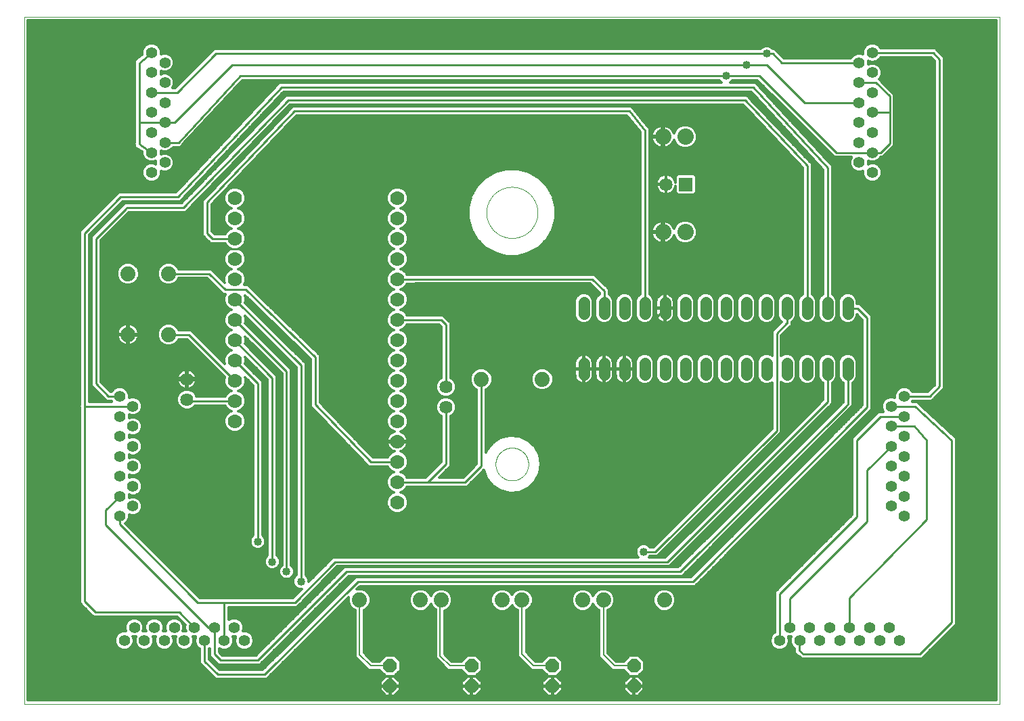
<source format=gtl>
G75*
%MOIN*%
%OFA0B0*%
%FSLAX25Y25*%
%IPPOS*%
%LPD*%
%AMOC8*
5,1,8,0,0,1.08239X$1,22.5*
%
%ADD10C,0.00000*%
%ADD11C,0.07000*%
%ADD12C,0.05550*%
%ADD13C,0.07400*%
%ADD14C,0.06400*%
%ADD15C,0.08000*%
%ADD16R,0.06500X0.06500*%
%ADD17C,0.06500*%
%ADD18OC8,0.06600*%
%ADD19C,0.05600*%
%ADD20C,0.01000*%
%ADD21C,0.01200*%
%ADD22C,0.04000*%
%ADD23C,0.00800*%
D10*
X0001600Y0014309D02*
X0001600Y0352892D01*
X0481915Y0352892D01*
X0481915Y0014309D01*
X0001600Y0014309D01*
X0233686Y0132419D02*
X0233688Y0132617D01*
X0233696Y0132815D01*
X0233708Y0133013D01*
X0233725Y0133210D01*
X0233747Y0133407D01*
X0233773Y0133603D01*
X0233805Y0133799D01*
X0233841Y0133994D01*
X0233882Y0134187D01*
X0233928Y0134380D01*
X0233978Y0134572D01*
X0234034Y0134762D01*
X0234093Y0134951D01*
X0234158Y0135138D01*
X0234227Y0135324D01*
X0234300Y0135508D01*
X0234378Y0135690D01*
X0234461Y0135870D01*
X0234548Y0136048D01*
X0234639Y0136224D01*
X0234735Y0136397D01*
X0234834Y0136568D01*
X0234938Y0136737D01*
X0235046Y0136903D01*
X0235158Y0137066D01*
X0235274Y0137227D01*
X0235394Y0137385D01*
X0235518Y0137539D01*
X0235646Y0137691D01*
X0235777Y0137839D01*
X0235912Y0137984D01*
X0236050Y0138126D01*
X0236192Y0138264D01*
X0236337Y0138399D01*
X0236485Y0138530D01*
X0236637Y0138658D01*
X0236791Y0138782D01*
X0236949Y0138902D01*
X0237110Y0139018D01*
X0237273Y0139130D01*
X0237439Y0139238D01*
X0237608Y0139342D01*
X0237779Y0139441D01*
X0237952Y0139537D01*
X0238128Y0139628D01*
X0238306Y0139715D01*
X0238486Y0139798D01*
X0238668Y0139876D01*
X0238852Y0139949D01*
X0239038Y0140018D01*
X0239225Y0140083D01*
X0239414Y0140142D01*
X0239604Y0140198D01*
X0239796Y0140248D01*
X0239989Y0140294D01*
X0240182Y0140335D01*
X0240377Y0140371D01*
X0240573Y0140403D01*
X0240769Y0140429D01*
X0240966Y0140451D01*
X0241163Y0140468D01*
X0241361Y0140480D01*
X0241559Y0140488D01*
X0241757Y0140490D01*
X0241955Y0140488D01*
X0242153Y0140480D01*
X0242351Y0140468D01*
X0242548Y0140451D01*
X0242745Y0140429D01*
X0242941Y0140403D01*
X0243137Y0140371D01*
X0243332Y0140335D01*
X0243525Y0140294D01*
X0243718Y0140248D01*
X0243910Y0140198D01*
X0244100Y0140142D01*
X0244289Y0140083D01*
X0244476Y0140018D01*
X0244662Y0139949D01*
X0244846Y0139876D01*
X0245028Y0139798D01*
X0245208Y0139715D01*
X0245386Y0139628D01*
X0245562Y0139537D01*
X0245735Y0139441D01*
X0245906Y0139342D01*
X0246075Y0139238D01*
X0246241Y0139130D01*
X0246404Y0139018D01*
X0246565Y0138902D01*
X0246723Y0138782D01*
X0246877Y0138658D01*
X0247029Y0138530D01*
X0247177Y0138399D01*
X0247322Y0138264D01*
X0247464Y0138126D01*
X0247602Y0137984D01*
X0247737Y0137839D01*
X0247868Y0137691D01*
X0247996Y0137539D01*
X0248120Y0137385D01*
X0248240Y0137227D01*
X0248356Y0137066D01*
X0248468Y0136903D01*
X0248576Y0136737D01*
X0248680Y0136568D01*
X0248779Y0136397D01*
X0248875Y0136224D01*
X0248966Y0136048D01*
X0249053Y0135870D01*
X0249136Y0135690D01*
X0249214Y0135508D01*
X0249287Y0135324D01*
X0249356Y0135138D01*
X0249421Y0134951D01*
X0249480Y0134762D01*
X0249536Y0134572D01*
X0249586Y0134380D01*
X0249632Y0134187D01*
X0249673Y0133994D01*
X0249709Y0133799D01*
X0249741Y0133603D01*
X0249767Y0133407D01*
X0249789Y0133210D01*
X0249806Y0133013D01*
X0249818Y0132815D01*
X0249826Y0132617D01*
X0249828Y0132419D01*
X0249826Y0132221D01*
X0249818Y0132023D01*
X0249806Y0131825D01*
X0249789Y0131628D01*
X0249767Y0131431D01*
X0249741Y0131235D01*
X0249709Y0131039D01*
X0249673Y0130844D01*
X0249632Y0130651D01*
X0249586Y0130458D01*
X0249536Y0130266D01*
X0249480Y0130076D01*
X0249421Y0129887D01*
X0249356Y0129700D01*
X0249287Y0129514D01*
X0249214Y0129330D01*
X0249136Y0129148D01*
X0249053Y0128968D01*
X0248966Y0128790D01*
X0248875Y0128614D01*
X0248779Y0128441D01*
X0248680Y0128270D01*
X0248576Y0128101D01*
X0248468Y0127935D01*
X0248356Y0127772D01*
X0248240Y0127611D01*
X0248120Y0127453D01*
X0247996Y0127299D01*
X0247868Y0127147D01*
X0247737Y0126999D01*
X0247602Y0126854D01*
X0247464Y0126712D01*
X0247322Y0126574D01*
X0247177Y0126439D01*
X0247029Y0126308D01*
X0246877Y0126180D01*
X0246723Y0126056D01*
X0246565Y0125936D01*
X0246404Y0125820D01*
X0246241Y0125708D01*
X0246075Y0125600D01*
X0245906Y0125496D01*
X0245735Y0125397D01*
X0245562Y0125301D01*
X0245386Y0125210D01*
X0245208Y0125123D01*
X0245028Y0125040D01*
X0244846Y0124962D01*
X0244662Y0124889D01*
X0244476Y0124820D01*
X0244289Y0124755D01*
X0244100Y0124696D01*
X0243910Y0124640D01*
X0243718Y0124590D01*
X0243525Y0124544D01*
X0243332Y0124503D01*
X0243137Y0124467D01*
X0242941Y0124435D01*
X0242745Y0124409D01*
X0242548Y0124387D01*
X0242351Y0124370D01*
X0242153Y0124358D01*
X0241955Y0124350D01*
X0241757Y0124348D01*
X0241559Y0124350D01*
X0241361Y0124358D01*
X0241163Y0124370D01*
X0240966Y0124387D01*
X0240769Y0124409D01*
X0240573Y0124435D01*
X0240377Y0124467D01*
X0240182Y0124503D01*
X0239989Y0124544D01*
X0239796Y0124590D01*
X0239604Y0124640D01*
X0239414Y0124696D01*
X0239225Y0124755D01*
X0239038Y0124820D01*
X0238852Y0124889D01*
X0238668Y0124962D01*
X0238486Y0125040D01*
X0238306Y0125123D01*
X0238128Y0125210D01*
X0237952Y0125301D01*
X0237779Y0125397D01*
X0237608Y0125496D01*
X0237439Y0125600D01*
X0237273Y0125708D01*
X0237110Y0125820D01*
X0236949Y0125936D01*
X0236791Y0126056D01*
X0236637Y0126180D01*
X0236485Y0126308D01*
X0236337Y0126439D01*
X0236192Y0126574D01*
X0236050Y0126712D01*
X0235912Y0126854D01*
X0235777Y0126999D01*
X0235646Y0127147D01*
X0235518Y0127299D01*
X0235394Y0127453D01*
X0235274Y0127611D01*
X0235158Y0127772D01*
X0235046Y0127935D01*
X0234938Y0128101D01*
X0234834Y0128270D01*
X0234735Y0128441D01*
X0234639Y0128614D01*
X0234548Y0128790D01*
X0234461Y0128968D01*
X0234378Y0129148D01*
X0234300Y0129330D01*
X0234227Y0129514D01*
X0234158Y0129700D01*
X0234093Y0129887D01*
X0234034Y0130076D01*
X0233978Y0130266D01*
X0233928Y0130458D01*
X0233882Y0130651D01*
X0233841Y0130844D01*
X0233805Y0131039D01*
X0233773Y0131235D01*
X0233747Y0131431D01*
X0233725Y0131628D01*
X0233708Y0131825D01*
X0233696Y0132023D01*
X0233688Y0132221D01*
X0233686Y0132419D01*
X0229159Y0256435D02*
X0229163Y0256744D01*
X0229174Y0257053D01*
X0229193Y0257362D01*
X0229220Y0257670D01*
X0229254Y0257977D01*
X0229295Y0258284D01*
X0229344Y0258589D01*
X0229401Y0258893D01*
X0229465Y0259195D01*
X0229537Y0259496D01*
X0229615Y0259795D01*
X0229701Y0260092D01*
X0229795Y0260387D01*
X0229895Y0260679D01*
X0230003Y0260969D01*
X0230118Y0261256D01*
X0230240Y0261540D01*
X0230369Y0261821D01*
X0230504Y0262099D01*
X0230647Y0262374D01*
X0230796Y0262645D01*
X0230951Y0262912D01*
X0231114Y0263175D01*
X0231282Y0263434D01*
X0231457Y0263689D01*
X0231638Y0263940D01*
X0231825Y0264186D01*
X0232019Y0264427D01*
X0232218Y0264664D01*
X0232422Y0264895D01*
X0232633Y0265122D01*
X0232849Y0265343D01*
X0233070Y0265559D01*
X0233297Y0265770D01*
X0233528Y0265974D01*
X0233765Y0266173D01*
X0234006Y0266367D01*
X0234252Y0266554D01*
X0234503Y0266735D01*
X0234758Y0266910D01*
X0235017Y0267078D01*
X0235280Y0267241D01*
X0235547Y0267396D01*
X0235818Y0267545D01*
X0236093Y0267688D01*
X0236371Y0267823D01*
X0236652Y0267952D01*
X0236936Y0268074D01*
X0237223Y0268189D01*
X0237513Y0268297D01*
X0237805Y0268397D01*
X0238100Y0268491D01*
X0238397Y0268577D01*
X0238696Y0268655D01*
X0238997Y0268727D01*
X0239299Y0268791D01*
X0239603Y0268848D01*
X0239908Y0268897D01*
X0240215Y0268938D01*
X0240522Y0268972D01*
X0240830Y0268999D01*
X0241139Y0269018D01*
X0241448Y0269029D01*
X0241757Y0269033D01*
X0242066Y0269029D01*
X0242375Y0269018D01*
X0242684Y0268999D01*
X0242992Y0268972D01*
X0243299Y0268938D01*
X0243606Y0268897D01*
X0243911Y0268848D01*
X0244215Y0268791D01*
X0244517Y0268727D01*
X0244818Y0268655D01*
X0245117Y0268577D01*
X0245414Y0268491D01*
X0245709Y0268397D01*
X0246001Y0268297D01*
X0246291Y0268189D01*
X0246578Y0268074D01*
X0246862Y0267952D01*
X0247143Y0267823D01*
X0247421Y0267688D01*
X0247696Y0267545D01*
X0247967Y0267396D01*
X0248234Y0267241D01*
X0248497Y0267078D01*
X0248756Y0266910D01*
X0249011Y0266735D01*
X0249262Y0266554D01*
X0249508Y0266367D01*
X0249749Y0266173D01*
X0249986Y0265974D01*
X0250217Y0265770D01*
X0250444Y0265559D01*
X0250665Y0265343D01*
X0250881Y0265122D01*
X0251092Y0264895D01*
X0251296Y0264664D01*
X0251495Y0264427D01*
X0251689Y0264186D01*
X0251876Y0263940D01*
X0252057Y0263689D01*
X0252232Y0263434D01*
X0252400Y0263175D01*
X0252563Y0262912D01*
X0252718Y0262645D01*
X0252867Y0262374D01*
X0253010Y0262099D01*
X0253145Y0261821D01*
X0253274Y0261540D01*
X0253396Y0261256D01*
X0253511Y0260969D01*
X0253619Y0260679D01*
X0253719Y0260387D01*
X0253813Y0260092D01*
X0253899Y0259795D01*
X0253977Y0259496D01*
X0254049Y0259195D01*
X0254113Y0258893D01*
X0254170Y0258589D01*
X0254219Y0258284D01*
X0254260Y0257977D01*
X0254294Y0257670D01*
X0254321Y0257362D01*
X0254340Y0257053D01*
X0254351Y0256744D01*
X0254355Y0256435D01*
X0254351Y0256126D01*
X0254340Y0255817D01*
X0254321Y0255508D01*
X0254294Y0255200D01*
X0254260Y0254893D01*
X0254219Y0254586D01*
X0254170Y0254281D01*
X0254113Y0253977D01*
X0254049Y0253675D01*
X0253977Y0253374D01*
X0253899Y0253075D01*
X0253813Y0252778D01*
X0253719Y0252483D01*
X0253619Y0252191D01*
X0253511Y0251901D01*
X0253396Y0251614D01*
X0253274Y0251330D01*
X0253145Y0251049D01*
X0253010Y0250771D01*
X0252867Y0250496D01*
X0252718Y0250225D01*
X0252563Y0249958D01*
X0252400Y0249695D01*
X0252232Y0249436D01*
X0252057Y0249181D01*
X0251876Y0248930D01*
X0251689Y0248684D01*
X0251495Y0248443D01*
X0251296Y0248206D01*
X0251092Y0247975D01*
X0250881Y0247748D01*
X0250665Y0247527D01*
X0250444Y0247311D01*
X0250217Y0247100D01*
X0249986Y0246896D01*
X0249749Y0246697D01*
X0249508Y0246503D01*
X0249262Y0246316D01*
X0249011Y0246135D01*
X0248756Y0245960D01*
X0248497Y0245792D01*
X0248234Y0245629D01*
X0247967Y0245474D01*
X0247696Y0245325D01*
X0247421Y0245182D01*
X0247143Y0245047D01*
X0246862Y0244918D01*
X0246578Y0244796D01*
X0246291Y0244681D01*
X0246001Y0244573D01*
X0245709Y0244473D01*
X0245414Y0244379D01*
X0245117Y0244293D01*
X0244818Y0244215D01*
X0244517Y0244143D01*
X0244215Y0244079D01*
X0243911Y0244022D01*
X0243606Y0243973D01*
X0243299Y0243932D01*
X0242992Y0243898D01*
X0242684Y0243871D01*
X0242375Y0243852D01*
X0242066Y0243841D01*
X0241757Y0243837D01*
X0241448Y0243841D01*
X0241139Y0243852D01*
X0240830Y0243871D01*
X0240522Y0243898D01*
X0240215Y0243932D01*
X0239908Y0243973D01*
X0239603Y0244022D01*
X0239299Y0244079D01*
X0238997Y0244143D01*
X0238696Y0244215D01*
X0238397Y0244293D01*
X0238100Y0244379D01*
X0237805Y0244473D01*
X0237513Y0244573D01*
X0237223Y0244681D01*
X0236936Y0244796D01*
X0236652Y0244918D01*
X0236371Y0245047D01*
X0236093Y0245182D01*
X0235818Y0245325D01*
X0235547Y0245474D01*
X0235280Y0245629D01*
X0235017Y0245792D01*
X0234758Y0245960D01*
X0234503Y0246135D01*
X0234252Y0246316D01*
X0234006Y0246503D01*
X0233765Y0246697D01*
X0233528Y0246896D01*
X0233297Y0247100D01*
X0233070Y0247311D01*
X0232849Y0247527D01*
X0232633Y0247748D01*
X0232422Y0247975D01*
X0232218Y0248206D01*
X0232019Y0248443D01*
X0231825Y0248684D01*
X0231638Y0248930D01*
X0231457Y0249181D01*
X0231282Y0249436D01*
X0231114Y0249695D01*
X0230951Y0249958D01*
X0230796Y0250225D01*
X0230647Y0250496D01*
X0230504Y0250771D01*
X0230369Y0251049D01*
X0230240Y0251330D01*
X0230118Y0251614D01*
X0230003Y0251901D01*
X0229895Y0252191D01*
X0229795Y0252483D01*
X0229701Y0252778D01*
X0229615Y0253075D01*
X0229537Y0253374D01*
X0229465Y0253675D01*
X0229401Y0253977D01*
X0229344Y0254281D01*
X0229295Y0254586D01*
X0229254Y0254893D01*
X0229220Y0255200D01*
X0229193Y0255508D01*
X0229174Y0255817D01*
X0229163Y0256126D01*
X0229159Y0256435D01*
D11*
X0185301Y0253600D03*
X0185301Y0243600D03*
X0185301Y0233600D03*
X0185301Y0223600D03*
X0185301Y0213600D03*
X0185301Y0203600D03*
X0185301Y0193600D03*
X0185301Y0183600D03*
X0185301Y0173600D03*
X0185301Y0163600D03*
X0185301Y0153600D03*
X0185301Y0143600D03*
X0185301Y0133600D03*
X0185301Y0123600D03*
X0185301Y0113600D03*
X0105301Y0153600D03*
X0105301Y0163600D03*
X0105301Y0173600D03*
X0105301Y0183600D03*
X0105301Y0193600D03*
X0105301Y0203600D03*
X0105301Y0213600D03*
X0105301Y0223600D03*
X0105301Y0233600D03*
X0105301Y0243600D03*
X0105301Y0253600D03*
X0105301Y0263600D03*
X0185301Y0263600D03*
D12*
X0070773Y0281081D03*
X0064277Y0286002D03*
X0070773Y0290923D03*
X0064277Y0295845D03*
X0070773Y0300766D03*
X0064277Y0305687D03*
X0070773Y0310608D03*
X0064277Y0315530D03*
X0070773Y0320451D03*
X0064277Y0325372D03*
X0070773Y0330293D03*
X0064277Y0335215D03*
X0064277Y0276160D03*
X0048529Y0165845D03*
X0055025Y0160923D03*
X0048529Y0156002D03*
X0055025Y0151081D03*
X0048529Y0146160D03*
X0055025Y0141238D03*
X0048529Y0136317D03*
X0055025Y0131396D03*
X0048529Y0126475D03*
X0055025Y0121553D03*
X0048529Y0116632D03*
X0055025Y0111711D03*
X0048529Y0106789D03*
X0055773Y0051986D03*
X0050852Y0045490D03*
X0060694Y0045490D03*
X0065616Y0051986D03*
X0070537Y0045490D03*
X0075458Y0051986D03*
X0080380Y0045490D03*
X0085301Y0051986D03*
X0090222Y0045490D03*
X0095143Y0051986D03*
X0100065Y0045490D03*
X0104986Y0051986D03*
X0109907Y0045490D03*
X0373608Y0045490D03*
X0378529Y0051986D03*
X0383450Y0045490D03*
X0388372Y0051986D03*
X0393293Y0045490D03*
X0398214Y0051986D03*
X0403135Y0045490D03*
X0408057Y0051986D03*
X0412978Y0045490D03*
X0417899Y0051986D03*
X0422820Y0045490D03*
X0427742Y0051986D03*
X0432663Y0045490D03*
X0434986Y0106789D03*
X0428490Y0111711D03*
X0434986Y0116632D03*
X0428490Y0121553D03*
X0434986Y0126475D03*
X0428490Y0131396D03*
X0434986Y0136317D03*
X0428490Y0141238D03*
X0434986Y0146160D03*
X0428490Y0151081D03*
X0434986Y0156002D03*
X0428490Y0160923D03*
X0434986Y0165845D03*
X0419238Y0276160D03*
X0412742Y0281081D03*
X0419238Y0286002D03*
X0412742Y0290923D03*
X0419238Y0295845D03*
X0412742Y0300766D03*
X0419238Y0305687D03*
X0412742Y0310608D03*
X0419238Y0315530D03*
X0412742Y0320451D03*
X0419238Y0325372D03*
X0412742Y0330293D03*
X0419238Y0335215D03*
D13*
X0256600Y0174309D03*
X0226600Y0174309D03*
X0236876Y0065490D03*
X0246639Y0065490D03*
X0276639Y0065490D03*
X0286797Y0065490D03*
X0316797Y0065490D03*
X0206876Y0065490D03*
X0196718Y0065490D03*
X0166718Y0065490D03*
X0072600Y0196309D03*
X0052600Y0196309D03*
X0052600Y0226309D03*
X0072600Y0226309D03*
D14*
X0081600Y0174309D03*
X0081600Y0164309D03*
X0209200Y0160509D03*
X0209200Y0170509D03*
D15*
X0316100Y0246809D03*
X0327100Y0246809D03*
X0327100Y0293809D03*
X0316100Y0293809D03*
D16*
X0327421Y0270309D03*
D17*
X0317579Y0270309D03*
D18*
X0301797Y0033089D03*
X0301797Y0023089D03*
X0261639Y0023089D03*
X0261639Y0033089D03*
X0221876Y0033089D03*
X0221876Y0023089D03*
X0181718Y0023089D03*
X0181718Y0033089D03*
D19*
X0277151Y0176509D02*
X0277151Y0182109D01*
X0287151Y0182109D02*
X0287151Y0176509D01*
X0297151Y0176509D02*
X0297151Y0182109D01*
X0307151Y0182109D02*
X0307151Y0176509D01*
X0317151Y0176509D02*
X0317151Y0182109D01*
X0327151Y0182109D02*
X0327151Y0176509D01*
X0337151Y0176509D02*
X0337151Y0182109D01*
X0347151Y0182109D02*
X0347151Y0176509D01*
X0357151Y0176509D02*
X0357151Y0182109D01*
X0367151Y0182109D02*
X0367151Y0176509D01*
X0377151Y0176509D02*
X0377151Y0182109D01*
X0387151Y0182109D02*
X0387151Y0176509D01*
X0397151Y0176509D02*
X0397151Y0182109D01*
X0407151Y0182109D02*
X0407151Y0176509D01*
X0407151Y0206509D02*
X0407151Y0212109D01*
X0397151Y0212109D02*
X0397151Y0206509D01*
X0387151Y0206509D02*
X0387151Y0212109D01*
X0377151Y0212109D02*
X0377151Y0206509D01*
X0367151Y0206509D02*
X0367151Y0212109D01*
X0357151Y0212109D02*
X0357151Y0206509D01*
X0347151Y0206509D02*
X0347151Y0212109D01*
X0337151Y0212109D02*
X0337151Y0206509D01*
X0327151Y0206509D02*
X0327151Y0212109D01*
X0317151Y0212109D02*
X0317151Y0206509D01*
X0307151Y0206509D02*
X0307151Y0212109D01*
X0297151Y0212109D02*
X0297151Y0206509D01*
X0287151Y0206509D02*
X0287151Y0212109D01*
X0277151Y0212109D02*
X0277151Y0206509D01*
D20*
X0287151Y0209309D02*
X0287151Y0217792D01*
X0281297Y0223647D01*
X0193306Y0223647D01*
X0193353Y0223600D01*
X0185301Y0223600D01*
X0185301Y0203600D02*
X0206757Y0203600D01*
X0209200Y0201158D01*
X0209200Y0170509D01*
X0214592Y0165648D02*
X0200813Y0165648D01*
X0195852Y0160687D01*
X0195852Y0147971D01*
X0191461Y0143579D01*
X0185322Y0143579D01*
X0185301Y0143600D01*
X0177466Y0143600D01*
X0159120Y0161947D01*
X0159120Y0300923D01*
X0136988Y0300923D01*
X0113923Y0276444D01*
X0113923Y0240175D01*
X0112148Y0238400D01*
X0103313Y0238400D01*
X0103296Y0238384D01*
X0075439Y0238384D01*
X0052600Y0215545D01*
X0052600Y0196309D01*
X0052609Y0196301D01*
X0052981Y0195960D01*
X0061478Y0195960D01*
X0061478Y0174431D01*
X0061600Y0174309D01*
X0081600Y0174309D01*
X0081600Y0164309D02*
X0082309Y0163600D01*
X0105301Y0163600D01*
X0105301Y0173600D02*
X0082742Y0196160D01*
X0072600Y0196309D01*
X0105301Y0193600D02*
X0123647Y0175001D01*
X0123647Y0084309D01*
X0130734Y0079616D02*
X0130734Y0178101D01*
X0105301Y0203600D01*
X0105301Y0213600D02*
X0137820Y0181201D01*
X0137820Y0074609D01*
X0134900Y0064309D02*
X0154700Y0084309D01*
X0318200Y0084309D01*
X0388767Y0154698D01*
X0397151Y0163082D01*
X0397151Y0179309D01*
X0407151Y0179309D02*
X0407151Y0162060D01*
X0406091Y0161000D01*
X0324649Y0079545D01*
X0160324Y0079545D01*
X0116676Y0035909D01*
X0098110Y0035909D01*
X0095143Y0038876D01*
X0095143Y0051986D01*
X0092151Y0051986D01*
X0041600Y0102537D01*
X0041600Y0109703D01*
X0048529Y0116632D01*
X0048529Y0106789D02*
X0048529Y0102734D01*
X0087054Y0064209D01*
X0100074Y0064209D01*
X0134800Y0064209D01*
X0165811Y0074585D02*
X0330951Y0074585D01*
X0416677Y0160423D01*
X0416677Y0204532D01*
X0411900Y0209309D01*
X0407151Y0209309D01*
X0397151Y0209309D02*
X0397151Y0278549D01*
X0360602Y0318246D01*
X0128175Y0318246D01*
X0077348Y0264191D01*
X0049080Y0264191D01*
X0031200Y0246311D01*
X0031206Y0160909D01*
X0031206Y0064939D01*
X0036679Y0059467D01*
X0077820Y0059467D01*
X0085301Y0051986D01*
X0090222Y0045490D02*
X0090274Y0045438D01*
X0090274Y0035309D01*
X0096774Y0028797D01*
X0119922Y0028797D01*
X0165811Y0074585D01*
X0116561Y0094309D02*
X0116561Y0172201D01*
X0105301Y0183600D01*
X0110675Y0218400D02*
X0144907Y0185085D01*
X0144907Y0161761D01*
X0172151Y0133600D01*
X0185301Y0133600D01*
X0185301Y0123600D02*
X0200301Y0123600D01*
X0209200Y0132500D01*
X0209200Y0160509D01*
X0214592Y0165648D02*
X0218962Y0170018D01*
X0218962Y0181475D01*
X0222033Y0184545D01*
X0261757Y0184545D01*
X0266994Y0179309D01*
X0277151Y0179309D01*
X0297151Y0179309D02*
X0297151Y0189309D01*
X0317151Y0209309D01*
X0307151Y0209309D02*
X0307151Y0296858D01*
X0299474Y0306435D01*
X0134749Y0306435D01*
X0091600Y0261364D01*
X0091600Y0246278D01*
X0094277Y0243600D01*
X0105301Y0243600D01*
X0092592Y0226309D02*
X0100501Y0218400D01*
X0110675Y0218400D01*
X0092592Y0226309D02*
X0072600Y0226309D01*
X0051532Y0258294D02*
X0036915Y0243649D01*
X0036915Y0172009D01*
X0043065Y0165845D01*
X0048529Y0165845D01*
X0055025Y0160923D02*
X0031214Y0160923D01*
X0031206Y0160909D01*
X0051532Y0258294D02*
X0051957Y0258719D01*
X0080025Y0258719D01*
X0131443Y0311947D01*
X0356443Y0311947D01*
X0387151Y0279427D01*
X0387151Y0209309D01*
X0377151Y0209309D02*
X0377151Y0201960D01*
X0377046Y0201855D01*
X0377151Y0201960D01*
X0377046Y0201855D02*
X0372100Y0196909D01*
X0372100Y0148993D01*
X0312417Y0089309D01*
X0306600Y0089309D01*
X0373608Y0068517D02*
X0373608Y0045490D01*
X0378529Y0051986D02*
X0378529Y0066238D01*
X0416600Y0104309D01*
X0416600Y0129349D01*
X0428490Y0141238D01*
X0428490Y0151081D02*
X0439828Y0151081D01*
X0446088Y0144309D01*
X0446088Y0105117D01*
X0408057Y0066440D01*
X0408057Y0051986D01*
X0383450Y0045490D02*
X0383259Y0045299D01*
X0383259Y0040601D01*
X0385347Y0038719D01*
X0442545Y0038719D01*
X0458293Y0054467D01*
X0458293Y0057616D01*
X0458293Y0054467D01*
X0458293Y0057616D02*
X0458293Y0144285D01*
X0440208Y0160977D01*
X0428543Y0160977D01*
X0428490Y0160923D01*
X0423293Y0156002D02*
X0411600Y0144309D01*
X0411600Y0106509D01*
X0373608Y0068517D01*
X0423293Y0156002D02*
X0434986Y0156002D01*
X0434986Y0165845D02*
X0447545Y0165845D01*
X0452387Y0170687D01*
X0452387Y0331986D01*
X0449159Y0335215D01*
X0419238Y0335215D01*
X0412742Y0330293D02*
X0374638Y0330293D01*
X0370150Y0334782D01*
X0367200Y0334782D01*
X0096088Y0334782D01*
X0076836Y0315530D01*
X0064277Y0315530D01*
X0058096Y0330057D02*
X0058096Y0300757D01*
X0070773Y0300766D01*
X0075458Y0300766D01*
X0103962Y0329270D01*
X0357200Y0329270D01*
X0367112Y0329270D01*
X0385773Y0310608D01*
X0412742Y0310608D01*
X0419238Y0305687D02*
X0427634Y0305687D01*
X0427767Y0305820D01*
X0427767Y0290594D01*
X0423175Y0286002D01*
X0419238Y0286002D01*
X0401443Y0286002D01*
X0363687Y0323758D01*
X0347100Y0323758D01*
X0107899Y0323758D01*
X0077427Y0290923D01*
X0070773Y0290923D01*
X0064277Y0286002D02*
X0058096Y0290057D01*
X0058096Y0300757D01*
X0058096Y0330057D02*
X0064277Y0335215D01*
X0226600Y0174309D02*
X0226600Y0131475D01*
X0218726Y0123600D01*
X0200301Y0123600D01*
X0100074Y0064209D02*
X0100074Y0045500D01*
X0427767Y0305820D02*
X0427767Y0313720D01*
X0421036Y0320451D01*
X0412742Y0320451D01*
D21*
X0422538Y0322202D02*
X0423116Y0322781D01*
X0423813Y0324462D01*
X0423813Y0326282D01*
X0423116Y0327964D01*
X0421829Y0329250D01*
X0420148Y0329947D01*
X0418328Y0329947D01*
X0417317Y0329528D01*
X0417317Y0331059D01*
X0418328Y0330640D01*
X0420148Y0330640D01*
X0421829Y0331336D01*
X0423116Y0332623D01*
X0423237Y0332915D01*
X0448206Y0332915D01*
X0450087Y0331034D01*
X0450087Y0171640D01*
X0446592Y0168145D01*
X0438985Y0168145D01*
X0438864Y0168436D01*
X0437577Y0169723D01*
X0435896Y0170419D01*
X0434076Y0170419D01*
X0432394Y0169723D01*
X0431107Y0168436D01*
X0430411Y0166755D01*
X0430411Y0165079D01*
X0429400Y0165498D01*
X0427580Y0165498D01*
X0425898Y0164802D01*
X0424611Y0163515D01*
X0423915Y0161833D01*
X0423915Y0160013D01*
X0424611Y0158332D01*
X0424641Y0158302D01*
X0422340Y0158302D01*
X0409300Y0145262D01*
X0409300Y0107462D01*
X0371308Y0069470D01*
X0371308Y0049489D01*
X0371016Y0049369D01*
X0369730Y0048082D01*
X0369033Y0046400D01*
X0369033Y0044580D01*
X0369730Y0042899D01*
X0371016Y0041612D01*
X0372698Y0040915D01*
X0374518Y0040915D01*
X0376199Y0041612D01*
X0377486Y0042899D01*
X0378183Y0044580D01*
X0378183Y0046400D01*
X0377764Y0047412D01*
X0379294Y0047412D01*
X0378876Y0046400D01*
X0378876Y0044580D01*
X0379572Y0042899D01*
X0380859Y0041612D01*
X0380959Y0041570D01*
X0380959Y0041485D01*
X0380913Y0041434D01*
X0380959Y0040542D01*
X0380959Y0039649D01*
X0381008Y0039600D01*
X0381011Y0039531D01*
X0381675Y0038933D01*
X0382306Y0038301D01*
X0382375Y0038301D01*
X0383763Y0037050D01*
X0384395Y0036419D01*
X0384463Y0036419D01*
X0384515Y0036372D01*
X0385407Y0036419D01*
X0443498Y0036419D01*
X0459246Y0052167D01*
X0460593Y0053514D01*
X0460593Y0143386D01*
X0460629Y0143425D01*
X0460593Y0144331D01*
X0460593Y0145238D01*
X0460555Y0145275D01*
X0460553Y0145329D01*
X0459887Y0145944D01*
X0459246Y0146585D01*
X0459192Y0146585D01*
X0441802Y0162636D01*
X0441161Y0163277D01*
X0441107Y0163277D01*
X0441068Y0163313D01*
X0440162Y0163277D01*
X0438874Y0163277D01*
X0438985Y0163545D01*
X0448498Y0163545D01*
X0454687Y0169734D01*
X0454687Y0332939D01*
X0453340Y0334286D01*
X0450112Y0337515D01*
X0423237Y0337515D01*
X0423116Y0337806D01*
X0421829Y0339093D01*
X0420148Y0339789D01*
X0418328Y0339789D01*
X0416646Y0339093D01*
X0415359Y0337806D01*
X0414663Y0336125D01*
X0414663Y0334449D01*
X0413652Y0334868D01*
X0411832Y0334868D01*
X0410150Y0334172D01*
X0408863Y0332885D01*
X0408743Y0332593D01*
X0375591Y0332593D01*
X0372450Y0335734D01*
X0372450Y0335734D01*
X0372089Y0336095D01*
X0371102Y0337082D01*
X0370274Y0337082D01*
X0369353Y0338003D01*
X0367956Y0338582D01*
X0366444Y0338582D01*
X0365047Y0338003D01*
X0364126Y0337082D01*
X0095135Y0337082D01*
X0075884Y0317830D01*
X0074622Y0317830D01*
X0074652Y0317859D01*
X0075348Y0319541D01*
X0075348Y0321361D01*
X0074652Y0323042D01*
X0073365Y0324329D01*
X0071683Y0325026D01*
X0069863Y0325026D01*
X0068852Y0324607D01*
X0068852Y0326137D01*
X0069863Y0325719D01*
X0071683Y0325719D01*
X0073365Y0326415D01*
X0074652Y0327702D01*
X0075348Y0329383D01*
X0075348Y0331203D01*
X0074652Y0332885D01*
X0073365Y0334172D01*
X0071683Y0334868D01*
X0069863Y0334868D01*
X0068852Y0334449D01*
X0068852Y0336125D01*
X0068155Y0337806D01*
X0066869Y0339093D01*
X0065187Y0339789D01*
X0063367Y0339789D01*
X0061686Y0339093D01*
X0060399Y0337806D01*
X0059702Y0336125D01*
X0059702Y0334393D01*
X0057263Y0332357D01*
X0057143Y0332357D01*
X0056543Y0331757D01*
X0055891Y0331213D01*
X0055880Y0331094D01*
X0055796Y0331010D01*
X0055796Y0330161D01*
X0055720Y0329315D01*
X0055796Y0329224D01*
X0055796Y0301709D01*
X0055795Y0301708D01*
X0055796Y0300755D01*
X0055796Y0290744D01*
X0055650Y0290522D01*
X0055796Y0289821D01*
X0055796Y0289104D01*
X0055984Y0288917D01*
X0056038Y0288657D01*
X0056637Y0288264D01*
X0057143Y0287757D01*
X0057409Y0287757D01*
X0059702Y0286253D01*
X0059702Y0285092D01*
X0060399Y0283411D01*
X0061686Y0282124D01*
X0063367Y0281427D01*
X0065187Y0281427D01*
X0066198Y0281846D01*
X0066198Y0280315D01*
X0065187Y0280734D01*
X0063367Y0280734D01*
X0061686Y0280038D01*
X0060399Y0278751D01*
X0059702Y0277070D01*
X0059702Y0275250D01*
X0060399Y0273568D01*
X0061686Y0272281D01*
X0063367Y0271585D01*
X0065187Y0271585D01*
X0066869Y0272281D01*
X0068155Y0273568D01*
X0068852Y0275250D01*
X0068852Y0276925D01*
X0069863Y0276506D01*
X0071683Y0276506D01*
X0073365Y0277202D01*
X0074652Y0278489D01*
X0075348Y0280171D01*
X0075348Y0281991D01*
X0074652Y0283672D01*
X0073365Y0284959D01*
X0071683Y0285656D01*
X0069863Y0285656D01*
X0068852Y0285237D01*
X0068852Y0286767D01*
X0069863Y0286349D01*
X0071683Y0286349D01*
X0073365Y0287045D01*
X0074652Y0288332D01*
X0074772Y0288623D01*
X0076524Y0288623D01*
X0076560Y0288589D01*
X0077470Y0288623D01*
X0078379Y0288623D01*
X0078415Y0288659D01*
X0078465Y0288660D01*
X0079084Y0289327D01*
X0079727Y0289971D01*
X0079727Y0290020D01*
X0108903Y0321458D01*
X0344026Y0321458D01*
X0344938Y0320546D01*
X0129086Y0320546D01*
X0129056Y0320574D01*
X0128139Y0320546D01*
X0127222Y0320546D01*
X0127193Y0320517D01*
X0127152Y0320516D01*
X0126523Y0319847D01*
X0125875Y0319199D01*
X0125875Y0319158D01*
X0076354Y0266491D01*
X0048128Y0266491D01*
X0046780Y0265144D01*
X0030247Y0248610D01*
X0029533Y0247896D01*
X0028900Y0247263D01*
X0028900Y0247263D01*
X0028900Y0247263D01*
X0028900Y0246290D01*
X0028900Y0245358D01*
X0028906Y0161505D01*
X0028733Y0161193D01*
X0028906Y0160587D01*
X0028906Y0063986D01*
X0030254Y0062639D01*
X0035726Y0057167D01*
X0076868Y0057167D01*
X0080847Y0053188D01*
X0080726Y0052896D01*
X0080726Y0051076D01*
X0081145Y0050065D01*
X0079614Y0050065D01*
X0080033Y0051076D01*
X0080033Y0052896D01*
X0079337Y0054578D01*
X0078050Y0055865D01*
X0076368Y0056561D01*
X0074548Y0056561D01*
X0072867Y0055865D01*
X0071580Y0054578D01*
X0070883Y0052896D01*
X0070883Y0051076D01*
X0071302Y0050065D01*
X0069772Y0050065D01*
X0070191Y0051076D01*
X0070191Y0052896D01*
X0069494Y0054578D01*
X0068207Y0055865D01*
X0066526Y0056561D01*
X0064706Y0056561D01*
X0063024Y0055865D01*
X0061737Y0054578D01*
X0061041Y0052896D01*
X0061041Y0051076D01*
X0061460Y0050065D01*
X0059929Y0050065D01*
X0060348Y0051076D01*
X0060348Y0052896D01*
X0059652Y0054578D01*
X0058365Y0055865D01*
X0056683Y0056561D01*
X0054863Y0056561D01*
X0053182Y0055865D01*
X0051895Y0054578D01*
X0051198Y0052896D01*
X0051198Y0051076D01*
X0051617Y0050065D01*
X0049942Y0050065D01*
X0048261Y0049369D01*
X0046974Y0048082D01*
X0046277Y0046400D01*
X0046277Y0044580D01*
X0046974Y0042899D01*
X0048261Y0041612D01*
X0049942Y0040915D01*
X0051762Y0040915D01*
X0053443Y0041612D01*
X0054730Y0042899D01*
X0055427Y0044580D01*
X0055427Y0046400D01*
X0055008Y0047412D01*
X0056539Y0047412D01*
X0056120Y0046400D01*
X0056120Y0044580D01*
X0056816Y0042899D01*
X0058103Y0041612D01*
X0059784Y0040915D01*
X0061604Y0040915D01*
X0063286Y0041612D01*
X0064573Y0042899D01*
X0065269Y0044580D01*
X0065269Y0046400D01*
X0064850Y0047412D01*
X0066381Y0047412D01*
X0065962Y0046400D01*
X0065962Y0044580D01*
X0066659Y0042899D01*
X0067946Y0041612D01*
X0069627Y0040915D01*
X0071447Y0040915D01*
X0073128Y0041612D01*
X0074415Y0042899D01*
X0075112Y0044580D01*
X0075112Y0046400D01*
X0074693Y0047412D01*
X0076224Y0047412D01*
X0075805Y0046400D01*
X0075805Y0044580D01*
X0076501Y0042899D01*
X0077788Y0041612D01*
X0079470Y0040915D01*
X0081290Y0040915D01*
X0082971Y0041612D01*
X0084258Y0042899D01*
X0084954Y0044580D01*
X0084954Y0046400D01*
X0084535Y0047412D01*
X0086066Y0047412D01*
X0085647Y0046400D01*
X0085647Y0044580D01*
X0086344Y0042899D01*
X0087631Y0041612D01*
X0087974Y0041470D01*
X0087974Y0035311D01*
X0087973Y0034359D01*
X0087974Y0034358D01*
X0087974Y0034356D01*
X0088643Y0033687D01*
X0094474Y0027846D01*
X0094474Y0027845D01*
X0095142Y0027177D01*
X0095819Y0026498D01*
X0095820Y0026498D01*
X0095821Y0026497D01*
X0096772Y0026497D01*
X0097725Y0026496D01*
X0097725Y0026497D01*
X0119920Y0026497D01*
X0120873Y0026496D01*
X0120874Y0026497D01*
X0120875Y0026497D01*
X0121546Y0027168D01*
X0161337Y0066871D01*
X0161218Y0066584D01*
X0161218Y0064396D01*
X0162055Y0062375D01*
X0163603Y0060828D01*
X0164518Y0060448D01*
X0164518Y0037580D01*
X0171209Y0030889D01*
X0176706Y0030889D01*
X0179606Y0027989D01*
X0183831Y0027989D01*
X0186818Y0030976D01*
X0186818Y0035201D01*
X0183831Y0038189D01*
X0179606Y0038189D01*
X0176706Y0035289D01*
X0173032Y0035289D01*
X0168918Y0039402D01*
X0168918Y0060448D01*
X0169834Y0060828D01*
X0171381Y0062375D01*
X0172218Y0064396D01*
X0172218Y0066584D01*
X0171381Y0068606D01*
X0169834Y0070153D01*
X0167812Y0070990D01*
X0165624Y0070990D01*
X0165352Y0070878D01*
X0166763Y0072285D01*
X0329999Y0072285D01*
X0330000Y0072284D01*
X0330943Y0072285D01*
X0331904Y0072285D01*
X0331905Y0072285D01*
X0331905Y0072285D01*
X0332575Y0072956D01*
X0333251Y0073632D01*
X0333251Y0073633D01*
X0418299Y0158792D01*
X0418977Y0159470D01*
X0418977Y0159471D01*
X0418978Y0159471D01*
X0418977Y0160415D01*
X0418977Y0205485D01*
X0417630Y0206832D01*
X0417630Y0206832D01*
X0414200Y0210262D01*
X0412853Y0211609D01*
X0411751Y0211609D01*
X0411751Y0213024D01*
X0411051Y0214715D01*
X0409757Y0216009D01*
X0408066Y0216709D01*
X0406236Y0216709D01*
X0404545Y0216009D01*
X0403251Y0214715D01*
X0402551Y0213024D01*
X0402551Y0205594D01*
X0403251Y0203903D01*
X0404545Y0202609D01*
X0406236Y0201909D01*
X0408066Y0201909D01*
X0409757Y0202609D01*
X0411051Y0203903D01*
X0411751Y0205594D01*
X0411751Y0206205D01*
X0414377Y0203579D01*
X0414377Y0161374D01*
X0329998Y0076885D01*
X0165817Y0076885D01*
X0164861Y0076886D01*
X0164860Y0076885D01*
X0164859Y0076885D01*
X0164191Y0076217D01*
X0118971Y0031097D01*
X0097728Y0031097D01*
X0092574Y0036261D01*
X0092574Y0041513D01*
X0092813Y0041612D01*
X0092843Y0041642D01*
X0092843Y0037923D01*
X0097158Y0033609D01*
X0116676Y0033609D01*
X0117628Y0033609D01*
X0117628Y0033609D01*
X0117628Y0033609D01*
X0118310Y0034291D01*
X0161277Y0077245D01*
X0323696Y0077245D01*
X0324656Y0077245D01*
X0325602Y0077245D01*
X0326331Y0077975D01*
X0326949Y0078593D01*
X0407740Y0159397D01*
X0409451Y0161107D01*
X0409451Y0172483D01*
X0409757Y0172609D01*
X0411051Y0173903D01*
X0411751Y0175594D01*
X0411751Y0183024D01*
X0411051Y0184715D01*
X0409757Y0186009D01*
X0408066Y0186709D01*
X0406236Y0186709D01*
X0404545Y0186009D01*
X0403251Y0184715D01*
X0402551Y0183024D01*
X0402551Y0175594D01*
X0403251Y0173903D01*
X0404545Y0172609D01*
X0404851Y0172483D01*
X0404851Y0163013D01*
X0404419Y0162580D01*
X0403791Y0161952D01*
X0323696Y0081845D01*
X0160326Y0081845D01*
X0159372Y0081845D01*
X0159372Y0081845D01*
X0159372Y0081845D01*
X0158691Y0081165D01*
X0115723Y0038209D01*
X0099063Y0038209D01*
X0097443Y0039829D01*
X0097443Y0041642D01*
X0097473Y0041612D01*
X0099155Y0040915D01*
X0100975Y0040915D01*
X0102656Y0041612D01*
X0103943Y0042899D01*
X0104639Y0044580D01*
X0104639Y0046400D01*
X0104220Y0047412D01*
X0105751Y0047412D01*
X0105332Y0046400D01*
X0105332Y0044580D01*
X0106029Y0042899D01*
X0107316Y0041612D01*
X0108997Y0040915D01*
X0110817Y0040915D01*
X0112498Y0041612D01*
X0113785Y0042899D01*
X0114482Y0044580D01*
X0114482Y0046400D01*
X0113785Y0048082D01*
X0112498Y0049369D01*
X0110817Y0050065D01*
X0109142Y0050065D01*
X0109561Y0051076D01*
X0109561Y0052896D01*
X0108864Y0054578D01*
X0107577Y0055865D01*
X0105896Y0056561D01*
X0104076Y0056561D01*
X0102394Y0055865D01*
X0102374Y0055844D01*
X0102374Y0061909D01*
X0135753Y0061909D01*
X0135857Y0062014D01*
X0135864Y0062014D01*
X0136532Y0062688D01*
X0137100Y0063256D01*
X0137100Y0063262D01*
X0155659Y0082009D01*
X0318197Y0082009D01*
X0319150Y0082008D01*
X0319151Y0082009D01*
X0319153Y0082009D01*
X0319825Y0082681D01*
X0389718Y0152398D01*
X0389720Y0152398D01*
X0390392Y0153069D01*
X0391066Y0153742D01*
X0391066Y0153744D01*
X0399451Y0162129D01*
X0399451Y0172483D01*
X0399757Y0172609D01*
X0401051Y0173903D01*
X0401751Y0175594D01*
X0401751Y0183024D01*
X0401051Y0184715D01*
X0399757Y0186009D01*
X0398066Y0186709D01*
X0396236Y0186709D01*
X0394545Y0186009D01*
X0393251Y0184715D01*
X0392551Y0183024D01*
X0392551Y0175594D01*
X0393251Y0173903D01*
X0394545Y0172609D01*
X0394851Y0172483D01*
X0394851Y0164034D01*
X0387142Y0156325D01*
X0317249Y0086609D01*
X0309274Y0086609D01*
X0309674Y0087009D01*
X0313369Y0087009D01*
X0314717Y0088356D01*
X0373053Y0146693D01*
X0374400Y0148040D01*
X0374400Y0172755D01*
X0374545Y0172609D01*
X0376236Y0171909D01*
X0378066Y0171909D01*
X0379757Y0172609D01*
X0381051Y0173903D01*
X0381751Y0175594D01*
X0381751Y0183024D01*
X0381051Y0184715D01*
X0379757Y0186009D01*
X0378066Y0186709D01*
X0376236Y0186709D01*
X0374545Y0186009D01*
X0374400Y0185863D01*
X0374400Y0195956D01*
X0377999Y0199555D01*
X0378104Y0199660D01*
X0379451Y0201008D01*
X0379451Y0202483D01*
X0379757Y0202609D01*
X0381051Y0203903D01*
X0381751Y0205594D01*
X0381751Y0213024D01*
X0381051Y0214715D01*
X0379757Y0216009D01*
X0378066Y0216709D01*
X0376236Y0216709D01*
X0374545Y0216009D01*
X0373251Y0214715D01*
X0372551Y0213024D01*
X0372551Y0205594D01*
X0373251Y0203903D01*
X0374545Y0202609D01*
X0374547Y0202609D01*
X0369800Y0197862D01*
X0369800Y0185966D01*
X0369757Y0186009D01*
X0368066Y0186709D01*
X0366236Y0186709D01*
X0364545Y0186009D01*
X0363251Y0184715D01*
X0362551Y0183024D01*
X0362551Y0175594D01*
X0363251Y0173903D01*
X0364545Y0172609D01*
X0366236Y0171909D01*
X0368066Y0171909D01*
X0369757Y0172609D01*
X0369800Y0172653D01*
X0369800Y0149945D01*
X0311464Y0091609D01*
X0309674Y0091609D01*
X0308753Y0092531D01*
X0307356Y0093109D01*
X0305844Y0093109D01*
X0304447Y0092531D01*
X0303379Y0091462D01*
X0302800Y0090065D01*
X0302800Y0088553D01*
X0303379Y0087157D01*
X0303926Y0086609D01*
X0155646Y0086609D01*
X0155641Y0086614D01*
X0154693Y0086609D01*
X0153747Y0086609D01*
X0153743Y0086604D01*
X0153736Y0086604D01*
X0153068Y0085930D01*
X0152400Y0085262D01*
X0152400Y0085255D01*
X0141620Y0074367D01*
X0141620Y0075365D01*
X0141042Y0076762D01*
X0140120Y0077683D01*
X0140120Y0180251D01*
X0140122Y0180253D01*
X0140120Y0181202D01*
X0140120Y0182154D01*
X0140119Y0182156D01*
X0140119Y0182158D01*
X0139445Y0182830D01*
X0138773Y0183501D01*
X0138771Y0183501D01*
X0110314Y0211853D01*
X0110601Y0212546D01*
X0110601Y0214655D01*
X0110179Y0215674D01*
X0142607Y0184114D01*
X0142607Y0161781D01*
X0142592Y0160847D01*
X0142607Y0160831D01*
X0142607Y0160809D01*
X0143267Y0160149D01*
X0169851Y0132670D01*
X0169851Y0132648D01*
X0170511Y0131988D01*
X0171161Y0131317D01*
X0171183Y0131316D01*
X0171198Y0131300D01*
X0172132Y0131300D01*
X0173066Y0131285D01*
X0173082Y0131300D01*
X0180517Y0131300D01*
X0180808Y0130598D01*
X0182299Y0129107D01*
X0183522Y0128600D01*
X0182299Y0128094D01*
X0180808Y0126603D01*
X0180001Y0124655D01*
X0180001Y0122546D01*
X0180808Y0120598D01*
X0182299Y0119107D01*
X0183522Y0118600D01*
X0182299Y0118094D01*
X0180808Y0116603D01*
X0180001Y0114655D01*
X0180001Y0112546D01*
X0180808Y0110598D01*
X0182299Y0109107D01*
X0184247Y0108300D01*
X0186355Y0108300D01*
X0188303Y0109107D01*
X0189794Y0110598D01*
X0190601Y0112546D01*
X0190601Y0114655D01*
X0189794Y0116603D01*
X0188303Y0118094D01*
X0187079Y0118600D01*
X0188303Y0119107D01*
X0189794Y0120598D01*
X0190085Y0121300D01*
X0219679Y0121300D01*
X0227931Y0129553D01*
X0229268Y0125660D01*
X0232139Y0121971D01*
X0236053Y0119414D01*
X0240585Y0118266D01*
X0245244Y0118652D01*
X0249525Y0120530D01*
X0252965Y0123697D01*
X0255190Y0127808D01*
X0255190Y0127808D01*
X0255959Y0132419D01*
X0255190Y0137031D01*
X0252965Y0141142D01*
X0249525Y0144308D01*
X0245244Y0146186D01*
X0240585Y0146572D01*
X0240585Y0146572D01*
X0236053Y0145425D01*
X0232139Y0142868D01*
X0232139Y0142868D01*
X0232139Y0142868D01*
X0229268Y0139179D01*
X0228900Y0138108D01*
X0228900Y0169309D01*
X0229715Y0169646D01*
X0231263Y0171194D01*
X0232100Y0173215D01*
X0232100Y0175403D01*
X0231263Y0177425D01*
X0229715Y0178972D01*
X0227694Y0179809D01*
X0225506Y0179809D01*
X0223484Y0178972D01*
X0221937Y0177425D01*
X0221100Y0175403D01*
X0221100Y0173215D01*
X0221937Y0171194D01*
X0223484Y0169646D01*
X0224300Y0169309D01*
X0224300Y0132427D01*
X0217773Y0125900D01*
X0205853Y0125900D01*
X0210153Y0130200D01*
X0211500Y0131547D01*
X0211500Y0156050D01*
X0212032Y0156270D01*
X0213439Y0157677D01*
X0214200Y0159515D01*
X0214200Y0161504D01*
X0213439Y0163341D01*
X0212032Y0164748D01*
X0210195Y0165509D01*
X0212032Y0166270D01*
X0213439Y0167677D01*
X0214200Y0169515D01*
X0214200Y0171504D01*
X0213439Y0173341D01*
X0212032Y0174748D01*
X0211500Y0174968D01*
X0211500Y0202111D01*
X0207710Y0205900D01*
X0190085Y0205900D01*
X0189794Y0206603D01*
X0188303Y0208094D01*
X0187079Y0208600D01*
X0188303Y0209107D01*
X0189794Y0210598D01*
X0190601Y0212546D01*
X0190601Y0214655D01*
X0189794Y0216603D01*
X0188303Y0218094D01*
X0187079Y0218600D01*
X0188303Y0219107D01*
X0189794Y0220598D01*
X0190085Y0221300D01*
X0194305Y0221300D01*
X0194352Y0221347D01*
X0280344Y0221347D01*
X0284851Y0216840D01*
X0284851Y0216135D01*
X0284545Y0216009D01*
X0283251Y0214715D01*
X0282551Y0213024D01*
X0282551Y0205594D01*
X0283251Y0203903D01*
X0284545Y0202609D01*
X0286236Y0201909D01*
X0288066Y0201909D01*
X0289757Y0202609D01*
X0291051Y0203903D01*
X0291751Y0205594D01*
X0291751Y0213024D01*
X0291051Y0214715D01*
X0289757Y0216009D01*
X0289451Y0216135D01*
X0289451Y0218745D01*
X0288104Y0220092D01*
X0282249Y0225947D01*
X0192354Y0225947D01*
X0192307Y0225900D01*
X0190085Y0225900D01*
X0189794Y0226603D01*
X0188303Y0228094D01*
X0187079Y0228600D01*
X0188303Y0229107D01*
X0189794Y0230598D01*
X0190601Y0232546D01*
X0190601Y0234655D01*
X0189794Y0236603D01*
X0188303Y0238094D01*
X0187079Y0238600D01*
X0188303Y0239107D01*
X0189794Y0240598D01*
X0190601Y0242546D01*
X0190601Y0244655D01*
X0189794Y0246603D01*
X0188303Y0248094D01*
X0187079Y0248600D01*
X0188303Y0249107D01*
X0189794Y0250598D01*
X0190601Y0252546D01*
X0190601Y0254655D01*
X0189794Y0256603D01*
X0188303Y0258094D01*
X0187079Y0258600D01*
X0188303Y0259107D01*
X0189794Y0260598D01*
X0190601Y0262546D01*
X0190601Y0264655D01*
X0189794Y0266603D01*
X0188303Y0268094D01*
X0186355Y0268900D01*
X0184247Y0268900D01*
X0182299Y0268094D01*
X0180808Y0266603D01*
X0180001Y0264655D01*
X0180001Y0262546D01*
X0180808Y0260598D01*
X0182299Y0259107D01*
X0183522Y0258600D01*
X0182299Y0258094D01*
X0180808Y0256603D01*
X0180001Y0254655D01*
X0180001Y0252546D01*
X0180808Y0250598D01*
X0182299Y0249107D01*
X0183522Y0248600D01*
X0182299Y0248094D01*
X0180808Y0246603D01*
X0180001Y0244655D01*
X0180001Y0242546D01*
X0180808Y0240598D01*
X0182299Y0239107D01*
X0183522Y0238600D01*
X0182299Y0238094D01*
X0180808Y0236603D01*
X0180001Y0234655D01*
X0180001Y0232546D01*
X0180808Y0230598D01*
X0182299Y0229107D01*
X0183522Y0228600D01*
X0182299Y0228094D01*
X0180808Y0226603D01*
X0180001Y0224655D01*
X0180001Y0222546D01*
X0180808Y0220598D01*
X0182299Y0219107D01*
X0183522Y0218600D01*
X0182299Y0218094D01*
X0180808Y0216603D01*
X0180001Y0214655D01*
X0180001Y0212546D01*
X0180808Y0210598D01*
X0182299Y0209107D01*
X0183522Y0208600D01*
X0182299Y0208094D01*
X0180808Y0206603D01*
X0180001Y0204655D01*
X0180001Y0202546D01*
X0180808Y0200598D01*
X0182299Y0199107D01*
X0183522Y0198600D01*
X0182299Y0198094D01*
X0180808Y0196603D01*
X0180001Y0194655D01*
X0180001Y0192546D01*
X0180808Y0190598D01*
X0182299Y0189107D01*
X0183522Y0188600D01*
X0182299Y0188094D01*
X0180808Y0186603D01*
X0180001Y0184655D01*
X0180001Y0182546D01*
X0180808Y0180598D01*
X0182299Y0179107D01*
X0183522Y0178600D01*
X0182299Y0178094D01*
X0180808Y0176603D01*
X0180001Y0174655D01*
X0180001Y0172546D01*
X0180808Y0170598D01*
X0182299Y0169107D01*
X0183522Y0168600D01*
X0182299Y0168094D01*
X0180808Y0166603D01*
X0180001Y0164655D01*
X0180001Y0162546D01*
X0180808Y0160598D01*
X0182299Y0159107D01*
X0183522Y0158600D01*
X0182299Y0158094D01*
X0180808Y0156603D01*
X0180001Y0154655D01*
X0180001Y0152546D01*
X0180808Y0150598D01*
X0182299Y0149107D01*
X0183814Y0148480D01*
X0183343Y0148327D01*
X0182628Y0147962D01*
X0181978Y0147491D01*
X0181411Y0146923D01*
X0180939Y0146273D01*
X0180574Y0145558D01*
X0180326Y0144795D01*
X0180201Y0144002D01*
X0180201Y0143985D01*
X0184916Y0143985D01*
X0184916Y0143216D01*
X0180201Y0143216D01*
X0180201Y0143199D01*
X0180326Y0142406D01*
X0180574Y0141643D01*
X0180939Y0140927D01*
X0181411Y0140278D01*
X0181978Y0139710D01*
X0182628Y0139239D01*
X0183343Y0138874D01*
X0183814Y0138721D01*
X0182299Y0138094D01*
X0180808Y0136603D01*
X0180517Y0135900D01*
X0173126Y0135900D01*
X0147207Y0162692D01*
X0147207Y0184151D01*
X0147220Y0184164D01*
X0147207Y0185101D01*
X0147207Y0186038D01*
X0147194Y0186051D01*
X0147194Y0186069D01*
X0146522Y0186723D01*
X0145860Y0187385D01*
X0145842Y0187385D01*
X0112290Y0220038D01*
X0111628Y0220700D01*
X0111609Y0220700D01*
X0111596Y0220713D01*
X0110659Y0220700D01*
X0109836Y0220700D01*
X0110601Y0222546D01*
X0110601Y0224655D01*
X0109794Y0226603D01*
X0108303Y0228094D01*
X0107079Y0228600D01*
X0108303Y0229107D01*
X0109794Y0230598D01*
X0110601Y0232546D01*
X0110601Y0234655D01*
X0109794Y0236603D01*
X0108303Y0238094D01*
X0107079Y0238600D01*
X0108303Y0239107D01*
X0109794Y0240598D01*
X0110601Y0242546D01*
X0110601Y0244655D01*
X0109794Y0246603D01*
X0108303Y0248094D01*
X0107079Y0248600D01*
X0108303Y0249107D01*
X0109794Y0250598D01*
X0110601Y0252546D01*
X0110601Y0254655D01*
X0109794Y0256603D01*
X0108303Y0258094D01*
X0107079Y0258600D01*
X0108303Y0259107D01*
X0109794Y0260598D01*
X0110601Y0262546D01*
X0110601Y0264655D01*
X0109794Y0266603D01*
X0108303Y0268094D01*
X0106355Y0268900D01*
X0104247Y0268900D01*
X0102299Y0268094D01*
X0100808Y0266603D01*
X0100001Y0264655D01*
X0100001Y0262546D01*
X0100808Y0260598D01*
X0102299Y0259107D01*
X0103522Y0258600D01*
X0102299Y0258094D01*
X0100808Y0256603D01*
X0100001Y0254655D01*
X0100001Y0252546D01*
X0100808Y0250598D01*
X0102299Y0249107D01*
X0103522Y0248600D01*
X0102299Y0248094D01*
X0100808Y0246603D01*
X0100517Y0245900D01*
X0095230Y0245900D01*
X0093900Y0247230D01*
X0093900Y0260441D01*
X0135732Y0304135D01*
X0298370Y0304135D01*
X0304851Y0296050D01*
X0304851Y0216135D01*
X0304545Y0216009D01*
X0303251Y0214715D01*
X0302551Y0213024D01*
X0302551Y0205594D01*
X0303251Y0203903D01*
X0304545Y0202609D01*
X0306236Y0201909D01*
X0308066Y0201909D01*
X0309757Y0202609D01*
X0311051Y0203903D01*
X0311751Y0205594D01*
X0311751Y0213024D01*
X0311051Y0214715D01*
X0309757Y0216009D01*
X0309451Y0216135D01*
X0309451Y0296732D01*
X0309542Y0297554D01*
X0309451Y0297667D01*
X0309451Y0297811D01*
X0308867Y0298396D01*
X0301774Y0307243D01*
X0301774Y0307388D01*
X0301190Y0307972D01*
X0300673Y0308617D01*
X0300529Y0308633D01*
X0300427Y0308735D01*
X0299600Y0308735D01*
X0298779Y0308826D01*
X0298666Y0308735D01*
X0135673Y0308735D01*
X0135652Y0308755D01*
X0134724Y0308735D01*
X0133797Y0308735D01*
X0133776Y0308714D01*
X0133747Y0308714D01*
X0133105Y0308044D01*
X0132449Y0307388D01*
X0132449Y0307359D01*
X0089956Y0262973D01*
X0089300Y0262317D01*
X0089300Y0262288D01*
X0089280Y0262267D01*
X0089300Y0261339D01*
X0089300Y0245325D01*
X0090647Y0243978D01*
X0090647Y0243978D01*
X0091977Y0242648D01*
X0091977Y0242648D01*
X0093324Y0241300D01*
X0100517Y0241300D01*
X0100808Y0240598D01*
X0102299Y0239107D01*
X0103522Y0238600D01*
X0102299Y0238094D01*
X0100808Y0236603D01*
X0100001Y0234655D01*
X0100001Y0232546D01*
X0100808Y0230598D01*
X0102299Y0229107D01*
X0103522Y0228600D01*
X0102299Y0228094D01*
X0100808Y0226603D01*
X0100001Y0224655D01*
X0100001Y0222546D01*
X0100279Y0221875D01*
X0094892Y0227262D01*
X0093545Y0228609D01*
X0077600Y0228609D01*
X0077263Y0229425D01*
X0075715Y0230972D01*
X0073694Y0231809D01*
X0071506Y0231809D01*
X0069484Y0230972D01*
X0067937Y0229425D01*
X0067100Y0227403D01*
X0067100Y0225215D01*
X0067937Y0223194D01*
X0069484Y0221646D01*
X0071506Y0220809D01*
X0073694Y0220809D01*
X0075715Y0221646D01*
X0077263Y0223194D01*
X0077600Y0224009D01*
X0091639Y0224009D01*
X0098201Y0217448D01*
X0098201Y0217448D01*
X0099548Y0216100D01*
X0100600Y0216100D01*
X0100001Y0214655D01*
X0100001Y0212546D01*
X0100808Y0210598D01*
X0102299Y0209107D01*
X0103522Y0208600D01*
X0102299Y0208094D01*
X0100808Y0206603D01*
X0100001Y0204655D01*
X0100001Y0202546D01*
X0100808Y0200598D01*
X0102299Y0199107D01*
X0103522Y0198600D01*
X0102299Y0198094D01*
X0100808Y0196603D01*
X0100001Y0194655D01*
X0100001Y0192546D01*
X0100808Y0190598D01*
X0102299Y0189107D01*
X0103522Y0188600D01*
X0102299Y0188094D01*
X0100808Y0186603D01*
X0100001Y0184655D01*
X0100001Y0182546D01*
X0100279Y0181875D01*
X0084380Y0197774D01*
X0083728Y0198445D01*
X0083708Y0198446D01*
X0083694Y0198460D01*
X0082759Y0198460D01*
X0077631Y0198535D01*
X0077263Y0199425D01*
X0075715Y0200972D01*
X0073694Y0201809D01*
X0071506Y0201809D01*
X0069484Y0200972D01*
X0067937Y0199425D01*
X0067100Y0197403D01*
X0067100Y0195215D01*
X0067937Y0193194D01*
X0069484Y0191646D01*
X0071506Y0190809D01*
X0073694Y0190809D01*
X0075715Y0191646D01*
X0077263Y0193194D01*
X0077570Y0193936D01*
X0081775Y0193874D01*
X0100292Y0175357D01*
X0100001Y0174655D01*
X0100001Y0172546D01*
X0100808Y0170598D01*
X0102299Y0169107D01*
X0103522Y0168600D01*
X0102299Y0168094D01*
X0100808Y0166603D01*
X0100517Y0165900D01*
X0086353Y0165900D01*
X0085839Y0167141D01*
X0084432Y0168548D01*
X0082595Y0169309D01*
X0080605Y0169309D01*
X0078768Y0168548D01*
X0077361Y0167141D01*
X0076600Y0165304D01*
X0076600Y0163315D01*
X0077361Y0161477D01*
X0078768Y0160070D01*
X0080605Y0159309D01*
X0082595Y0159309D01*
X0084432Y0160070D01*
X0085662Y0161300D01*
X0100517Y0161300D01*
X0100808Y0160598D01*
X0102299Y0159107D01*
X0103522Y0158600D01*
X0102299Y0158094D01*
X0100808Y0156603D01*
X0100001Y0154655D01*
X0100001Y0152546D01*
X0100808Y0150598D01*
X0102299Y0149107D01*
X0104247Y0148300D01*
X0106355Y0148300D01*
X0108303Y0149107D01*
X0109794Y0150598D01*
X0110601Y0152546D01*
X0110601Y0154655D01*
X0109794Y0156603D01*
X0108303Y0158094D01*
X0107079Y0158600D01*
X0108303Y0159107D01*
X0109794Y0160598D01*
X0110601Y0162546D01*
X0110601Y0164655D01*
X0109794Y0166603D01*
X0108303Y0168094D01*
X0107079Y0168600D01*
X0108303Y0169107D01*
X0109794Y0170598D01*
X0110601Y0172546D01*
X0110601Y0174655D01*
X0110382Y0175184D01*
X0114261Y0171257D01*
X0114261Y0097383D01*
X0113339Y0096462D01*
X0112761Y0095065D01*
X0112761Y0093553D01*
X0113339Y0092157D01*
X0114408Y0091088D01*
X0115805Y0090509D01*
X0117316Y0090509D01*
X0118713Y0091088D01*
X0119782Y0092157D01*
X0120361Y0093553D01*
X0120361Y0095065D01*
X0119782Y0096462D01*
X0118861Y0097383D01*
X0118861Y0172194D01*
X0118866Y0173140D01*
X0118861Y0173146D01*
X0118861Y0173154D01*
X0118192Y0173822D01*
X0110298Y0181815D01*
X0110601Y0182546D01*
X0110601Y0184655D01*
X0110388Y0185168D01*
X0121347Y0174058D01*
X0121347Y0087383D01*
X0120426Y0086462D01*
X0119847Y0085065D01*
X0119847Y0083553D01*
X0120426Y0082157D01*
X0121495Y0081088D01*
X0122891Y0080509D01*
X0124403Y0080509D01*
X0125800Y0081088D01*
X0126869Y0082157D01*
X0127447Y0083553D01*
X0127447Y0085065D01*
X0126869Y0086462D01*
X0125947Y0087383D01*
X0125947Y0174994D01*
X0125954Y0175938D01*
X0125947Y0175945D01*
X0125947Y0175954D01*
X0125279Y0176622D01*
X0110296Y0191811D01*
X0110601Y0192546D01*
X0110601Y0194655D01*
X0110335Y0195296D01*
X0128434Y0177150D01*
X0128434Y0082624D01*
X0127508Y0081698D01*
X0126929Y0080301D01*
X0126929Y0078789D01*
X0127508Y0077393D01*
X0128577Y0076324D01*
X0129973Y0075745D01*
X0131485Y0075745D01*
X0132882Y0076324D01*
X0133951Y0077393D01*
X0134529Y0078789D01*
X0134529Y0080301D01*
X0133951Y0081698D01*
X0133034Y0082615D01*
X0133034Y0178103D01*
X0133035Y0179051D01*
X0133034Y0179052D01*
X0133034Y0179054D01*
X0132358Y0179729D01*
X0110307Y0201838D01*
X0110601Y0202546D01*
X0110601Y0204655D01*
X0110305Y0205368D01*
X0135520Y0180246D01*
X0135520Y0077683D01*
X0134599Y0076762D01*
X0134020Y0075365D01*
X0134020Y0073853D01*
X0134599Y0072457D01*
X0135668Y0071388D01*
X0137065Y0070809D01*
X0138099Y0070809D01*
X0133842Y0066509D01*
X0088007Y0066509D01*
X0051363Y0103153D01*
X0052407Y0104198D01*
X0053104Y0105879D01*
X0053104Y0107555D01*
X0054115Y0107136D01*
X0055935Y0107136D01*
X0057617Y0107832D01*
X0058904Y0109119D01*
X0059600Y0110801D01*
X0059600Y0112621D01*
X0058904Y0114302D01*
X0057617Y0115589D01*
X0055935Y0116286D01*
X0054115Y0116286D01*
X0053104Y0115867D01*
X0053104Y0117397D01*
X0054115Y0116978D01*
X0055935Y0116978D01*
X0057617Y0117675D01*
X0058904Y0118962D01*
X0059600Y0120643D01*
X0059600Y0122463D01*
X0058904Y0124145D01*
X0057617Y0125432D01*
X0055935Y0126128D01*
X0054115Y0126128D01*
X0053104Y0125709D01*
X0053104Y0127240D01*
X0054115Y0126821D01*
X0055935Y0126821D01*
X0057617Y0127517D01*
X0058904Y0128804D01*
X0059600Y0130486D01*
X0059600Y0132306D01*
X0058904Y0133987D01*
X0057617Y0135274D01*
X0055935Y0135971D01*
X0054115Y0135971D01*
X0053104Y0135552D01*
X0053104Y0137082D01*
X0054115Y0136663D01*
X0055935Y0136663D01*
X0057617Y0137360D01*
X0058904Y0138647D01*
X0059600Y0140328D01*
X0059600Y0142148D01*
X0058904Y0143830D01*
X0057617Y0145117D01*
X0055935Y0145813D01*
X0054115Y0145813D01*
X0053104Y0145394D01*
X0053104Y0146925D01*
X0054115Y0146506D01*
X0055935Y0146506D01*
X0057617Y0147202D01*
X0058904Y0148489D01*
X0059600Y0150171D01*
X0059600Y0151991D01*
X0058904Y0153672D01*
X0057617Y0154959D01*
X0055935Y0155656D01*
X0054115Y0155656D01*
X0053104Y0155237D01*
X0053104Y0156767D01*
X0054115Y0156349D01*
X0055935Y0156349D01*
X0057617Y0157045D01*
X0058904Y0158332D01*
X0059600Y0160013D01*
X0059600Y0161833D01*
X0058904Y0163515D01*
X0057617Y0164802D01*
X0055935Y0165498D01*
X0054115Y0165498D01*
X0053104Y0165079D01*
X0053104Y0166755D01*
X0052407Y0168436D01*
X0051121Y0169723D01*
X0049439Y0170419D01*
X0047619Y0170419D01*
X0045938Y0169723D01*
X0044651Y0168436D01*
X0044530Y0168145D01*
X0044019Y0168145D01*
X0039215Y0172960D01*
X0039215Y0242698D01*
X0052910Y0256419D01*
X0079096Y0256419D01*
X0079112Y0256402D01*
X0080045Y0256419D01*
X0080978Y0256419D01*
X0080994Y0256435D01*
X0081018Y0256435D01*
X0081666Y0257107D01*
X0082325Y0257766D01*
X0082325Y0257789D01*
X0132419Y0309647D01*
X0355451Y0309647D01*
X0384851Y0278513D01*
X0384851Y0216135D01*
X0384545Y0216009D01*
X0383251Y0214715D01*
X0382551Y0213024D01*
X0382551Y0205594D01*
X0383251Y0203903D01*
X0384545Y0202609D01*
X0386236Y0201909D01*
X0388066Y0201909D01*
X0389757Y0202609D01*
X0391051Y0203903D01*
X0391751Y0205594D01*
X0391751Y0213024D01*
X0391051Y0214715D01*
X0389757Y0216009D01*
X0389451Y0216135D01*
X0389451Y0279394D01*
X0389477Y0280314D01*
X0389451Y0280342D01*
X0389451Y0280380D01*
X0388801Y0281030D01*
X0358743Y0312861D01*
X0358743Y0312900D01*
X0358092Y0313550D01*
X0357461Y0314219D01*
X0357422Y0314220D01*
X0357395Y0314247D01*
X0356475Y0314247D01*
X0355556Y0314273D01*
X0355528Y0314247D01*
X0132372Y0314247D01*
X0132355Y0314263D01*
X0131423Y0314247D01*
X0130490Y0314247D01*
X0130473Y0314230D01*
X0130450Y0314230D01*
X0129802Y0313559D01*
X0129143Y0312900D01*
X0129143Y0312876D01*
X0079049Y0261019D01*
X0051004Y0261019D01*
X0050579Y0260593D01*
X0050577Y0260593D01*
X0049904Y0259918D01*
X0049657Y0259671D01*
X0049232Y0259247D01*
X0049232Y0259246D01*
X0035288Y0245275D01*
X0034615Y0244602D01*
X0034615Y0244601D01*
X0034614Y0244600D01*
X0034615Y0243647D01*
X0034615Y0172012D01*
X0034614Y0171059D01*
X0034615Y0171058D01*
X0034615Y0171056D01*
X0035286Y0170385D01*
X0040765Y0164894D01*
X0040765Y0164892D01*
X0041436Y0164220D01*
X0042109Y0163546D01*
X0042111Y0163546D01*
X0042112Y0163545D01*
X0043062Y0163545D01*
X0044014Y0163543D01*
X0044016Y0163545D01*
X0044530Y0163545D01*
X0044651Y0163253D01*
X0044681Y0163223D01*
X0033506Y0163223D01*
X0033500Y0245358D01*
X0050033Y0261891D01*
X0076437Y0261891D01*
X0076467Y0261863D01*
X0077383Y0261891D01*
X0078301Y0261891D01*
X0078330Y0261920D01*
X0078371Y0261921D01*
X0078999Y0262590D01*
X0079648Y0263238D01*
X0079648Y0263280D01*
X0129169Y0315946D01*
X0359593Y0315946D01*
X0394851Y0277651D01*
X0394851Y0216135D01*
X0394545Y0216009D01*
X0393251Y0214715D01*
X0392551Y0213024D01*
X0392551Y0205594D01*
X0393251Y0203903D01*
X0394545Y0202609D01*
X0396236Y0201909D01*
X0398066Y0201909D01*
X0399757Y0202609D01*
X0401051Y0203903D01*
X0401751Y0205594D01*
X0401751Y0213024D01*
X0401051Y0214715D01*
X0399757Y0216009D01*
X0399451Y0216135D01*
X0399451Y0278502D01*
X0399489Y0279406D01*
X0399451Y0279446D01*
X0399451Y0279502D01*
X0398811Y0280142D01*
X0362902Y0319144D01*
X0362902Y0319199D01*
X0362262Y0319839D01*
X0361649Y0320505D01*
X0361594Y0320507D01*
X0361555Y0320546D01*
X0360649Y0320546D01*
X0359745Y0320583D01*
X0359704Y0320546D01*
X0349262Y0320546D01*
X0350174Y0321458D01*
X0362734Y0321458D01*
X0400490Y0283702D01*
X0408893Y0283702D01*
X0408863Y0283672D01*
X0408167Y0281991D01*
X0408167Y0280171D01*
X0408863Y0278489D01*
X0410150Y0277202D01*
X0411832Y0276506D01*
X0413652Y0276506D01*
X0414663Y0276925D01*
X0414663Y0275250D01*
X0415359Y0273568D01*
X0416646Y0272281D01*
X0418328Y0271585D01*
X0420148Y0271585D01*
X0421829Y0272281D01*
X0423116Y0273568D01*
X0423813Y0275250D01*
X0423813Y0277070D01*
X0423116Y0278751D01*
X0421829Y0280038D01*
X0420148Y0280734D01*
X0418328Y0280734D01*
X0417317Y0280315D01*
X0417317Y0281846D01*
X0418328Y0281427D01*
X0420148Y0281427D01*
X0421829Y0282124D01*
X0423116Y0283411D01*
X0423237Y0283702D01*
X0424127Y0283702D01*
X0425475Y0285049D01*
X0430067Y0289641D01*
X0430067Y0314673D01*
X0422538Y0322202D01*
X0422662Y0322327D02*
X0450087Y0322327D01*
X0450087Y0323525D02*
X0423424Y0323525D01*
X0423813Y0324724D02*
X0450087Y0324724D01*
X0450087Y0325922D02*
X0423813Y0325922D01*
X0423465Y0327121D02*
X0450087Y0327121D01*
X0450087Y0328319D02*
X0422761Y0328319D01*
X0421184Y0329518D02*
X0450087Y0329518D01*
X0450087Y0330716D02*
X0420332Y0330716D01*
X0418144Y0330716D02*
X0417317Y0330716D01*
X0422408Y0331915D02*
X0449206Y0331915D01*
X0452116Y0335510D02*
X0480115Y0335510D01*
X0480115Y0334312D02*
X0453315Y0334312D01*
X0454513Y0333113D02*
X0480115Y0333113D01*
X0480115Y0331915D02*
X0454687Y0331915D01*
X0454687Y0330716D02*
X0480115Y0330716D01*
X0480115Y0329518D02*
X0454687Y0329518D01*
X0454687Y0328319D02*
X0480115Y0328319D01*
X0480115Y0327121D02*
X0454687Y0327121D01*
X0454687Y0325922D02*
X0480115Y0325922D01*
X0480115Y0324724D02*
X0454687Y0324724D01*
X0454687Y0323525D02*
X0480115Y0323525D01*
X0480115Y0322327D02*
X0454687Y0322327D01*
X0454687Y0321128D02*
X0480115Y0321128D01*
X0480115Y0319930D02*
X0454687Y0319930D01*
X0454687Y0318731D02*
X0480115Y0318731D01*
X0480115Y0317533D02*
X0454687Y0317533D01*
X0454687Y0316334D02*
X0480115Y0316334D01*
X0480115Y0315135D02*
X0454687Y0315135D01*
X0454687Y0313937D02*
X0480115Y0313937D01*
X0480115Y0312738D02*
X0454687Y0312738D01*
X0454687Y0311540D02*
X0480115Y0311540D01*
X0480115Y0310341D02*
X0454687Y0310341D01*
X0454687Y0309143D02*
X0480115Y0309143D01*
X0480115Y0307944D02*
X0454687Y0307944D01*
X0454687Y0306746D02*
X0480115Y0306746D01*
X0480115Y0305547D02*
X0454687Y0305547D01*
X0454687Y0304349D02*
X0480115Y0304349D01*
X0480115Y0303150D02*
X0454687Y0303150D01*
X0454687Y0301952D02*
X0480115Y0301952D01*
X0480115Y0300753D02*
X0454687Y0300753D01*
X0454687Y0299555D02*
X0480115Y0299555D01*
X0480115Y0298356D02*
X0454687Y0298356D01*
X0454687Y0297158D02*
X0480115Y0297158D01*
X0480115Y0295959D02*
X0454687Y0295959D01*
X0454687Y0294761D02*
X0480115Y0294761D01*
X0480115Y0293562D02*
X0454687Y0293562D01*
X0454687Y0292364D02*
X0480115Y0292364D01*
X0480115Y0291165D02*
X0454687Y0291165D01*
X0454687Y0289967D02*
X0480115Y0289967D01*
X0480115Y0288768D02*
X0454687Y0288768D01*
X0454687Y0287570D02*
X0480115Y0287570D01*
X0480115Y0286371D02*
X0454687Y0286371D01*
X0454687Y0285173D02*
X0480115Y0285173D01*
X0480115Y0283974D02*
X0454687Y0283974D01*
X0454687Y0282776D02*
X0480115Y0282776D01*
X0480115Y0281577D02*
X0454687Y0281577D01*
X0454687Y0280379D02*
X0480115Y0280379D01*
X0480115Y0279180D02*
X0454687Y0279180D01*
X0454687Y0277982D02*
X0480115Y0277982D01*
X0480115Y0276783D02*
X0454687Y0276783D01*
X0454687Y0275585D02*
X0480115Y0275585D01*
X0480115Y0274386D02*
X0454687Y0274386D01*
X0454687Y0273188D02*
X0480115Y0273188D01*
X0480115Y0271989D02*
X0454687Y0271989D01*
X0454687Y0270791D02*
X0480115Y0270791D01*
X0480115Y0269592D02*
X0454687Y0269592D01*
X0454687Y0268394D02*
X0480115Y0268394D01*
X0480115Y0267195D02*
X0454687Y0267195D01*
X0454687Y0265997D02*
X0480115Y0265997D01*
X0480115Y0264798D02*
X0454687Y0264798D01*
X0454687Y0263600D02*
X0480115Y0263600D01*
X0480115Y0262401D02*
X0454687Y0262401D01*
X0454687Y0261202D02*
X0480115Y0261202D01*
X0480115Y0260004D02*
X0454687Y0260004D01*
X0454687Y0258805D02*
X0480115Y0258805D01*
X0480115Y0257607D02*
X0454687Y0257607D01*
X0454687Y0256408D02*
X0480115Y0256408D01*
X0480115Y0255210D02*
X0454687Y0255210D01*
X0454687Y0254011D02*
X0480115Y0254011D01*
X0480115Y0252813D02*
X0454687Y0252813D01*
X0454687Y0251614D02*
X0480115Y0251614D01*
X0480115Y0250416D02*
X0454687Y0250416D01*
X0454687Y0249217D02*
X0480115Y0249217D01*
X0480115Y0248019D02*
X0454687Y0248019D01*
X0454687Y0246820D02*
X0480115Y0246820D01*
X0480115Y0245622D02*
X0454687Y0245622D01*
X0454687Y0244423D02*
X0480115Y0244423D01*
X0480115Y0243225D02*
X0454687Y0243225D01*
X0454687Y0242026D02*
X0480115Y0242026D01*
X0480115Y0240828D02*
X0454687Y0240828D01*
X0454687Y0239629D02*
X0480115Y0239629D01*
X0480115Y0238431D02*
X0454687Y0238431D01*
X0454687Y0237232D02*
X0480115Y0237232D01*
X0480115Y0236034D02*
X0454687Y0236034D01*
X0454687Y0234835D02*
X0480115Y0234835D01*
X0480115Y0233637D02*
X0454687Y0233637D01*
X0454687Y0232438D02*
X0480115Y0232438D01*
X0480115Y0231240D02*
X0454687Y0231240D01*
X0454687Y0230041D02*
X0480115Y0230041D01*
X0480115Y0228843D02*
X0454687Y0228843D01*
X0454687Y0227644D02*
X0480115Y0227644D01*
X0480115Y0226446D02*
X0454687Y0226446D01*
X0454687Y0225247D02*
X0480115Y0225247D01*
X0480115Y0224049D02*
X0454687Y0224049D01*
X0454687Y0222850D02*
X0480115Y0222850D01*
X0480115Y0221652D02*
X0454687Y0221652D01*
X0454687Y0220453D02*
X0480115Y0220453D01*
X0480115Y0219255D02*
X0454687Y0219255D01*
X0454687Y0218056D02*
X0480115Y0218056D01*
X0480115Y0216858D02*
X0454687Y0216858D01*
X0454687Y0215659D02*
X0480115Y0215659D01*
X0480115Y0214461D02*
X0454687Y0214461D01*
X0454687Y0213262D02*
X0480115Y0213262D01*
X0480115Y0212064D02*
X0454687Y0212064D01*
X0454687Y0210865D02*
X0480115Y0210865D01*
X0480115Y0209666D02*
X0454687Y0209666D01*
X0454687Y0208468D02*
X0480115Y0208468D01*
X0480115Y0207269D02*
X0454687Y0207269D01*
X0454687Y0206071D02*
X0480115Y0206071D01*
X0480115Y0204872D02*
X0454687Y0204872D01*
X0454687Y0203674D02*
X0480115Y0203674D01*
X0480115Y0202475D02*
X0454687Y0202475D01*
X0454687Y0201277D02*
X0480115Y0201277D01*
X0480115Y0200078D02*
X0454687Y0200078D01*
X0454687Y0198880D02*
X0480115Y0198880D01*
X0480115Y0197681D02*
X0454687Y0197681D01*
X0454687Y0196483D02*
X0480115Y0196483D01*
X0480115Y0195284D02*
X0454687Y0195284D01*
X0454687Y0194086D02*
X0480115Y0194086D01*
X0480115Y0192887D02*
X0454687Y0192887D01*
X0454687Y0191689D02*
X0480115Y0191689D01*
X0480115Y0190490D02*
X0454687Y0190490D01*
X0454687Y0189292D02*
X0480115Y0189292D01*
X0480115Y0188093D02*
X0454687Y0188093D01*
X0454687Y0186895D02*
X0480115Y0186895D01*
X0480115Y0185696D02*
X0454687Y0185696D01*
X0454687Y0184498D02*
X0480115Y0184498D01*
X0480115Y0183299D02*
X0454687Y0183299D01*
X0454687Y0182101D02*
X0480115Y0182101D01*
X0480115Y0180902D02*
X0454687Y0180902D01*
X0454687Y0179704D02*
X0480115Y0179704D01*
X0480115Y0178505D02*
X0454687Y0178505D01*
X0454687Y0177307D02*
X0480115Y0177307D01*
X0480115Y0176108D02*
X0454687Y0176108D01*
X0454687Y0174910D02*
X0480115Y0174910D01*
X0480115Y0173711D02*
X0454687Y0173711D01*
X0454687Y0172513D02*
X0480115Y0172513D01*
X0480115Y0171314D02*
X0454687Y0171314D01*
X0454687Y0170116D02*
X0480115Y0170116D01*
X0480115Y0168917D02*
X0453870Y0168917D01*
X0452672Y0167719D02*
X0480115Y0167719D01*
X0480115Y0166520D02*
X0451473Y0166520D01*
X0450275Y0165322D02*
X0480115Y0165322D01*
X0480115Y0164123D02*
X0449076Y0164123D01*
X0447365Y0168917D02*
X0438383Y0168917D01*
X0436629Y0170116D02*
X0448563Y0170116D01*
X0449762Y0171314D02*
X0418977Y0171314D01*
X0418977Y0170116D02*
X0433343Y0170116D01*
X0431589Y0168917D02*
X0418977Y0168917D01*
X0418977Y0167719D02*
X0430810Y0167719D01*
X0430411Y0166520D02*
X0418977Y0166520D01*
X0418977Y0165322D02*
X0427154Y0165322D01*
X0425220Y0164123D02*
X0418977Y0164123D01*
X0418977Y0162925D02*
X0424367Y0162925D01*
X0423915Y0161726D02*
X0418977Y0161726D01*
X0418977Y0160528D02*
X0423915Y0160528D01*
X0424198Y0159329D02*
X0418836Y0159329D01*
X0417639Y0158131D02*
X0422169Y0158131D01*
X0420970Y0156932D02*
X0416442Y0156932D01*
X0415245Y0155733D02*
X0419772Y0155733D01*
X0418573Y0154535D02*
X0414048Y0154535D01*
X0412851Y0153336D02*
X0417375Y0153336D01*
X0416176Y0152138D02*
X0411654Y0152138D01*
X0410457Y0150939D02*
X0414978Y0150939D01*
X0413779Y0149741D02*
X0409260Y0149741D01*
X0408063Y0148542D02*
X0412581Y0148542D01*
X0411382Y0147344D02*
X0406866Y0147344D01*
X0405669Y0146145D02*
X0410184Y0146145D01*
X0409300Y0144947D02*
X0404472Y0144947D01*
X0403275Y0143748D02*
X0409300Y0143748D01*
X0409300Y0142550D02*
X0402078Y0142550D01*
X0400881Y0141351D02*
X0409300Y0141351D01*
X0409300Y0140153D02*
X0399684Y0140153D01*
X0398488Y0138954D02*
X0409300Y0138954D01*
X0409300Y0137756D02*
X0397291Y0137756D01*
X0396094Y0136557D02*
X0409300Y0136557D01*
X0409300Y0135359D02*
X0394897Y0135359D01*
X0393700Y0134160D02*
X0409300Y0134160D01*
X0409300Y0132962D02*
X0392503Y0132962D01*
X0391306Y0131763D02*
X0409300Y0131763D01*
X0409300Y0130565D02*
X0390109Y0130565D01*
X0388912Y0129366D02*
X0409300Y0129366D01*
X0409300Y0128168D02*
X0387715Y0128168D01*
X0386518Y0126969D02*
X0409300Y0126969D01*
X0409300Y0125771D02*
X0385321Y0125771D01*
X0384124Y0124572D02*
X0409300Y0124572D01*
X0409300Y0123374D02*
X0382927Y0123374D01*
X0381730Y0122175D02*
X0409300Y0122175D01*
X0409300Y0120977D02*
X0380533Y0120977D01*
X0379336Y0119778D02*
X0409300Y0119778D01*
X0409300Y0118580D02*
X0378139Y0118580D01*
X0376942Y0117381D02*
X0409300Y0117381D01*
X0409300Y0116183D02*
X0375745Y0116183D01*
X0374549Y0114984D02*
X0409300Y0114984D01*
X0409300Y0113786D02*
X0373352Y0113786D01*
X0372155Y0112587D02*
X0409300Y0112587D01*
X0409300Y0111389D02*
X0370958Y0111389D01*
X0369761Y0110190D02*
X0409300Y0110190D01*
X0409300Y0108992D02*
X0368564Y0108992D01*
X0367367Y0107793D02*
X0409300Y0107793D01*
X0408433Y0106595D02*
X0366170Y0106595D01*
X0364973Y0105396D02*
X0407234Y0105396D01*
X0406036Y0104198D02*
X0363776Y0104198D01*
X0362579Y0102999D02*
X0404837Y0102999D01*
X0403639Y0101800D02*
X0361382Y0101800D01*
X0360185Y0100602D02*
X0402440Y0100602D01*
X0401242Y0099403D02*
X0358988Y0099403D01*
X0357791Y0098205D02*
X0400043Y0098205D01*
X0398845Y0097006D02*
X0356594Y0097006D01*
X0355397Y0095808D02*
X0397646Y0095808D01*
X0396448Y0094609D02*
X0354200Y0094609D01*
X0353003Y0093411D02*
X0395249Y0093411D01*
X0394051Y0092212D02*
X0351806Y0092212D01*
X0350610Y0091014D02*
X0392852Y0091014D01*
X0391654Y0089815D02*
X0349413Y0089815D01*
X0348216Y0088617D02*
X0390455Y0088617D01*
X0389257Y0087418D02*
X0347019Y0087418D01*
X0345822Y0086220D02*
X0388058Y0086220D01*
X0386859Y0085021D02*
X0344625Y0085021D01*
X0343428Y0083823D02*
X0385661Y0083823D01*
X0384462Y0082624D02*
X0342231Y0082624D01*
X0341034Y0081426D02*
X0383264Y0081426D01*
X0382065Y0080227D02*
X0339837Y0080227D01*
X0338640Y0079029D02*
X0380867Y0079029D01*
X0379668Y0077830D02*
X0337443Y0077830D01*
X0336246Y0076632D02*
X0378470Y0076632D01*
X0377271Y0075433D02*
X0335049Y0075433D01*
X0333852Y0074235D02*
X0376073Y0074235D01*
X0374874Y0073036D02*
X0332655Y0073036D01*
X0330942Y0077830D02*
X0326186Y0077830D01*
X0325602Y0077245D02*
X0325602Y0077245D01*
X0325602Y0077245D01*
X0326949Y0078593D02*
X0326949Y0078593D01*
X0327385Y0079029D02*
X0332139Y0079029D01*
X0333336Y0080227D02*
X0328583Y0080227D01*
X0329781Y0081426D02*
X0334533Y0081426D01*
X0335730Y0082624D02*
X0330980Y0082624D01*
X0332178Y0083823D02*
X0336927Y0083823D01*
X0338124Y0085021D02*
X0333376Y0085021D01*
X0334575Y0086220D02*
X0339321Y0086220D01*
X0340518Y0087418D02*
X0335773Y0087418D01*
X0336971Y0088617D02*
X0341715Y0088617D01*
X0342912Y0089815D02*
X0338170Y0089815D01*
X0339368Y0091014D02*
X0344108Y0091014D01*
X0345305Y0092212D02*
X0340566Y0092212D01*
X0341765Y0093411D02*
X0346502Y0093411D01*
X0347699Y0094609D02*
X0342963Y0094609D01*
X0344161Y0095808D02*
X0348896Y0095808D01*
X0350093Y0097006D02*
X0345360Y0097006D01*
X0346558Y0098205D02*
X0351290Y0098205D01*
X0352487Y0099403D02*
X0347756Y0099403D01*
X0348955Y0100602D02*
X0353684Y0100602D01*
X0354881Y0101800D02*
X0350153Y0101800D01*
X0351351Y0102999D02*
X0356078Y0102999D01*
X0357275Y0104198D02*
X0352550Y0104198D01*
X0353748Y0105396D02*
X0358472Y0105396D01*
X0359669Y0106595D02*
X0354946Y0106595D01*
X0356145Y0107793D02*
X0360866Y0107793D01*
X0362063Y0108992D02*
X0357343Y0108992D01*
X0358541Y0110190D02*
X0363260Y0110190D01*
X0364457Y0111389D02*
X0359740Y0111389D01*
X0360938Y0112587D02*
X0365654Y0112587D01*
X0366850Y0113786D02*
X0362136Y0113786D01*
X0363335Y0114984D02*
X0368047Y0114984D01*
X0369244Y0116183D02*
X0364533Y0116183D01*
X0365731Y0117381D02*
X0370441Y0117381D01*
X0371638Y0118580D02*
X0366930Y0118580D01*
X0368128Y0119778D02*
X0372835Y0119778D01*
X0374032Y0120977D02*
X0369326Y0120977D01*
X0370525Y0122175D02*
X0375229Y0122175D01*
X0376426Y0123374D02*
X0371723Y0123374D01*
X0372921Y0124572D02*
X0377623Y0124572D01*
X0378820Y0125771D02*
X0374120Y0125771D01*
X0375318Y0126969D02*
X0380017Y0126969D01*
X0381214Y0128168D02*
X0376516Y0128168D01*
X0377715Y0129366D02*
X0382411Y0129366D01*
X0383608Y0130565D02*
X0378913Y0130565D01*
X0380111Y0131763D02*
X0384805Y0131763D01*
X0386002Y0132962D02*
X0381309Y0132962D01*
X0382508Y0134160D02*
X0387199Y0134160D01*
X0388396Y0135359D02*
X0383706Y0135359D01*
X0384904Y0136557D02*
X0389593Y0136557D01*
X0390789Y0137756D02*
X0386103Y0137756D01*
X0387301Y0138954D02*
X0391986Y0138954D01*
X0393183Y0140153D02*
X0388499Y0140153D01*
X0389698Y0141351D02*
X0394380Y0141351D01*
X0395577Y0142550D02*
X0390896Y0142550D01*
X0392094Y0143748D02*
X0396774Y0143748D01*
X0397971Y0144947D02*
X0393293Y0144947D01*
X0394491Y0146145D02*
X0399168Y0146145D01*
X0400365Y0147344D02*
X0395689Y0147344D01*
X0396888Y0148542D02*
X0401562Y0148542D01*
X0402759Y0149741D02*
X0398086Y0149741D01*
X0399284Y0150939D02*
X0403956Y0150939D01*
X0405153Y0152138D02*
X0400483Y0152138D01*
X0401681Y0153336D02*
X0406350Y0153336D01*
X0407547Y0154535D02*
X0402879Y0154535D01*
X0404078Y0155733D02*
X0408744Y0155733D01*
X0409941Y0156932D02*
X0405276Y0156932D01*
X0406474Y0158131D02*
X0411138Y0158131D01*
X0412335Y0159329D02*
X0407673Y0159329D01*
X0408871Y0160528D02*
X0413532Y0160528D01*
X0414377Y0161726D02*
X0409451Y0161726D01*
X0409451Y0162925D02*
X0414377Y0162925D01*
X0414377Y0164123D02*
X0409451Y0164123D01*
X0409451Y0165322D02*
X0414377Y0165322D01*
X0414377Y0166520D02*
X0409451Y0166520D01*
X0409451Y0167719D02*
X0414377Y0167719D01*
X0414377Y0168917D02*
X0409451Y0168917D01*
X0409451Y0170116D02*
X0414377Y0170116D01*
X0414377Y0171314D02*
X0409451Y0171314D01*
X0409523Y0172513D02*
X0414377Y0172513D01*
X0414377Y0173711D02*
X0410859Y0173711D01*
X0411468Y0174910D02*
X0414377Y0174910D01*
X0414377Y0176108D02*
X0411751Y0176108D01*
X0411751Y0177307D02*
X0414377Y0177307D01*
X0414377Y0178505D02*
X0411751Y0178505D01*
X0411751Y0179704D02*
X0414377Y0179704D01*
X0414377Y0180902D02*
X0411751Y0180902D01*
X0411751Y0182101D02*
X0414377Y0182101D01*
X0414377Y0183299D02*
X0411637Y0183299D01*
X0411141Y0184498D02*
X0414377Y0184498D01*
X0414377Y0185696D02*
X0410069Y0185696D01*
X0414377Y0186895D02*
X0374400Y0186895D01*
X0374400Y0188093D02*
X0414377Y0188093D01*
X0414377Y0189292D02*
X0374400Y0189292D01*
X0374400Y0190490D02*
X0414377Y0190490D01*
X0414377Y0191689D02*
X0374400Y0191689D01*
X0374400Y0192887D02*
X0414377Y0192887D01*
X0414377Y0194086D02*
X0374400Y0194086D01*
X0374400Y0195284D02*
X0414377Y0195284D01*
X0414377Y0196483D02*
X0374926Y0196483D01*
X0376125Y0197681D02*
X0414377Y0197681D01*
X0414377Y0198880D02*
X0377323Y0198880D01*
X0378522Y0200078D02*
X0414377Y0200078D01*
X0414377Y0201277D02*
X0379451Y0201277D01*
X0379451Y0202475D02*
X0384869Y0202475D01*
X0383481Y0203674D02*
X0380821Y0203674D01*
X0381452Y0204872D02*
X0382850Y0204872D01*
X0382551Y0206071D02*
X0381751Y0206071D01*
X0381751Y0207269D02*
X0382551Y0207269D01*
X0382551Y0208468D02*
X0381751Y0208468D01*
X0381751Y0209666D02*
X0382551Y0209666D01*
X0382551Y0210865D02*
X0381751Y0210865D01*
X0381751Y0212064D02*
X0382551Y0212064D01*
X0382650Y0213262D02*
X0381653Y0213262D01*
X0381156Y0214461D02*
X0383146Y0214461D01*
X0384196Y0215659D02*
X0380107Y0215659D01*
X0384851Y0216858D02*
X0309451Y0216858D01*
X0309451Y0218056D02*
X0384851Y0218056D01*
X0384851Y0219255D02*
X0309451Y0219255D01*
X0309451Y0220453D02*
X0384851Y0220453D01*
X0384851Y0221652D02*
X0309451Y0221652D01*
X0309451Y0222850D02*
X0384851Y0222850D01*
X0384851Y0224049D02*
X0309451Y0224049D01*
X0309451Y0225247D02*
X0384851Y0225247D01*
X0384851Y0226446D02*
X0309451Y0226446D01*
X0309451Y0227644D02*
X0384851Y0227644D01*
X0384851Y0228843D02*
X0309451Y0228843D01*
X0309451Y0230041D02*
X0384851Y0230041D01*
X0384851Y0231240D02*
X0309451Y0231240D01*
X0309451Y0232438D02*
X0384851Y0232438D01*
X0384851Y0233637D02*
X0309451Y0233637D01*
X0309451Y0234835D02*
X0384851Y0234835D01*
X0384851Y0236034D02*
X0309451Y0236034D01*
X0309451Y0237232D02*
X0384851Y0237232D01*
X0384851Y0238431D02*
X0309451Y0238431D01*
X0309451Y0239629D02*
X0384851Y0239629D01*
X0384851Y0240828D02*
X0309451Y0240828D01*
X0309451Y0242026D02*
X0313156Y0242026D01*
X0313165Y0242020D02*
X0313950Y0241619D01*
X0314789Y0241347D01*
X0315659Y0241209D01*
X0315700Y0241209D01*
X0315700Y0246409D01*
X0316500Y0246409D01*
X0316500Y0241209D01*
X0316541Y0241209D01*
X0317411Y0241347D01*
X0318250Y0241619D01*
X0319035Y0242020D01*
X0319748Y0242538D01*
X0320371Y0243161D01*
X0320890Y0243874D01*
X0321290Y0244659D01*
X0321476Y0245232D01*
X0322183Y0243524D01*
X0323815Y0241892D01*
X0325946Y0241009D01*
X0328254Y0241009D01*
X0330385Y0241892D01*
X0332017Y0243524D01*
X0332900Y0245655D01*
X0332900Y0247963D01*
X0332017Y0250095D01*
X0330385Y0251726D01*
X0328254Y0252609D01*
X0325946Y0252609D01*
X0323815Y0251726D01*
X0322183Y0250095D01*
X0321476Y0248387D01*
X0321290Y0248959D01*
X0320890Y0249744D01*
X0320371Y0250457D01*
X0319748Y0251081D01*
X0319035Y0251599D01*
X0318250Y0251999D01*
X0317411Y0252271D01*
X0316541Y0252409D01*
X0316500Y0252409D01*
X0316500Y0247209D01*
X0315700Y0247209D01*
X0315700Y0246409D01*
X0310500Y0246409D01*
X0310500Y0246368D01*
X0310638Y0245498D01*
X0310910Y0244659D01*
X0311310Y0243874D01*
X0311829Y0243161D01*
X0312452Y0242538D01*
X0313165Y0242020D01*
X0311782Y0243225D02*
X0309451Y0243225D01*
X0309451Y0244423D02*
X0311031Y0244423D01*
X0310618Y0245622D02*
X0309451Y0245622D01*
X0309451Y0246820D02*
X0315700Y0246820D01*
X0315700Y0247209D02*
X0310500Y0247209D01*
X0310500Y0247250D01*
X0310638Y0248120D01*
X0310910Y0248959D01*
X0311310Y0249744D01*
X0311829Y0250457D01*
X0312452Y0251081D01*
X0313165Y0251599D01*
X0313950Y0251999D01*
X0314789Y0252271D01*
X0315659Y0252409D01*
X0315700Y0252409D01*
X0315700Y0247209D01*
X0315700Y0248019D02*
X0316500Y0248019D01*
X0316500Y0249217D02*
X0315700Y0249217D01*
X0315700Y0250416D02*
X0316500Y0250416D01*
X0316500Y0251614D02*
X0315700Y0251614D01*
X0313196Y0251614D02*
X0309451Y0251614D01*
X0309451Y0250416D02*
X0311798Y0250416D01*
X0311042Y0249217D02*
X0309451Y0249217D01*
X0309451Y0248019D02*
X0310622Y0248019D01*
X0315700Y0245622D02*
X0316500Y0245622D01*
X0316500Y0244423D02*
X0315700Y0244423D01*
X0315700Y0243225D02*
X0316500Y0243225D01*
X0316500Y0242026D02*
X0315700Y0242026D01*
X0319044Y0242026D02*
X0323680Y0242026D01*
X0322482Y0243225D02*
X0320418Y0243225D01*
X0321169Y0244423D02*
X0321810Y0244423D01*
X0321820Y0249217D02*
X0321158Y0249217D01*
X0320402Y0250416D02*
X0322504Y0250416D01*
X0323703Y0251614D02*
X0319004Y0251614D01*
X0309451Y0252813D02*
X0384851Y0252813D01*
X0384851Y0254011D02*
X0309451Y0254011D01*
X0309451Y0255210D02*
X0384851Y0255210D01*
X0384851Y0256408D02*
X0309451Y0256408D01*
X0309451Y0257607D02*
X0384851Y0257607D01*
X0384851Y0258805D02*
X0309451Y0258805D01*
X0309451Y0260004D02*
X0384851Y0260004D01*
X0384851Y0261202D02*
X0309451Y0261202D01*
X0309451Y0262401D02*
X0384851Y0262401D01*
X0384851Y0263600D02*
X0309451Y0263600D01*
X0309451Y0264798D02*
X0384851Y0264798D01*
X0384851Y0265997D02*
X0332154Y0265997D01*
X0332471Y0266314D02*
X0332471Y0274305D01*
X0331417Y0275359D01*
X0323426Y0275359D01*
X0322371Y0274305D01*
X0322371Y0271054D01*
X0322309Y0271445D01*
X0322073Y0272171D01*
X0321727Y0272851D01*
X0321278Y0273469D01*
X0320738Y0274009D01*
X0320121Y0274457D01*
X0319440Y0274804D01*
X0318714Y0275040D01*
X0317960Y0275159D01*
X0317668Y0275159D01*
X0317668Y0270398D01*
X0317490Y0270398D01*
X0317490Y0275159D01*
X0317197Y0275159D01*
X0316443Y0275040D01*
X0315717Y0274804D01*
X0315037Y0274457D01*
X0314419Y0274009D01*
X0313879Y0273469D01*
X0313431Y0272851D01*
X0313084Y0272171D01*
X0312848Y0271445D01*
X0312729Y0270691D01*
X0312729Y0270398D01*
X0317490Y0270398D01*
X0317490Y0270220D01*
X0317668Y0270220D01*
X0317668Y0265459D01*
X0317960Y0265459D01*
X0318714Y0265579D01*
X0319440Y0265814D01*
X0320121Y0266161D01*
X0320738Y0266610D01*
X0321278Y0267150D01*
X0321727Y0267767D01*
X0322073Y0268447D01*
X0322309Y0269173D01*
X0322371Y0269565D01*
X0322371Y0266314D01*
X0323426Y0265259D01*
X0331417Y0265259D01*
X0332471Y0266314D01*
X0332471Y0267195D02*
X0384851Y0267195D01*
X0384851Y0268394D02*
X0332471Y0268394D01*
X0332471Y0269592D02*
X0384851Y0269592D01*
X0384851Y0270791D02*
X0332471Y0270791D01*
X0332471Y0271989D02*
X0384851Y0271989D01*
X0384851Y0273188D02*
X0332471Y0273188D01*
X0332390Y0274386D02*
X0384851Y0274386D01*
X0384851Y0275585D02*
X0309451Y0275585D01*
X0309451Y0276783D02*
X0384851Y0276783D01*
X0384851Y0277982D02*
X0309451Y0277982D01*
X0309451Y0279180D02*
X0384221Y0279180D01*
X0383089Y0280379D02*
X0309451Y0280379D01*
X0309451Y0281577D02*
X0381958Y0281577D01*
X0380826Y0282776D02*
X0309451Y0282776D01*
X0309451Y0283974D02*
X0379694Y0283974D01*
X0378562Y0285173D02*
X0309451Y0285173D01*
X0309451Y0286371D02*
X0377431Y0286371D01*
X0376299Y0287570D02*
X0309451Y0287570D01*
X0309451Y0288768D02*
X0313658Y0288768D01*
X0313950Y0288619D02*
X0314789Y0288347D01*
X0315659Y0288209D01*
X0315700Y0288209D01*
X0315700Y0293409D01*
X0316500Y0293409D01*
X0316500Y0288209D01*
X0316541Y0288209D01*
X0317411Y0288347D01*
X0318250Y0288619D01*
X0319035Y0289020D01*
X0319748Y0289538D01*
X0320371Y0290161D01*
X0320890Y0290874D01*
X0321290Y0291659D01*
X0321476Y0292232D01*
X0322183Y0290524D01*
X0323815Y0288892D01*
X0325946Y0288009D01*
X0328254Y0288009D01*
X0330385Y0288892D01*
X0332017Y0290524D01*
X0332900Y0292655D01*
X0332900Y0294963D01*
X0332017Y0297095D01*
X0330385Y0298726D01*
X0328254Y0299609D01*
X0325946Y0299609D01*
X0323815Y0298726D01*
X0322183Y0297095D01*
X0321476Y0295387D01*
X0321290Y0295959D01*
X0320890Y0296744D01*
X0320371Y0297457D01*
X0319748Y0298081D01*
X0319035Y0298599D01*
X0318250Y0298999D01*
X0317411Y0299271D01*
X0316541Y0299409D01*
X0316500Y0299409D01*
X0316500Y0294209D01*
X0315700Y0294209D01*
X0315700Y0293409D01*
X0310500Y0293409D01*
X0310500Y0293368D01*
X0310638Y0292498D01*
X0310910Y0291659D01*
X0311310Y0290874D01*
X0311829Y0290161D01*
X0312452Y0289538D01*
X0313165Y0289020D01*
X0313950Y0288619D01*
X0315700Y0288768D02*
X0316500Y0288768D01*
X0316500Y0289967D02*
X0315700Y0289967D01*
X0315700Y0291165D02*
X0316500Y0291165D01*
X0316500Y0292364D02*
X0315700Y0292364D01*
X0315700Y0293562D02*
X0309451Y0293562D01*
X0309451Y0292364D02*
X0310681Y0292364D01*
X0311162Y0291165D02*
X0309451Y0291165D01*
X0309451Y0289967D02*
X0312023Y0289967D01*
X0310500Y0294209D02*
X0315700Y0294209D01*
X0315700Y0299409D01*
X0315659Y0299409D01*
X0314789Y0299271D01*
X0313950Y0298999D01*
X0313165Y0298599D01*
X0312452Y0298081D01*
X0311829Y0297457D01*
X0311310Y0296744D01*
X0310910Y0295959D01*
X0310638Y0295120D01*
X0310500Y0294250D01*
X0310500Y0294209D01*
X0310581Y0294761D02*
X0309451Y0294761D01*
X0309451Y0295959D02*
X0310911Y0295959D01*
X0311611Y0297158D02*
X0309498Y0297158D01*
X0308906Y0298356D02*
X0312831Y0298356D01*
X0315700Y0298356D02*
X0316500Y0298356D01*
X0316500Y0297158D02*
X0315700Y0297158D01*
X0315700Y0295959D02*
X0316500Y0295959D01*
X0316500Y0294761D02*
X0315700Y0294761D01*
X0319369Y0298356D02*
X0323445Y0298356D01*
X0322246Y0297158D02*
X0320589Y0297158D01*
X0321289Y0295959D02*
X0321713Y0295959D01*
X0321917Y0291165D02*
X0321038Y0291165D01*
X0320177Y0289967D02*
X0322740Y0289967D01*
X0324114Y0288768D02*
X0318542Y0288768D01*
X0304851Y0288768D02*
X0121020Y0288768D01*
X0119872Y0287570D02*
X0304851Y0287570D01*
X0304851Y0286371D02*
X0118725Y0286371D01*
X0117578Y0285173D02*
X0304851Y0285173D01*
X0304851Y0283974D02*
X0116430Y0283974D01*
X0115283Y0282776D02*
X0304851Y0282776D01*
X0304851Y0281577D02*
X0114135Y0281577D01*
X0112988Y0280379D02*
X0304851Y0280379D01*
X0304851Y0279180D02*
X0111840Y0279180D01*
X0110693Y0277982D02*
X0304851Y0277982D01*
X0304851Y0276783D02*
X0248829Y0276783D01*
X0250050Y0276456D02*
X0244586Y0277920D01*
X0238929Y0277920D01*
X0233465Y0276456D01*
X0228565Y0273627D01*
X0224565Y0269627D01*
X0221737Y0264728D01*
X0220272Y0259264D01*
X0220272Y0253607D01*
X0221737Y0248142D01*
X0224565Y0243243D01*
X0228565Y0239243D01*
X0233465Y0236414D01*
X0238929Y0234950D01*
X0244586Y0234950D01*
X0250050Y0236414D01*
X0254950Y0239243D01*
X0258950Y0243243D01*
X0261778Y0248142D01*
X0263243Y0253607D01*
X0263243Y0259264D01*
X0261778Y0264728D01*
X0258950Y0269627D01*
X0254950Y0273627D01*
X0250050Y0276456D01*
X0251560Y0275585D02*
X0304851Y0275585D01*
X0304851Y0274386D02*
X0253636Y0274386D01*
X0255389Y0273188D02*
X0304851Y0273188D01*
X0304851Y0271989D02*
X0256588Y0271989D01*
X0257786Y0270791D02*
X0304851Y0270791D01*
X0304851Y0269592D02*
X0258970Y0269592D01*
X0259662Y0268394D02*
X0304851Y0268394D01*
X0304851Y0267195D02*
X0260354Y0267195D01*
X0261046Y0265997D02*
X0304851Y0265997D01*
X0304851Y0264798D02*
X0261738Y0264798D01*
X0262081Y0263600D02*
X0304851Y0263600D01*
X0304851Y0262401D02*
X0262402Y0262401D01*
X0262723Y0261202D02*
X0304851Y0261202D01*
X0304851Y0260004D02*
X0263044Y0260004D01*
X0263243Y0258805D02*
X0304851Y0258805D01*
X0304851Y0257607D02*
X0263243Y0257607D01*
X0263243Y0256408D02*
X0304851Y0256408D01*
X0304851Y0255210D02*
X0263243Y0255210D01*
X0263243Y0254011D02*
X0304851Y0254011D01*
X0304851Y0252813D02*
X0263030Y0252813D01*
X0262709Y0251614D02*
X0304851Y0251614D01*
X0304851Y0250416D02*
X0262388Y0250416D01*
X0262066Y0249217D02*
X0304851Y0249217D01*
X0304851Y0248019D02*
X0261707Y0248019D01*
X0261015Y0246820D02*
X0304851Y0246820D01*
X0304851Y0245622D02*
X0260323Y0245622D01*
X0259631Y0244423D02*
X0304851Y0244423D01*
X0304851Y0243225D02*
X0258932Y0243225D01*
X0257733Y0242026D02*
X0304851Y0242026D01*
X0304851Y0240828D02*
X0256535Y0240828D01*
X0255336Y0239629D02*
X0304851Y0239629D01*
X0304851Y0238431D02*
X0253543Y0238431D01*
X0251467Y0237232D02*
X0304851Y0237232D01*
X0304851Y0236034D02*
X0248630Y0236034D01*
X0234885Y0236034D02*
X0190030Y0236034D01*
X0190526Y0234835D02*
X0304851Y0234835D01*
X0304851Y0233637D02*
X0190601Y0233637D01*
X0190556Y0232438D02*
X0304851Y0232438D01*
X0304851Y0231240D02*
X0190060Y0231240D01*
X0189237Y0230041D02*
X0304851Y0230041D01*
X0304851Y0228843D02*
X0187664Y0228843D01*
X0188752Y0227644D02*
X0304851Y0227644D01*
X0304851Y0226446D02*
X0189859Y0226446D01*
X0189649Y0220453D02*
X0281238Y0220453D01*
X0282436Y0219255D02*
X0188450Y0219255D01*
X0188341Y0218056D02*
X0283635Y0218056D01*
X0284833Y0216858D02*
X0189539Y0216858D01*
X0190185Y0215659D02*
X0274196Y0215659D01*
X0274545Y0216009D02*
X0273251Y0214715D01*
X0272551Y0213024D01*
X0272551Y0205594D01*
X0273251Y0203903D01*
X0274545Y0202609D01*
X0276236Y0201909D01*
X0278066Y0201909D01*
X0279757Y0202609D01*
X0281051Y0203903D01*
X0281751Y0205594D01*
X0281751Y0213024D01*
X0281051Y0214715D01*
X0279757Y0216009D01*
X0278066Y0216709D01*
X0276236Y0216709D01*
X0274545Y0216009D01*
X0273146Y0214461D02*
X0190601Y0214461D01*
X0190601Y0213262D02*
X0272650Y0213262D01*
X0272551Y0212064D02*
X0190401Y0212064D01*
X0189904Y0210865D02*
X0272551Y0210865D01*
X0272551Y0209666D02*
X0188862Y0209666D01*
X0187399Y0208468D02*
X0272551Y0208468D01*
X0272551Y0207269D02*
X0189127Y0207269D01*
X0190014Y0206071D02*
X0272551Y0206071D01*
X0272850Y0204872D02*
X0208738Y0204872D01*
X0209937Y0203674D02*
X0273481Y0203674D01*
X0274869Y0202475D02*
X0211135Y0202475D01*
X0211500Y0201277D02*
X0373215Y0201277D01*
X0372017Y0200078D02*
X0211500Y0200078D01*
X0211500Y0198880D02*
X0370818Y0198880D01*
X0369800Y0197681D02*
X0211500Y0197681D01*
X0211500Y0196483D02*
X0369800Y0196483D01*
X0369800Y0195284D02*
X0211500Y0195284D01*
X0211500Y0194086D02*
X0369800Y0194086D01*
X0369800Y0192887D02*
X0211500Y0192887D01*
X0211500Y0191689D02*
X0369800Y0191689D01*
X0369800Y0190490D02*
X0211500Y0190490D01*
X0211500Y0189292D02*
X0369800Y0189292D01*
X0369800Y0188093D02*
X0211500Y0188093D01*
X0211500Y0186895D02*
X0369800Y0186895D01*
X0364233Y0185696D02*
X0360069Y0185696D01*
X0359757Y0186009D02*
X0358066Y0186709D01*
X0356236Y0186709D01*
X0354545Y0186009D01*
X0353251Y0184715D01*
X0352551Y0183024D01*
X0352551Y0175594D01*
X0353251Y0173903D01*
X0354545Y0172609D01*
X0356236Y0171909D01*
X0358066Y0171909D01*
X0359757Y0172609D01*
X0361051Y0173903D01*
X0361751Y0175594D01*
X0361751Y0183024D01*
X0361051Y0184715D01*
X0359757Y0186009D01*
X0361141Y0184498D02*
X0363162Y0184498D01*
X0362665Y0183299D02*
X0361637Y0183299D01*
X0361751Y0182101D02*
X0362551Y0182101D01*
X0362551Y0180902D02*
X0361751Y0180902D01*
X0361751Y0179704D02*
X0362551Y0179704D01*
X0362551Y0178505D02*
X0361751Y0178505D01*
X0361751Y0177307D02*
X0362551Y0177307D01*
X0362551Y0176108D02*
X0361751Y0176108D01*
X0361468Y0174910D02*
X0362835Y0174910D01*
X0363444Y0173711D02*
X0360859Y0173711D01*
X0359523Y0172513D02*
X0364779Y0172513D01*
X0369523Y0172513D02*
X0369800Y0172513D01*
X0369800Y0171314D02*
X0261313Y0171314D01*
X0261263Y0171194D02*
X0262100Y0173215D01*
X0262100Y0175403D01*
X0261263Y0177425D01*
X0259715Y0178972D01*
X0257694Y0179809D01*
X0255506Y0179809D01*
X0253484Y0178972D01*
X0251937Y0177425D01*
X0251100Y0175403D01*
X0251100Y0173215D01*
X0251937Y0171194D01*
X0253484Y0169646D01*
X0255506Y0168809D01*
X0257694Y0168809D01*
X0259715Y0169646D01*
X0261263Y0171194D01*
X0261809Y0172513D02*
X0275303Y0172513D01*
X0275462Y0172432D02*
X0276121Y0172217D01*
X0276805Y0172109D01*
X0276951Y0172109D01*
X0276951Y0179109D01*
X0272751Y0179109D01*
X0272751Y0176163D01*
X0272860Y0175479D01*
X0273074Y0174820D01*
X0273388Y0174203D01*
X0273795Y0173643D01*
X0274285Y0173153D01*
X0274845Y0172746D01*
X0275462Y0172432D01*
X0276951Y0172513D02*
X0277351Y0172513D01*
X0277351Y0172109D02*
X0277497Y0172109D01*
X0278182Y0172217D01*
X0278840Y0172432D01*
X0279457Y0172746D01*
X0280018Y0173153D01*
X0280507Y0173643D01*
X0280914Y0174203D01*
X0281229Y0174820D01*
X0281443Y0175479D01*
X0281551Y0176163D01*
X0281551Y0179109D01*
X0277351Y0179109D01*
X0277351Y0172109D01*
X0277351Y0173711D02*
X0276951Y0173711D01*
X0276951Y0174910D02*
X0277351Y0174910D01*
X0277351Y0176108D02*
X0276951Y0176108D01*
X0276951Y0177307D02*
X0277351Y0177307D01*
X0277351Y0178505D02*
X0276951Y0178505D01*
X0276951Y0179109D02*
X0277351Y0179109D01*
X0277351Y0179509D01*
X0276951Y0179509D01*
X0276951Y0179109D01*
X0276951Y0179509D02*
X0272751Y0179509D01*
X0272751Y0182455D01*
X0272860Y0183139D01*
X0273074Y0183798D01*
X0273388Y0184415D01*
X0273795Y0184976D01*
X0274285Y0185465D01*
X0274845Y0185872D01*
X0275462Y0186187D01*
X0276121Y0186401D01*
X0276805Y0186509D01*
X0276951Y0186509D01*
X0276951Y0179509D01*
X0276951Y0179704D02*
X0277351Y0179704D01*
X0277351Y0179509D02*
X0277351Y0186509D01*
X0277497Y0186509D01*
X0278182Y0186401D01*
X0278840Y0186187D01*
X0279457Y0185872D01*
X0280018Y0185465D01*
X0280507Y0184976D01*
X0280914Y0184415D01*
X0281229Y0183798D01*
X0281443Y0183139D01*
X0281551Y0182455D01*
X0281551Y0179509D01*
X0277351Y0179509D01*
X0277351Y0180902D02*
X0276951Y0180902D01*
X0276951Y0182101D02*
X0277351Y0182101D01*
X0277351Y0183299D02*
X0276951Y0183299D01*
X0276951Y0184498D02*
X0277351Y0184498D01*
X0277351Y0185696D02*
X0276951Y0185696D01*
X0274603Y0185696D02*
X0211500Y0185696D01*
X0211500Y0184498D02*
X0273448Y0184498D01*
X0272911Y0183299D02*
X0211500Y0183299D01*
X0211500Y0182101D02*
X0272751Y0182101D01*
X0272751Y0180902D02*
X0211500Y0180902D01*
X0211500Y0179704D02*
X0225251Y0179704D01*
X0223018Y0178505D02*
X0211500Y0178505D01*
X0211500Y0177307D02*
X0221888Y0177307D01*
X0221392Y0176108D02*
X0211500Y0176108D01*
X0211642Y0174910D02*
X0221100Y0174910D01*
X0221100Y0173711D02*
X0213069Y0173711D01*
X0213782Y0172513D02*
X0221391Y0172513D01*
X0221887Y0171314D02*
X0214200Y0171314D01*
X0214200Y0170116D02*
X0223015Y0170116D01*
X0224300Y0168917D02*
X0213952Y0168917D01*
X0213456Y0167719D02*
X0224300Y0167719D01*
X0224300Y0166520D02*
X0212282Y0166520D01*
X0210647Y0165322D02*
X0224300Y0165322D01*
X0224300Y0164123D02*
X0212657Y0164123D01*
X0213611Y0162925D02*
X0224300Y0162925D01*
X0224300Y0161726D02*
X0214108Y0161726D01*
X0214200Y0160528D02*
X0224300Y0160528D01*
X0224300Y0159329D02*
X0214123Y0159329D01*
X0213627Y0158131D02*
X0224300Y0158131D01*
X0224300Y0156932D02*
X0212694Y0156932D01*
X0211500Y0155733D02*
X0224300Y0155733D01*
X0224300Y0154535D02*
X0211500Y0154535D01*
X0211500Y0153336D02*
X0224300Y0153336D01*
X0224300Y0152138D02*
X0211500Y0152138D01*
X0211500Y0150939D02*
X0224300Y0150939D01*
X0224300Y0149741D02*
X0211500Y0149741D01*
X0211500Y0148542D02*
X0224300Y0148542D01*
X0224300Y0147344D02*
X0211500Y0147344D01*
X0211500Y0146145D02*
X0224300Y0146145D01*
X0224300Y0144947D02*
X0211500Y0144947D01*
X0211500Y0143748D02*
X0224300Y0143748D01*
X0224300Y0142550D02*
X0211500Y0142550D01*
X0211500Y0141351D02*
X0224300Y0141351D01*
X0224300Y0140153D02*
X0211500Y0140153D01*
X0211500Y0138954D02*
X0224300Y0138954D01*
X0224300Y0137756D02*
X0211500Y0137756D01*
X0211500Y0136557D02*
X0224300Y0136557D01*
X0224300Y0135359D02*
X0211500Y0135359D01*
X0211500Y0134160D02*
X0224300Y0134160D01*
X0224300Y0132962D02*
X0211500Y0132962D01*
X0211500Y0131763D02*
X0223636Y0131763D01*
X0222438Y0130565D02*
X0210518Y0130565D01*
X0210153Y0130200D02*
X0210153Y0130200D01*
X0209319Y0129366D02*
X0221239Y0129366D01*
X0220041Y0128168D02*
X0208121Y0128168D01*
X0206922Y0126969D02*
X0218842Y0126969D01*
X0221752Y0123374D02*
X0231047Y0123374D01*
X0230114Y0124572D02*
X0222950Y0124572D01*
X0224149Y0125771D02*
X0229230Y0125771D01*
X0229268Y0125660D02*
X0229268Y0125660D01*
X0228818Y0126969D02*
X0225347Y0126969D01*
X0226546Y0128168D02*
X0228407Y0128168D01*
X0227995Y0129366D02*
X0227744Y0129366D01*
X0231980Y0122175D02*
X0220553Y0122175D01*
X0232139Y0121971D02*
X0232139Y0121971D01*
X0233661Y0120977D02*
X0189951Y0120977D01*
X0188974Y0119778D02*
X0235495Y0119778D01*
X0236053Y0119414D02*
X0236053Y0119414D01*
X0239347Y0118580D02*
X0187130Y0118580D01*
X0189015Y0117381D02*
X0337236Y0117381D01*
X0338434Y0118580D02*
X0244366Y0118580D01*
X0245244Y0118652D02*
X0245244Y0118652D01*
X0247810Y0119778D02*
X0339633Y0119778D01*
X0340831Y0120977D02*
X0250010Y0120977D01*
X0249525Y0120530D02*
X0249525Y0120530D01*
X0251312Y0122175D02*
X0342030Y0122175D01*
X0343228Y0123374D02*
X0252614Y0123374D01*
X0252965Y0123697D02*
X0252965Y0123697D01*
X0253438Y0124572D02*
X0344427Y0124572D01*
X0345625Y0125771D02*
X0254087Y0125771D01*
X0254736Y0126969D02*
X0346824Y0126969D01*
X0348022Y0128168D02*
X0255250Y0128168D01*
X0255450Y0129366D02*
X0349221Y0129366D01*
X0350419Y0130565D02*
X0255650Y0130565D01*
X0255850Y0131763D02*
X0351618Y0131763D01*
X0352816Y0132962D02*
X0255869Y0132962D01*
X0255669Y0134160D02*
X0354015Y0134160D01*
X0355213Y0135359D02*
X0255469Y0135359D01*
X0255269Y0136557D02*
X0356412Y0136557D01*
X0357611Y0137756D02*
X0254797Y0137756D01*
X0255190Y0137031D02*
X0255190Y0137031D01*
X0254149Y0138954D02*
X0358809Y0138954D01*
X0360008Y0140153D02*
X0253500Y0140153D01*
X0252965Y0141142D02*
X0252965Y0141142D01*
X0252737Y0141351D02*
X0361206Y0141351D01*
X0362405Y0142550D02*
X0251435Y0142550D01*
X0250133Y0143748D02*
X0363603Y0143748D01*
X0364802Y0144947D02*
X0248070Y0144947D01*
X0249525Y0144308D02*
X0249525Y0144308D01*
X0245337Y0146145D02*
X0366000Y0146145D01*
X0367199Y0147344D02*
X0228900Y0147344D01*
X0228900Y0148542D02*
X0368397Y0148542D01*
X0369596Y0149741D02*
X0228900Y0149741D01*
X0228900Y0150939D02*
X0369800Y0150939D01*
X0369800Y0152138D02*
X0228900Y0152138D01*
X0228900Y0153336D02*
X0369800Y0153336D01*
X0369800Y0154535D02*
X0228900Y0154535D01*
X0228900Y0155733D02*
X0369800Y0155733D01*
X0369800Y0156932D02*
X0228900Y0156932D01*
X0228900Y0158131D02*
X0369800Y0158131D01*
X0369800Y0159329D02*
X0228900Y0159329D01*
X0228900Y0160528D02*
X0369800Y0160528D01*
X0369800Y0161726D02*
X0228900Y0161726D01*
X0228900Y0162925D02*
X0369800Y0162925D01*
X0369800Y0164123D02*
X0228900Y0164123D01*
X0228900Y0165322D02*
X0369800Y0165322D01*
X0369800Y0166520D02*
X0228900Y0166520D01*
X0228900Y0167719D02*
X0369800Y0167719D01*
X0369800Y0168917D02*
X0257955Y0168917D01*
X0260185Y0170116D02*
X0369800Y0170116D01*
X0374400Y0170116D02*
X0394851Y0170116D01*
X0394851Y0171314D02*
X0374400Y0171314D01*
X0374400Y0172513D02*
X0374779Y0172513D01*
X0374400Y0168917D02*
X0394851Y0168917D01*
X0394851Y0167719D02*
X0374400Y0167719D01*
X0374400Y0166520D02*
X0394851Y0166520D01*
X0394851Y0165322D02*
X0374400Y0165322D01*
X0374400Y0164123D02*
X0394851Y0164123D01*
X0393741Y0162925D02*
X0374400Y0162925D01*
X0374400Y0161726D02*
X0392543Y0161726D01*
X0391344Y0160528D02*
X0374400Y0160528D01*
X0374400Y0159329D02*
X0390146Y0159329D01*
X0388947Y0158131D02*
X0374400Y0158131D01*
X0374400Y0156932D02*
X0387749Y0156932D01*
X0386549Y0155733D02*
X0374400Y0155733D01*
X0374400Y0154535D02*
X0385347Y0154535D01*
X0384146Y0153336D02*
X0374400Y0153336D01*
X0374400Y0152138D02*
X0382944Y0152138D01*
X0381743Y0150939D02*
X0374400Y0150939D01*
X0374400Y0149741D02*
X0380541Y0149741D01*
X0379340Y0148542D02*
X0374400Y0148542D01*
X0373704Y0147344D02*
X0378138Y0147344D01*
X0376936Y0146145D02*
X0372505Y0146145D01*
X0371307Y0144947D02*
X0375735Y0144947D01*
X0374533Y0143748D02*
X0370108Y0143748D01*
X0368910Y0142550D02*
X0373332Y0142550D01*
X0372130Y0141351D02*
X0367711Y0141351D01*
X0366513Y0140153D02*
X0370929Y0140153D01*
X0369727Y0138954D02*
X0365314Y0138954D01*
X0364116Y0137756D02*
X0368526Y0137756D01*
X0367324Y0136557D02*
X0362917Y0136557D01*
X0361719Y0135359D02*
X0366122Y0135359D01*
X0364921Y0134160D02*
X0360520Y0134160D01*
X0359322Y0132962D02*
X0363719Y0132962D01*
X0362518Y0131763D02*
X0358123Y0131763D01*
X0356925Y0130565D02*
X0361316Y0130565D01*
X0360115Y0129366D02*
X0355726Y0129366D01*
X0354528Y0128168D02*
X0358913Y0128168D01*
X0357712Y0126969D02*
X0353329Y0126969D01*
X0352131Y0125771D02*
X0356510Y0125771D01*
X0355309Y0124572D02*
X0350932Y0124572D01*
X0349734Y0123374D02*
X0354107Y0123374D01*
X0352905Y0122175D02*
X0348535Y0122175D01*
X0347337Y0120977D02*
X0351704Y0120977D01*
X0350502Y0119778D02*
X0346138Y0119778D01*
X0344940Y0118580D02*
X0349301Y0118580D01*
X0348099Y0117381D02*
X0343741Y0117381D01*
X0342543Y0116183D02*
X0346898Y0116183D01*
X0345696Y0114984D02*
X0341344Y0114984D01*
X0340146Y0113786D02*
X0344495Y0113786D01*
X0343293Y0112587D02*
X0338947Y0112587D01*
X0337749Y0111389D02*
X0342091Y0111389D01*
X0340890Y0110190D02*
X0336550Y0110190D01*
X0335352Y0108992D02*
X0339688Y0108992D01*
X0338487Y0107793D02*
X0334153Y0107793D01*
X0332955Y0106595D02*
X0337285Y0106595D01*
X0336084Y0105396D02*
X0331756Y0105396D01*
X0330558Y0104198D02*
X0334882Y0104198D01*
X0333680Y0102999D02*
X0329359Y0102999D01*
X0328161Y0101800D02*
X0332479Y0101800D01*
X0331277Y0100602D02*
X0326962Y0100602D01*
X0325764Y0099403D02*
X0330076Y0099403D01*
X0328874Y0098205D02*
X0324565Y0098205D01*
X0323366Y0097006D02*
X0327673Y0097006D01*
X0326471Y0095808D02*
X0322168Y0095808D01*
X0320969Y0094609D02*
X0325270Y0094609D01*
X0324068Y0093411D02*
X0319771Y0093411D01*
X0318572Y0092212D02*
X0322866Y0092212D01*
X0321665Y0091014D02*
X0317374Y0091014D01*
X0316175Y0089815D02*
X0320463Y0089815D01*
X0319262Y0088617D02*
X0314977Y0088617D01*
X0313778Y0087418D02*
X0318060Y0087418D01*
X0320969Y0083823D02*
X0325673Y0083823D01*
X0326872Y0085021D02*
X0322171Y0085021D01*
X0323372Y0086220D02*
X0328070Y0086220D01*
X0329268Y0087418D02*
X0324574Y0087418D01*
X0325775Y0088617D02*
X0330466Y0088617D01*
X0331665Y0089815D02*
X0326977Y0089815D01*
X0328179Y0091014D02*
X0332863Y0091014D01*
X0334061Y0092212D02*
X0329380Y0092212D01*
X0330582Y0093411D02*
X0335260Y0093411D01*
X0336458Y0094609D02*
X0331783Y0094609D01*
X0332985Y0095808D02*
X0337656Y0095808D01*
X0338855Y0097006D02*
X0334186Y0097006D01*
X0335388Y0098205D02*
X0340053Y0098205D01*
X0341251Y0099403D02*
X0336589Y0099403D01*
X0337791Y0100602D02*
X0342450Y0100602D01*
X0343648Y0101800D02*
X0338993Y0101800D01*
X0340194Y0102999D02*
X0344846Y0102999D01*
X0346045Y0104198D02*
X0341396Y0104198D01*
X0342597Y0105396D02*
X0347243Y0105396D01*
X0348441Y0106595D02*
X0343799Y0106595D01*
X0345000Y0107793D02*
X0349640Y0107793D01*
X0350838Y0108992D02*
X0346202Y0108992D01*
X0347403Y0110190D02*
X0352036Y0110190D01*
X0353235Y0111389D02*
X0348605Y0111389D01*
X0349807Y0112587D02*
X0354433Y0112587D01*
X0355631Y0113786D02*
X0351008Y0113786D01*
X0352210Y0114984D02*
X0356830Y0114984D01*
X0358028Y0116183D02*
X0353411Y0116183D01*
X0354613Y0117381D02*
X0359226Y0117381D01*
X0360425Y0118580D02*
X0355814Y0118580D01*
X0357016Y0119778D02*
X0361623Y0119778D01*
X0362821Y0120977D02*
X0358217Y0120977D01*
X0359419Y0122175D02*
X0364020Y0122175D01*
X0365218Y0123374D02*
X0360621Y0123374D01*
X0361822Y0124572D02*
X0366416Y0124572D01*
X0367615Y0125771D02*
X0363024Y0125771D01*
X0364225Y0126969D02*
X0368813Y0126969D01*
X0370011Y0128168D02*
X0365427Y0128168D01*
X0366628Y0129366D02*
X0371210Y0129366D01*
X0372408Y0130565D02*
X0367830Y0130565D01*
X0369031Y0131763D02*
X0373606Y0131763D01*
X0374805Y0132962D02*
X0370233Y0132962D01*
X0371435Y0134160D02*
X0376003Y0134160D01*
X0377201Y0135359D02*
X0372636Y0135359D01*
X0373838Y0136557D02*
X0378400Y0136557D01*
X0379598Y0137756D02*
X0375039Y0137756D01*
X0376241Y0138954D02*
X0380796Y0138954D01*
X0381995Y0140153D02*
X0377442Y0140153D01*
X0378644Y0141351D02*
X0383193Y0141351D01*
X0384391Y0142550D02*
X0379845Y0142550D01*
X0381047Y0143748D02*
X0385590Y0143748D01*
X0386788Y0144947D02*
X0382249Y0144947D01*
X0383450Y0146145D02*
X0387986Y0146145D01*
X0389185Y0147344D02*
X0384652Y0147344D01*
X0385853Y0148542D02*
X0390383Y0148542D01*
X0391581Y0149741D02*
X0387055Y0149741D01*
X0388256Y0150939D02*
X0392780Y0150939D01*
X0393978Y0152138D02*
X0389458Y0152138D01*
X0390659Y0153336D02*
X0395176Y0153336D01*
X0396375Y0154535D02*
X0391857Y0154535D01*
X0393056Y0155733D02*
X0397573Y0155733D01*
X0398771Y0156932D02*
X0394254Y0156932D01*
X0395453Y0158131D02*
X0399970Y0158131D01*
X0401168Y0159329D02*
X0396651Y0159329D01*
X0397850Y0160528D02*
X0402366Y0160528D01*
X0403565Y0161726D02*
X0399048Y0161726D01*
X0399451Y0162925D02*
X0404763Y0162925D01*
X0404851Y0164123D02*
X0399451Y0164123D01*
X0399451Y0165322D02*
X0404851Y0165322D01*
X0404851Y0166520D02*
X0399451Y0166520D01*
X0399451Y0167719D02*
X0404851Y0167719D01*
X0404851Y0168917D02*
X0399451Y0168917D01*
X0399451Y0170116D02*
X0404851Y0170116D01*
X0404851Y0171314D02*
X0399451Y0171314D01*
X0399523Y0172513D02*
X0404779Y0172513D01*
X0403444Y0173711D02*
X0400859Y0173711D01*
X0401468Y0174910D02*
X0402835Y0174910D01*
X0402551Y0176108D02*
X0401751Y0176108D01*
X0401751Y0177307D02*
X0402551Y0177307D01*
X0402551Y0178505D02*
X0401751Y0178505D01*
X0401751Y0179704D02*
X0402551Y0179704D01*
X0402551Y0180902D02*
X0401751Y0180902D01*
X0401751Y0182101D02*
X0402551Y0182101D01*
X0402665Y0183299D02*
X0401637Y0183299D01*
X0401141Y0184498D02*
X0403162Y0184498D01*
X0404233Y0185696D02*
X0400069Y0185696D01*
X0394233Y0185696D02*
X0390069Y0185696D01*
X0389757Y0186009D02*
X0388066Y0186709D01*
X0386236Y0186709D01*
X0384545Y0186009D01*
X0383251Y0184715D01*
X0382551Y0183024D01*
X0382551Y0175594D01*
X0383251Y0173903D01*
X0384545Y0172609D01*
X0386236Y0171909D01*
X0388066Y0171909D01*
X0389757Y0172609D01*
X0391051Y0173903D01*
X0391751Y0175594D01*
X0391751Y0183024D01*
X0391051Y0184715D01*
X0389757Y0186009D01*
X0391141Y0184498D02*
X0393162Y0184498D01*
X0392665Y0183299D02*
X0391637Y0183299D01*
X0391751Y0182101D02*
X0392551Y0182101D01*
X0392551Y0180902D02*
X0391751Y0180902D01*
X0391751Y0179704D02*
X0392551Y0179704D01*
X0392551Y0178505D02*
X0391751Y0178505D01*
X0391751Y0177307D02*
X0392551Y0177307D01*
X0392551Y0176108D02*
X0391751Y0176108D01*
X0391468Y0174910D02*
X0392835Y0174910D01*
X0393444Y0173711D02*
X0390859Y0173711D01*
X0389523Y0172513D02*
X0394779Y0172513D01*
X0384779Y0172513D02*
X0379523Y0172513D01*
X0380859Y0173711D02*
X0383444Y0173711D01*
X0382835Y0174910D02*
X0381468Y0174910D01*
X0381751Y0176108D02*
X0382551Y0176108D01*
X0382551Y0177307D02*
X0381751Y0177307D01*
X0381751Y0178505D02*
X0382551Y0178505D01*
X0382551Y0179704D02*
X0381751Y0179704D01*
X0381751Y0180902D02*
X0382551Y0180902D01*
X0382551Y0182101D02*
X0381751Y0182101D01*
X0381637Y0183299D02*
X0382665Y0183299D01*
X0383162Y0184498D02*
X0381141Y0184498D01*
X0380069Y0185696D02*
X0384233Y0185696D01*
X0369757Y0202609D02*
X0368066Y0201909D01*
X0366236Y0201909D01*
X0364545Y0202609D01*
X0363251Y0203903D01*
X0362551Y0205594D01*
X0362551Y0213024D01*
X0363251Y0214715D01*
X0364545Y0216009D01*
X0366236Y0216709D01*
X0368066Y0216709D01*
X0369757Y0216009D01*
X0371051Y0214715D01*
X0371751Y0213024D01*
X0371751Y0205594D01*
X0371051Y0203903D01*
X0369757Y0202609D01*
X0369433Y0202475D02*
X0374414Y0202475D01*
X0373481Y0203674D02*
X0370821Y0203674D01*
X0371452Y0204872D02*
X0372850Y0204872D01*
X0372551Y0206071D02*
X0371751Y0206071D01*
X0371751Y0207269D02*
X0372551Y0207269D01*
X0372551Y0208468D02*
X0371751Y0208468D01*
X0371751Y0209666D02*
X0372551Y0209666D01*
X0372551Y0210865D02*
X0371751Y0210865D01*
X0371751Y0212064D02*
X0372551Y0212064D01*
X0372650Y0213262D02*
X0371653Y0213262D01*
X0371156Y0214461D02*
X0373146Y0214461D01*
X0374196Y0215659D02*
X0370107Y0215659D01*
X0364196Y0215659D02*
X0360107Y0215659D01*
X0359757Y0216009D02*
X0358066Y0216709D01*
X0356236Y0216709D01*
X0354545Y0216009D01*
X0353251Y0214715D01*
X0352551Y0213024D01*
X0352551Y0205594D01*
X0353251Y0203903D01*
X0354545Y0202609D01*
X0356236Y0201909D01*
X0358066Y0201909D01*
X0359757Y0202609D01*
X0361051Y0203903D01*
X0361751Y0205594D01*
X0361751Y0213024D01*
X0361051Y0214715D01*
X0359757Y0216009D01*
X0361156Y0214461D02*
X0363146Y0214461D01*
X0362650Y0213262D02*
X0361653Y0213262D01*
X0361751Y0212064D02*
X0362551Y0212064D01*
X0362551Y0210865D02*
X0361751Y0210865D01*
X0361751Y0209666D02*
X0362551Y0209666D01*
X0362551Y0208468D02*
X0361751Y0208468D01*
X0361751Y0207269D02*
X0362551Y0207269D01*
X0362551Y0206071D02*
X0361751Y0206071D01*
X0361452Y0204872D02*
X0362850Y0204872D01*
X0363481Y0203674D02*
X0360821Y0203674D01*
X0359433Y0202475D02*
X0364869Y0202475D01*
X0354869Y0202475D02*
X0349433Y0202475D01*
X0349757Y0202609D02*
X0351051Y0203903D01*
X0351751Y0205594D01*
X0351751Y0213024D01*
X0351051Y0214715D01*
X0349757Y0216009D01*
X0348066Y0216709D01*
X0346236Y0216709D01*
X0344545Y0216009D01*
X0343251Y0214715D01*
X0342551Y0213024D01*
X0342551Y0205594D01*
X0343251Y0203903D01*
X0344545Y0202609D01*
X0346236Y0201909D01*
X0348066Y0201909D01*
X0349757Y0202609D01*
X0350821Y0203674D02*
X0353481Y0203674D01*
X0352850Y0204872D02*
X0351452Y0204872D01*
X0351751Y0206071D02*
X0352551Y0206071D01*
X0352551Y0207269D02*
X0351751Y0207269D01*
X0351751Y0208468D02*
X0352551Y0208468D01*
X0352551Y0209666D02*
X0351751Y0209666D01*
X0351751Y0210865D02*
X0352551Y0210865D01*
X0352551Y0212064D02*
X0351751Y0212064D01*
X0351653Y0213262D02*
X0352650Y0213262D01*
X0353146Y0214461D02*
X0351156Y0214461D01*
X0350107Y0215659D02*
X0354196Y0215659D01*
X0344196Y0215659D02*
X0340107Y0215659D01*
X0339757Y0216009D02*
X0338066Y0216709D01*
X0336236Y0216709D01*
X0334545Y0216009D01*
X0333251Y0214715D01*
X0332551Y0213024D01*
X0332551Y0205594D01*
X0333251Y0203903D01*
X0334545Y0202609D01*
X0336236Y0201909D01*
X0338066Y0201909D01*
X0339757Y0202609D01*
X0341051Y0203903D01*
X0341751Y0205594D01*
X0341751Y0213024D01*
X0341051Y0214715D01*
X0339757Y0216009D01*
X0341156Y0214461D02*
X0343146Y0214461D01*
X0342650Y0213262D02*
X0341653Y0213262D01*
X0341751Y0212064D02*
X0342551Y0212064D01*
X0342551Y0210865D02*
X0341751Y0210865D01*
X0341751Y0209666D02*
X0342551Y0209666D01*
X0342551Y0208468D02*
X0341751Y0208468D01*
X0341751Y0207269D02*
X0342551Y0207269D01*
X0342551Y0206071D02*
X0341751Y0206071D01*
X0341452Y0204872D02*
X0342850Y0204872D01*
X0343481Y0203674D02*
X0340821Y0203674D01*
X0339433Y0202475D02*
X0344869Y0202475D01*
X0334869Y0202475D02*
X0329433Y0202475D01*
X0329757Y0202609D02*
X0331051Y0203903D01*
X0331751Y0205594D01*
X0331751Y0213024D01*
X0331051Y0214715D01*
X0329757Y0216009D01*
X0328066Y0216709D01*
X0326236Y0216709D01*
X0324545Y0216009D01*
X0323251Y0214715D01*
X0322551Y0213024D01*
X0322551Y0205594D01*
X0323251Y0203903D01*
X0324545Y0202609D01*
X0326236Y0201909D01*
X0328066Y0201909D01*
X0329757Y0202609D01*
X0330821Y0203674D02*
X0333481Y0203674D01*
X0332850Y0204872D02*
X0331452Y0204872D01*
X0331751Y0206071D02*
X0332551Y0206071D01*
X0332551Y0207269D02*
X0331751Y0207269D01*
X0331751Y0208468D02*
X0332551Y0208468D01*
X0332551Y0209666D02*
X0331751Y0209666D01*
X0331751Y0210865D02*
X0332551Y0210865D01*
X0332551Y0212064D02*
X0331751Y0212064D01*
X0331653Y0213262D02*
X0332650Y0213262D01*
X0333146Y0214461D02*
X0331156Y0214461D01*
X0330107Y0215659D02*
X0334196Y0215659D01*
X0324196Y0215659D02*
X0319751Y0215659D01*
X0320018Y0215465D02*
X0319457Y0215872D01*
X0318840Y0216187D01*
X0318182Y0216401D01*
X0317497Y0216509D01*
X0317351Y0216509D01*
X0317351Y0209509D01*
X0316951Y0209509D01*
X0316951Y0209109D01*
X0312751Y0209109D01*
X0312751Y0206163D01*
X0312860Y0205479D01*
X0313074Y0204820D01*
X0313388Y0204203D01*
X0313795Y0203643D01*
X0314285Y0203153D01*
X0314845Y0202746D01*
X0315462Y0202432D01*
X0316121Y0202217D01*
X0316805Y0202109D01*
X0316951Y0202109D01*
X0316951Y0209109D01*
X0317351Y0209109D01*
X0317351Y0202109D01*
X0317497Y0202109D01*
X0318182Y0202217D01*
X0318840Y0202432D01*
X0319457Y0202746D01*
X0320018Y0203153D01*
X0320507Y0203643D01*
X0320914Y0204203D01*
X0321229Y0204820D01*
X0321443Y0205479D01*
X0321551Y0206163D01*
X0321551Y0209109D01*
X0317351Y0209109D01*
X0317351Y0209509D01*
X0321551Y0209509D01*
X0321551Y0212455D01*
X0321443Y0213139D01*
X0321229Y0213798D01*
X0320914Y0214415D01*
X0320507Y0214976D01*
X0320018Y0215465D01*
X0320881Y0214461D02*
X0323146Y0214461D01*
X0322650Y0213262D02*
X0321403Y0213262D01*
X0321551Y0212064D02*
X0322551Y0212064D01*
X0322551Y0210865D02*
X0321551Y0210865D01*
X0321551Y0209666D02*
X0322551Y0209666D01*
X0322551Y0208468D02*
X0321551Y0208468D01*
X0321551Y0207269D02*
X0322551Y0207269D01*
X0322551Y0206071D02*
X0321537Y0206071D01*
X0321246Y0204872D02*
X0322850Y0204872D01*
X0323481Y0203674D02*
X0320530Y0203674D01*
X0318926Y0202475D02*
X0324869Y0202475D01*
X0317351Y0202475D02*
X0316951Y0202475D01*
X0316951Y0203674D02*
X0317351Y0203674D01*
X0317351Y0204872D02*
X0316951Y0204872D01*
X0316951Y0206071D02*
X0317351Y0206071D01*
X0317351Y0207269D02*
X0316951Y0207269D01*
X0316951Y0208468D02*
X0317351Y0208468D01*
X0316951Y0209509D02*
X0312751Y0209509D01*
X0312751Y0212455D01*
X0312860Y0213139D01*
X0313074Y0213798D01*
X0313388Y0214415D01*
X0313795Y0214976D01*
X0314285Y0215465D01*
X0314845Y0215872D01*
X0315462Y0216187D01*
X0316121Y0216401D01*
X0316805Y0216509D01*
X0316951Y0216509D01*
X0316951Y0209509D01*
X0316951Y0209666D02*
X0317351Y0209666D01*
X0317351Y0210865D02*
X0316951Y0210865D01*
X0316951Y0212064D02*
X0317351Y0212064D01*
X0317351Y0213262D02*
X0316951Y0213262D01*
X0316951Y0214461D02*
X0317351Y0214461D01*
X0317351Y0215659D02*
X0316951Y0215659D01*
X0314551Y0215659D02*
X0310107Y0215659D01*
X0311156Y0214461D02*
X0313421Y0214461D01*
X0312899Y0213262D02*
X0311653Y0213262D01*
X0311751Y0212064D02*
X0312751Y0212064D01*
X0312751Y0210865D02*
X0311751Y0210865D01*
X0311751Y0209666D02*
X0312751Y0209666D01*
X0312751Y0208468D02*
X0311751Y0208468D01*
X0311751Y0207269D02*
X0312751Y0207269D01*
X0312766Y0206071D02*
X0311751Y0206071D01*
X0311452Y0204872D02*
X0313057Y0204872D01*
X0313772Y0203674D02*
X0310821Y0203674D01*
X0309433Y0202475D02*
X0315376Y0202475D01*
X0304869Y0202475D02*
X0299433Y0202475D01*
X0299757Y0202609D02*
X0301051Y0203903D01*
X0301751Y0205594D01*
X0301751Y0213024D01*
X0301051Y0214715D01*
X0299757Y0216009D01*
X0298066Y0216709D01*
X0296236Y0216709D01*
X0294545Y0216009D01*
X0293251Y0214715D01*
X0292551Y0213024D01*
X0292551Y0205594D01*
X0293251Y0203903D01*
X0294545Y0202609D01*
X0296236Y0201909D01*
X0298066Y0201909D01*
X0299757Y0202609D01*
X0300821Y0203674D02*
X0303481Y0203674D01*
X0302850Y0204872D02*
X0301452Y0204872D01*
X0301751Y0206071D02*
X0302551Y0206071D01*
X0302551Y0207269D02*
X0301751Y0207269D01*
X0301751Y0208468D02*
X0302551Y0208468D01*
X0302551Y0209666D02*
X0301751Y0209666D01*
X0301751Y0210865D02*
X0302551Y0210865D01*
X0302551Y0212064D02*
X0301751Y0212064D01*
X0301653Y0213262D02*
X0302650Y0213262D01*
X0303146Y0214461D02*
X0301156Y0214461D01*
X0300107Y0215659D02*
X0304196Y0215659D01*
X0304851Y0216858D02*
X0289451Y0216858D01*
X0289451Y0218056D02*
X0304851Y0218056D01*
X0304851Y0219255D02*
X0288942Y0219255D01*
X0287743Y0220453D02*
X0304851Y0220453D01*
X0304851Y0221652D02*
X0286545Y0221652D01*
X0285346Y0222850D02*
X0304851Y0222850D01*
X0304851Y0224049D02*
X0284148Y0224049D01*
X0282949Y0225247D02*
X0304851Y0225247D01*
X0294196Y0215659D02*
X0290107Y0215659D01*
X0291156Y0214461D02*
X0293146Y0214461D01*
X0292650Y0213262D02*
X0291653Y0213262D01*
X0291751Y0212064D02*
X0292551Y0212064D01*
X0292551Y0210865D02*
X0291751Y0210865D01*
X0291751Y0209666D02*
X0292551Y0209666D01*
X0292551Y0208468D02*
X0291751Y0208468D01*
X0291751Y0207269D02*
X0292551Y0207269D01*
X0292551Y0206071D02*
X0291751Y0206071D01*
X0291452Y0204872D02*
X0292850Y0204872D01*
X0293481Y0203674D02*
X0290821Y0203674D01*
X0289433Y0202475D02*
X0294869Y0202475D01*
X0284869Y0202475D02*
X0279433Y0202475D01*
X0280821Y0203674D02*
X0283481Y0203674D01*
X0282850Y0204872D02*
X0281452Y0204872D01*
X0281751Y0206071D02*
X0282551Y0206071D01*
X0282551Y0207269D02*
X0281751Y0207269D01*
X0281751Y0208468D02*
X0282551Y0208468D01*
X0282551Y0209666D02*
X0281751Y0209666D01*
X0281751Y0210865D02*
X0282551Y0210865D01*
X0282551Y0212064D02*
X0281751Y0212064D01*
X0281653Y0213262D02*
X0282650Y0213262D01*
X0283146Y0214461D02*
X0281156Y0214461D01*
X0280107Y0215659D02*
X0284196Y0215659D01*
X0286805Y0186509D02*
X0286121Y0186401D01*
X0285462Y0186187D01*
X0284845Y0185872D01*
X0284285Y0185465D01*
X0283795Y0184976D01*
X0283388Y0184415D01*
X0283074Y0183798D01*
X0282860Y0183139D01*
X0282751Y0182455D01*
X0282751Y0179509D01*
X0286951Y0179509D01*
X0286951Y0179109D01*
X0282751Y0179109D01*
X0282751Y0176163D01*
X0282860Y0175479D01*
X0283074Y0174820D01*
X0283388Y0174203D01*
X0283795Y0173643D01*
X0284285Y0173153D01*
X0284845Y0172746D01*
X0285462Y0172432D01*
X0286121Y0172217D01*
X0286805Y0172109D01*
X0286951Y0172109D01*
X0286951Y0179109D01*
X0287351Y0179109D01*
X0287351Y0172109D01*
X0287497Y0172109D01*
X0288182Y0172217D01*
X0288840Y0172432D01*
X0289457Y0172746D01*
X0290018Y0173153D01*
X0290507Y0173643D01*
X0290914Y0174203D01*
X0291229Y0174820D01*
X0291443Y0175479D01*
X0291551Y0176163D01*
X0291551Y0179109D01*
X0287351Y0179109D01*
X0287351Y0179509D01*
X0286951Y0179509D01*
X0286951Y0186509D01*
X0286805Y0186509D01*
X0287351Y0186509D02*
X0287351Y0179509D01*
X0291551Y0179509D01*
X0291551Y0182455D01*
X0291443Y0183139D01*
X0291229Y0183798D01*
X0290914Y0184415D01*
X0290507Y0184976D01*
X0290018Y0185465D01*
X0289457Y0185872D01*
X0288840Y0186187D01*
X0288182Y0186401D01*
X0287497Y0186509D01*
X0287351Y0186509D01*
X0287351Y0185696D02*
X0286951Y0185696D01*
X0286951Y0184498D02*
X0287351Y0184498D01*
X0287351Y0183299D02*
X0286951Y0183299D01*
X0286951Y0182101D02*
X0287351Y0182101D01*
X0287351Y0180902D02*
X0286951Y0180902D01*
X0286951Y0179704D02*
X0287351Y0179704D01*
X0287351Y0178505D02*
X0286951Y0178505D01*
X0286951Y0177307D02*
X0287351Y0177307D01*
X0287351Y0176108D02*
X0286951Y0176108D01*
X0286951Y0174910D02*
X0287351Y0174910D01*
X0287351Y0173711D02*
X0286951Y0173711D01*
X0286951Y0172513D02*
X0287351Y0172513D01*
X0288999Y0172513D02*
X0295303Y0172513D01*
X0295462Y0172432D02*
X0296121Y0172217D01*
X0296805Y0172109D01*
X0296951Y0172109D01*
X0296951Y0179109D01*
X0292751Y0179109D01*
X0292751Y0176163D01*
X0292860Y0175479D01*
X0293074Y0174820D01*
X0293388Y0174203D01*
X0293795Y0173643D01*
X0294285Y0173153D01*
X0294845Y0172746D01*
X0295462Y0172432D01*
X0296951Y0172513D02*
X0297351Y0172513D01*
X0297351Y0172109D02*
X0297497Y0172109D01*
X0298182Y0172217D01*
X0298840Y0172432D01*
X0299457Y0172746D01*
X0300018Y0173153D01*
X0300507Y0173643D01*
X0300914Y0174203D01*
X0301229Y0174820D01*
X0301443Y0175479D01*
X0301551Y0176163D01*
X0301551Y0179109D01*
X0297351Y0179109D01*
X0297351Y0172109D01*
X0297351Y0173711D02*
X0296951Y0173711D01*
X0296951Y0174910D02*
X0297351Y0174910D01*
X0297351Y0176108D02*
X0296951Y0176108D01*
X0296951Y0177307D02*
X0297351Y0177307D01*
X0297351Y0178505D02*
X0296951Y0178505D01*
X0296951Y0179109D02*
X0297351Y0179109D01*
X0297351Y0179509D01*
X0296951Y0179509D01*
X0296951Y0179109D01*
X0296951Y0179509D02*
X0292751Y0179509D01*
X0292751Y0182455D01*
X0292860Y0183139D01*
X0293074Y0183798D01*
X0293388Y0184415D01*
X0293795Y0184976D01*
X0294285Y0185465D01*
X0294845Y0185872D01*
X0295462Y0186187D01*
X0296121Y0186401D01*
X0296805Y0186509D01*
X0296951Y0186509D01*
X0296951Y0179509D01*
X0296951Y0179704D02*
X0297351Y0179704D01*
X0297351Y0179509D02*
X0297351Y0186509D01*
X0297497Y0186509D01*
X0298182Y0186401D01*
X0298840Y0186187D01*
X0299457Y0185872D01*
X0300018Y0185465D01*
X0300507Y0184976D01*
X0300914Y0184415D01*
X0301229Y0183798D01*
X0301443Y0183139D01*
X0301551Y0182455D01*
X0301551Y0179509D01*
X0297351Y0179509D01*
X0297351Y0180902D02*
X0296951Y0180902D01*
X0296951Y0182101D02*
X0297351Y0182101D01*
X0297351Y0183299D02*
X0296951Y0183299D01*
X0296951Y0184498D02*
X0297351Y0184498D01*
X0297351Y0185696D02*
X0296951Y0185696D01*
X0294603Y0185696D02*
X0289700Y0185696D01*
X0290854Y0184498D02*
X0293448Y0184498D01*
X0292911Y0183299D02*
X0291391Y0183299D01*
X0291551Y0182101D02*
X0292751Y0182101D01*
X0292751Y0180902D02*
X0291551Y0180902D01*
X0291551Y0179704D02*
X0292751Y0179704D01*
X0292751Y0178505D02*
X0291551Y0178505D01*
X0291551Y0177307D02*
X0292751Y0177307D01*
X0292760Y0176108D02*
X0291543Y0176108D01*
X0291258Y0174910D02*
X0293044Y0174910D01*
X0293745Y0173711D02*
X0290557Y0173711D01*
X0285303Y0172513D02*
X0278999Y0172513D01*
X0280557Y0173711D02*
X0283745Y0173711D01*
X0283044Y0174910D02*
X0281258Y0174910D01*
X0281543Y0176108D02*
X0282760Y0176108D01*
X0282751Y0177307D02*
X0281551Y0177307D01*
X0281551Y0178505D02*
X0282751Y0178505D01*
X0282751Y0179704D02*
X0281551Y0179704D01*
X0281551Y0180902D02*
X0282751Y0180902D01*
X0282751Y0182101D02*
X0281551Y0182101D01*
X0281391Y0183299D02*
X0282911Y0183299D01*
X0283448Y0184498D02*
X0280854Y0184498D01*
X0279700Y0185696D02*
X0284603Y0185696D01*
X0272751Y0179704D02*
X0257949Y0179704D01*
X0260182Y0178505D02*
X0272751Y0178505D01*
X0272751Y0177307D02*
X0261312Y0177307D01*
X0261808Y0176108D02*
X0272760Y0176108D01*
X0273044Y0174910D02*
X0262100Y0174910D01*
X0262100Y0173711D02*
X0273745Y0173711D01*
X0255245Y0168917D02*
X0228900Y0168917D01*
X0230185Y0170116D02*
X0253015Y0170116D01*
X0251887Y0171314D02*
X0231313Y0171314D01*
X0231809Y0172513D02*
X0251391Y0172513D01*
X0251100Y0173711D02*
X0232100Y0173711D01*
X0232100Y0174910D02*
X0251100Y0174910D01*
X0251392Y0176108D02*
X0231808Y0176108D01*
X0231312Y0177307D02*
X0251888Y0177307D01*
X0253018Y0178505D02*
X0230182Y0178505D01*
X0227949Y0179704D02*
X0255251Y0179704D01*
X0245244Y0146186D02*
X0245244Y0146186D01*
X0238898Y0146145D02*
X0228900Y0146145D01*
X0228900Y0144947D02*
X0235321Y0144947D01*
X0236053Y0145425D02*
X0236053Y0145425D01*
X0233487Y0143748D02*
X0228900Y0143748D01*
X0228900Y0142550D02*
X0231892Y0142550D01*
X0230959Y0141351D02*
X0228900Y0141351D01*
X0228900Y0140153D02*
X0230026Y0140153D01*
X0229268Y0139179D02*
X0229268Y0139179D01*
X0229191Y0138954D02*
X0228900Y0138954D01*
X0206900Y0138954D02*
X0187416Y0138954D01*
X0187259Y0138874D02*
X0187974Y0139239D01*
X0188623Y0139710D01*
X0189191Y0140278D01*
X0189663Y0140927D01*
X0190027Y0141643D01*
X0190275Y0142406D01*
X0190401Y0143199D01*
X0190401Y0143216D01*
X0185685Y0143216D01*
X0185685Y0143985D01*
X0190401Y0143985D01*
X0190401Y0144002D01*
X0190275Y0144795D01*
X0190027Y0145558D01*
X0189663Y0146273D01*
X0189191Y0146923D01*
X0188623Y0147491D01*
X0187974Y0147962D01*
X0187259Y0148327D01*
X0186788Y0148480D01*
X0188303Y0149107D01*
X0189794Y0150598D01*
X0190601Y0152546D01*
X0190601Y0154655D01*
X0189794Y0156603D01*
X0188303Y0158094D01*
X0187079Y0158600D01*
X0188303Y0159107D01*
X0189794Y0160598D01*
X0190601Y0162546D01*
X0190601Y0164655D01*
X0189794Y0166603D01*
X0188303Y0168094D01*
X0187079Y0168600D01*
X0188303Y0169107D01*
X0189794Y0170598D01*
X0190601Y0172546D01*
X0190601Y0174655D01*
X0189794Y0176603D01*
X0188303Y0178094D01*
X0187079Y0178600D01*
X0188303Y0179107D01*
X0189794Y0180598D01*
X0190601Y0182546D01*
X0190601Y0184655D01*
X0189794Y0186603D01*
X0188303Y0188094D01*
X0187079Y0188600D01*
X0188303Y0189107D01*
X0189794Y0190598D01*
X0190601Y0192546D01*
X0190601Y0194655D01*
X0189794Y0196603D01*
X0188303Y0198094D01*
X0187079Y0198600D01*
X0188303Y0199107D01*
X0189794Y0200598D01*
X0190085Y0201300D01*
X0205805Y0201300D01*
X0206900Y0200205D01*
X0206900Y0174968D01*
X0206368Y0174748D01*
X0204961Y0173341D01*
X0204200Y0171504D01*
X0204200Y0169515D01*
X0204961Y0167677D01*
X0206368Y0166270D01*
X0208205Y0165509D01*
X0206368Y0164748D01*
X0204961Y0163341D01*
X0204200Y0161504D01*
X0204200Y0159515D01*
X0204961Y0157677D01*
X0206368Y0156270D01*
X0206900Y0156050D01*
X0206900Y0133452D01*
X0199348Y0125900D01*
X0190085Y0125900D01*
X0189794Y0126603D01*
X0188303Y0128094D01*
X0187079Y0128600D01*
X0188303Y0129107D01*
X0189794Y0130598D01*
X0190601Y0132546D01*
X0190601Y0134655D01*
X0189794Y0136603D01*
X0188303Y0138094D01*
X0186788Y0138721D01*
X0187259Y0138874D01*
X0188641Y0137756D02*
X0206900Y0137756D01*
X0206900Y0136557D02*
X0189813Y0136557D01*
X0190309Y0135359D02*
X0206900Y0135359D01*
X0206900Y0134160D02*
X0190601Y0134160D01*
X0190601Y0132962D02*
X0206409Y0132962D01*
X0205211Y0131763D02*
X0190276Y0131763D01*
X0189760Y0130565D02*
X0204012Y0130565D01*
X0202814Y0129366D02*
X0188562Y0129366D01*
X0188124Y0128168D02*
X0201615Y0128168D01*
X0200417Y0126969D02*
X0189427Y0126969D01*
X0182478Y0128168D02*
X0140120Y0128168D01*
X0140120Y0129366D02*
X0182040Y0129366D01*
X0180841Y0130565D02*
X0140120Y0130565D01*
X0140120Y0131763D02*
X0170728Y0131763D01*
X0169569Y0132962D02*
X0140120Y0132962D01*
X0140120Y0134160D02*
X0168409Y0134160D01*
X0167250Y0135359D02*
X0140120Y0135359D01*
X0140120Y0136557D02*
X0166090Y0136557D01*
X0164931Y0137756D02*
X0140120Y0137756D01*
X0140120Y0138954D02*
X0163771Y0138954D01*
X0162612Y0140153D02*
X0140120Y0140153D01*
X0140120Y0141351D02*
X0161452Y0141351D01*
X0160293Y0142550D02*
X0140120Y0142550D01*
X0140120Y0143748D02*
X0159134Y0143748D01*
X0157974Y0144947D02*
X0140120Y0144947D01*
X0140120Y0146145D02*
X0156815Y0146145D01*
X0155655Y0147344D02*
X0140120Y0147344D01*
X0140120Y0148542D02*
X0154496Y0148542D01*
X0153336Y0149741D02*
X0140120Y0149741D01*
X0140120Y0150939D02*
X0152177Y0150939D01*
X0151017Y0152138D02*
X0140120Y0152138D01*
X0140120Y0153336D02*
X0149858Y0153336D01*
X0148698Y0154535D02*
X0140120Y0154535D01*
X0140120Y0155733D02*
X0147539Y0155733D01*
X0146379Y0156932D02*
X0140120Y0156932D01*
X0140120Y0158131D02*
X0145220Y0158131D01*
X0144060Y0159329D02*
X0140120Y0159329D01*
X0140120Y0160528D02*
X0142888Y0160528D01*
X0142606Y0161726D02*
X0140120Y0161726D01*
X0140120Y0162925D02*
X0142607Y0162925D01*
X0142607Y0164123D02*
X0140120Y0164123D01*
X0140120Y0165322D02*
X0142607Y0165322D01*
X0142607Y0166520D02*
X0140120Y0166520D01*
X0140120Y0167719D02*
X0142607Y0167719D01*
X0142607Y0168917D02*
X0140120Y0168917D01*
X0140120Y0170116D02*
X0142607Y0170116D01*
X0142607Y0171314D02*
X0140120Y0171314D01*
X0140120Y0172513D02*
X0142607Y0172513D01*
X0142607Y0173711D02*
X0140120Y0173711D01*
X0140120Y0174910D02*
X0142607Y0174910D01*
X0142607Y0176108D02*
X0140120Y0176108D01*
X0140120Y0177307D02*
X0142607Y0177307D01*
X0142607Y0178505D02*
X0140120Y0178505D01*
X0140120Y0179704D02*
X0142607Y0179704D01*
X0142607Y0180902D02*
X0140121Y0180902D01*
X0140120Y0182101D02*
X0142607Y0182101D01*
X0142607Y0183299D02*
X0138975Y0183299D01*
X0137770Y0184498D02*
X0142213Y0184498D01*
X0140981Y0185696D02*
X0136567Y0185696D01*
X0135365Y0186895D02*
X0139750Y0186895D01*
X0138518Y0188093D02*
X0134162Y0188093D01*
X0132959Y0189292D02*
X0137287Y0189292D01*
X0136055Y0190490D02*
X0131756Y0190490D01*
X0130553Y0191689D02*
X0134824Y0191689D01*
X0133592Y0192887D02*
X0129350Y0192887D01*
X0128147Y0194086D02*
X0132361Y0194086D01*
X0131129Y0195284D02*
X0126944Y0195284D01*
X0125741Y0196483D02*
X0129898Y0196483D01*
X0128666Y0197681D02*
X0124538Y0197681D01*
X0123335Y0198880D02*
X0127435Y0198880D01*
X0126203Y0200078D02*
X0122132Y0200078D01*
X0120929Y0201277D02*
X0124972Y0201277D01*
X0123740Y0202475D02*
X0119726Y0202475D01*
X0118523Y0203674D02*
X0122509Y0203674D01*
X0121277Y0204872D02*
X0117320Y0204872D01*
X0116117Y0206071D02*
X0120046Y0206071D01*
X0118814Y0207269D02*
X0114914Y0207269D01*
X0113711Y0208468D02*
X0117583Y0208468D01*
X0116351Y0209666D02*
X0112508Y0209666D01*
X0111305Y0210865D02*
X0115120Y0210865D01*
X0113888Y0212064D02*
X0110401Y0212064D01*
X0110601Y0213262D02*
X0112657Y0213262D01*
X0111425Y0214461D02*
X0110601Y0214461D01*
X0110194Y0215659D02*
X0110185Y0215659D01*
X0113095Y0219255D02*
X0182151Y0219255D01*
X0182261Y0218056D02*
X0114326Y0218056D01*
X0115558Y0216858D02*
X0181063Y0216858D01*
X0180417Y0215659D02*
X0116789Y0215659D01*
X0118021Y0214461D02*
X0180001Y0214461D01*
X0180001Y0213262D02*
X0119252Y0213262D01*
X0120484Y0212064D02*
X0180201Y0212064D01*
X0180697Y0210865D02*
X0121715Y0210865D01*
X0122947Y0209666D02*
X0181739Y0209666D01*
X0183202Y0208468D02*
X0124178Y0208468D01*
X0125410Y0207269D02*
X0181474Y0207269D01*
X0180587Y0206071D02*
X0126641Y0206071D01*
X0127873Y0204872D02*
X0180091Y0204872D01*
X0180001Y0203674D02*
X0129104Y0203674D01*
X0130336Y0202475D02*
X0180030Y0202475D01*
X0180527Y0201277D02*
X0131567Y0201277D01*
X0132799Y0200078D02*
X0181328Y0200078D01*
X0182848Y0198880D02*
X0134030Y0198880D01*
X0135262Y0197681D02*
X0181886Y0197681D01*
X0180758Y0196483D02*
X0136493Y0196483D01*
X0137725Y0195284D02*
X0180262Y0195284D01*
X0180001Y0194086D02*
X0138956Y0194086D01*
X0140188Y0192887D02*
X0180001Y0192887D01*
X0180356Y0191689D02*
X0141419Y0191689D01*
X0142651Y0190490D02*
X0180916Y0190490D01*
X0182114Y0189292D02*
X0143882Y0189292D01*
X0145114Y0188093D02*
X0182298Y0188093D01*
X0181100Y0186895D02*
X0146350Y0186895D01*
X0147207Y0185696D02*
X0180432Y0185696D01*
X0180001Y0184498D02*
X0147215Y0184498D01*
X0147207Y0183299D02*
X0180001Y0183299D01*
X0180185Y0182101D02*
X0147207Y0182101D01*
X0147207Y0180902D02*
X0180682Y0180902D01*
X0181702Y0179704D02*
X0147207Y0179704D01*
X0147207Y0178505D02*
X0183292Y0178505D01*
X0181512Y0177307D02*
X0147207Y0177307D01*
X0147207Y0176108D02*
X0180603Y0176108D01*
X0180106Y0174910D02*
X0147207Y0174910D01*
X0147207Y0173711D02*
X0180001Y0173711D01*
X0180015Y0172513D02*
X0147207Y0172513D01*
X0147207Y0171314D02*
X0180511Y0171314D01*
X0181290Y0170116D02*
X0147207Y0170116D01*
X0147207Y0168917D02*
X0182758Y0168917D01*
X0181924Y0167719D02*
X0147207Y0167719D01*
X0147207Y0166520D02*
X0180773Y0166520D01*
X0180277Y0165322D02*
X0147207Y0165322D01*
X0147207Y0164123D02*
X0180001Y0164123D01*
X0180001Y0162925D02*
X0147207Y0162925D01*
X0148142Y0161726D02*
X0180341Y0161726D01*
X0180878Y0160528D02*
X0149301Y0160528D01*
X0150461Y0159329D02*
X0182077Y0159329D01*
X0182388Y0158131D02*
X0151620Y0158131D01*
X0152779Y0156932D02*
X0181137Y0156932D01*
X0180448Y0155733D02*
X0153939Y0155733D01*
X0155098Y0154535D02*
X0180001Y0154535D01*
X0180001Y0153336D02*
X0156258Y0153336D01*
X0157417Y0152138D02*
X0180170Y0152138D01*
X0180666Y0150939D02*
X0158577Y0150939D01*
X0159736Y0149741D02*
X0181665Y0149741D01*
X0183662Y0148542D02*
X0160896Y0148542D01*
X0162055Y0147344D02*
X0181832Y0147344D01*
X0180874Y0146145D02*
X0163215Y0146145D01*
X0164374Y0144947D02*
X0180376Y0144947D01*
X0180304Y0142550D02*
X0166693Y0142550D01*
X0165534Y0143748D02*
X0184916Y0143748D01*
X0185685Y0143748D02*
X0206900Y0143748D01*
X0206900Y0142550D02*
X0190298Y0142550D01*
X0189879Y0141351D02*
X0206900Y0141351D01*
X0206900Y0140153D02*
X0189066Y0140153D01*
X0190226Y0144947D02*
X0206900Y0144947D01*
X0206900Y0146145D02*
X0189728Y0146145D01*
X0188770Y0147344D02*
X0206900Y0147344D01*
X0206900Y0148542D02*
X0186939Y0148542D01*
X0188937Y0149741D02*
X0206900Y0149741D01*
X0206900Y0150939D02*
X0189935Y0150939D01*
X0190432Y0152138D02*
X0206900Y0152138D01*
X0206900Y0153336D02*
X0190601Y0153336D01*
X0190601Y0154535D02*
X0206900Y0154535D01*
X0206900Y0155733D02*
X0190154Y0155733D01*
X0189465Y0156932D02*
X0205706Y0156932D01*
X0204773Y0158131D02*
X0188214Y0158131D01*
X0188525Y0159329D02*
X0204277Y0159329D01*
X0204200Y0160528D02*
X0189723Y0160528D01*
X0190261Y0161726D02*
X0204292Y0161726D01*
X0204789Y0162925D02*
X0190601Y0162925D01*
X0190601Y0164123D02*
X0205743Y0164123D01*
X0207753Y0165322D02*
X0190325Y0165322D01*
X0189828Y0166520D02*
X0206118Y0166520D01*
X0204944Y0167719D02*
X0188678Y0167719D01*
X0187844Y0168917D02*
X0204447Y0168917D01*
X0204200Y0170116D02*
X0189311Y0170116D01*
X0190090Y0171314D02*
X0204200Y0171314D01*
X0204618Y0172513D02*
X0190587Y0172513D01*
X0190601Y0173711D02*
X0205331Y0173711D01*
X0206758Y0174910D02*
X0190495Y0174910D01*
X0189999Y0176108D02*
X0206900Y0176108D01*
X0206900Y0177307D02*
X0189090Y0177307D01*
X0187309Y0178505D02*
X0206900Y0178505D01*
X0206900Y0179704D02*
X0188899Y0179704D01*
X0189920Y0180902D02*
X0206900Y0180902D01*
X0206900Y0182101D02*
X0190416Y0182101D01*
X0190601Y0183299D02*
X0206900Y0183299D01*
X0206900Y0184498D02*
X0190601Y0184498D01*
X0190169Y0185696D02*
X0206900Y0185696D01*
X0206900Y0186895D02*
X0189502Y0186895D01*
X0188303Y0188093D02*
X0206900Y0188093D01*
X0206900Y0189292D02*
X0188487Y0189292D01*
X0189686Y0190490D02*
X0206900Y0190490D01*
X0206900Y0191689D02*
X0190246Y0191689D01*
X0190601Y0192887D02*
X0206900Y0192887D01*
X0206900Y0194086D02*
X0190601Y0194086D01*
X0190340Y0195284D02*
X0206900Y0195284D01*
X0206900Y0196483D02*
X0189844Y0196483D01*
X0188715Y0197681D02*
X0206900Y0197681D01*
X0206900Y0198880D02*
X0187754Y0198880D01*
X0189274Y0200078D02*
X0206900Y0200078D01*
X0205828Y0201277D02*
X0190075Y0201277D01*
X0180953Y0220453D02*
X0111875Y0220453D01*
X0110230Y0221652D02*
X0180371Y0221652D01*
X0180001Y0222850D02*
X0110601Y0222850D01*
X0110601Y0224049D02*
X0180001Y0224049D01*
X0180246Y0225247D02*
X0110355Y0225247D01*
X0109859Y0226446D02*
X0180743Y0226446D01*
X0181849Y0227644D02*
X0108752Y0227644D01*
X0107664Y0228843D02*
X0182938Y0228843D01*
X0181365Y0230041D02*
X0109237Y0230041D01*
X0110060Y0231240D02*
X0180542Y0231240D01*
X0180046Y0232438D02*
X0110556Y0232438D01*
X0110601Y0233637D02*
X0180001Y0233637D01*
X0180076Y0234835D02*
X0110526Y0234835D01*
X0110030Y0236034D02*
X0180572Y0236034D01*
X0181437Y0237232D02*
X0109164Y0237232D01*
X0107489Y0238431D02*
X0183113Y0238431D01*
X0181777Y0239629D02*
X0108825Y0239629D01*
X0109889Y0240828D02*
X0180713Y0240828D01*
X0180216Y0242026D02*
X0110385Y0242026D01*
X0110601Y0243225D02*
X0180001Y0243225D01*
X0180001Y0244423D02*
X0110601Y0244423D01*
X0110200Y0245622D02*
X0180401Y0245622D01*
X0181025Y0246820D02*
X0109576Y0246820D01*
X0108378Y0248019D02*
X0182224Y0248019D01*
X0182189Y0249217D02*
X0108413Y0249217D01*
X0109612Y0250416D02*
X0180990Y0250416D01*
X0180387Y0251614D02*
X0110215Y0251614D01*
X0110601Y0252813D02*
X0180001Y0252813D01*
X0180001Y0254011D02*
X0110601Y0254011D01*
X0110371Y0255210D02*
X0180231Y0255210D01*
X0180727Y0256408D02*
X0109874Y0256408D01*
X0108790Y0257607D02*
X0181812Y0257607D01*
X0183027Y0258805D02*
X0107574Y0258805D01*
X0109200Y0260004D02*
X0181402Y0260004D01*
X0180557Y0261202D02*
X0110044Y0261202D01*
X0110541Y0262401D02*
X0180061Y0262401D01*
X0180001Y0263600D02*
X0110601Y0263600D01*
X0110541Y0264798D02*
X0180060Y0264798D01*
X0180557Y0265997D02*
X0110045Y0265997D01*
X0109202Y0267195D02*
X0181400Y0267195D01*
X0183023Y0268394D02*
X0107579Y0268394D01*
X0104956Y0271989D02*
X0226927Y0271989D01*
X0225728Y0270791D02*
X0103808Y0270791D01*
X0102661Y0269592D02*
X0224545Y0269592D01*
X0223853Y0268394D02*
X0187579Y0268394D01*
X0189202Y0267195D02*
X0223161Y0267195D01*
X0222469Y0265997D02*
X0190045Y0265997D01*
X0190541Y0264798D02*
X0221777Y0264798D01*
X0221434Y0263600D02*
X0190601Y0263600D01*
X0190541Y0262401D02*
X0221113Y0262401D01*
X0220792Y0261202D02*
X0190044Y0261202D01*
X0189200Y0260004D02*
X0220471Y0260004D01*
X0220272Y0258805D02*
X0187574Y0258805D01*
X0188790Y0257607D02*
X0220272Y0257607D01*
X0220272Y0256408D02*
X0189874Y0256408D01*
X0190371Y0255210D02*
X0220272Y0255210D01*
X0220272Y0254011D02*
X0190601Y0254011D01*
X0190601Y0252813D02*
X0220485Y0252813D01*
X0220806Y0251614D02*
X0190215Y0251614D01*
X0189612Y0250416D02*
X0221127Y0250416D01*
X0221449Y0249217D02*
X0188413Y0249217D01*
X0188378Y0248019D02*
X0221808Y0248019D01*
X0222500Y0246820D02*
X0189576Y0246820D01*
X0190200Y0245622D02*
X0223192Y0245622D01*
X0223884Y0244423D02*
X0190601Y0244423D01*
X0190601Y0243225D02*
X0224583Y0243225D01*
X0225782Y0242026D02*
X0190385Y0242026D01*
X0189889Y0240828D02*
X0226980Y0240828D01*
X0228179Y0239629D02*
X0188825Y0239629D01*
X0187489Y0238431D02*
X0229972Y0238431D01*
X0232048Y0237232D02*
X0189164Y0237232D01*
X0228126Y0273188D02*
X0106103Y0273188D01*
X0107251Y0274386D02*
X0229879Y0274386D01*
X0231955Y0275585D02*
X0108398Y0275585D01*
X0109546Y0276783D02*
X0234685Y0276783D01*
X0299159Y0303150D02*
X0134789Y0303150D01*
X0133641Y0301952D02*
X0300120Y0301952D01*
X0301081Y0300753D02*
X0132494Y0300753D01*
X0131347Y0299555D02*
X0302042Y0299555D01*
X0303003Y0298356D02*
X0130199Y0298356D01*
X0129052Y0297158D02*
X0303963Y0297158D01*
X0304851Y0295959D02*
X0127904Y0295959D01*
X0126757Y0294761D02*
X0304851Y0294761D01*
X0304851Y0293562D02*
X0125609Y0293562D01*
X0124462Y0292364D02*
X0304851Y0292364D01*
X0304851Y0291165D02*
X0123315Y0291165D01*
X0122167Y0289967D02*
X0304851Y0289967D01*
X0307937Y0299555D02*
X0325815Y0299555D01*
X0328385Y0299555D02*
X0364981Y0299555D01*
X0363849Y0300753D02*
X0306977Y0300753D01*
X0306016Y0301952D02*
X0362718Y0301952D01*
X0361586Y0303150D02*
X0305055Y0303150D01*
X0304094Y0304349D02*
X0360454Y0304349D01*
X0359322Y0305547D02*
X0303133Y0305547D01*
X0302173Y0306746D02*
X0358190Y0306746D01*
X0357059Y0307944D02*
X0301217Y0307944D01*
X0330755Y0298356D02*
X0366113Y0298356D01*
X0367245Y0297158D02*
X0331954Y0297158D01*
X0332487Y0295959D02*
X0368376Y0295959D01*
X0369508Y0294761D02*
X0332900Y0294761D01*
X0332900Y0293562D02*
X0370640Y0293562D01*
X0371772Y0292364D02*
X0332779Y0292364D01*
X0332283Y0291165D02*
X0372903Y0291165D01*
X0374035Y0289967D02*
X0331460Y0289967D01*
X0330086Y0288768D02*
X0375167Y0288768D01*
X0378098Y0292364D02*
X0381305Y0292364D01*
X0380202Y0293562D02*
X0376967Y0293562D01*
X0375835Y0294761D02*
X0379099Y0294761D01*
X0377995Y0295959D02*
X0374703Y0295959D01*
X0373571Y0297158D02*
X0376892Y0297158D01*
X0375788Y0298356D02*
X0372440Y0298356D01*
X0371308Y0299555D02*
X0374685Y0299555D01*
X0373581Y0300753D02*
X0370176Y0300753D01*
X0369044Y0301952D02*
X0372478Y0301952D01*
X0371374Y0303150D02*
X0367913Y0303150D01*
X0366781Y0304349D02*
X0370271Y0304349D01*
X0369167Y0305547D02*
X0365649Y0305547D01*
X0364517Y0306746D02*
X0368064Y0306746D01*
X0366960Y0307944D02*
X0363386Y0307944D01*
X0362254Y0309143D02*
X0365857Y0309143D01*
X0364754Y0310341D02*
X0361122Y0310341D01*
X0359990Y0311540D02*
X0363650Y0311540D01*
X0362547Y0312738D02*
X0358858Y0312738D01*
X0357727Y0313937D02*
X0361443Y0313937D01*
X0360340Y0315135D02*
X0128407Y0315135D01*
X0127280Y0313937D02*
X0130167Y0313937D01*
X0129009Y0312738D02*
X0126153Y0312738D01*
X0125026Y0311540D02*
X0127852Y0311540D01*
X0126694Y0310341D02*
X0123899Y0310341D01*
X0122772Y0309143D02*
X0125536Y0309143D01*
X0124378Y0307944D02*
X0121645Y0307944D01*
X0120518Y0306746D02*
X0123221Y0306746D01*
X0122063Y0305547D02*
X0119391Y0305547D01*
X0118265Y0304349D02*
X0120905Y0304349D01*
X0119747Y0303150D02*
X0117138Y0303150D01*
X0116011Y0301952D02*
X0118590Y0301952D01*
X0117432Y0300753D02*
X0114884Y0300753D01*
X0113757Y0299555D02*
X0116274Y0299555D01*
X0115116Y0298356D02*
X0112630Y0298356D01*
X0111503Y0297158D02*
X0113959Y0297158D01*
X0112801Y0295959D02*
X0110376Y0295959D01*
X0109249Y0294761D02*
X0111643Y0294761D01*
X0110486Y0293562D02*
X0108122Y0293562D01*
X0106995Y0292364D02*
X0109328Y0292364D01*
X0108170Y0291165D02*
X0105868Y0291165D01*
X0104741Y0289967D02*
X0107012Y0289967D01*
X0105855Y0288768D02*
X0103614Y0288768D01*
X0104697Y0287570D02*
X0102487Y0287570D01*
X0103539Y0286371D02*
X0101361Y0286371D01*
X0102381Y0285173D02*
X0100234Y0285173D01*
X0101224Y0283974D02*
X0099107Y0283974D01*
X0100066Y0282776D02*
X0097980Y0282776D01*
X0098908Y0281577D02*
X0096853Y0281577D01*
X0097750Y0280379D02*
X0095726Y0280379D01*
X0096593Y0279180D02*
X0094599Y0279180D01*
X0095435Y0277982D02*
X0093472Y0277982D01*
X0094277Y0276783D02*
X0092345Y0276783D01*
X0093120Y0275585D02*
X0091218Y0275585D01*
X0091962Y0274386D02*
X0090091Y0274386D01*
X0090804Y0273188D02*
X0088964Y0273188D01*
X0089646Y0271989D02*
X0087837Y0271989D01*
X0088489Y0270791D02*
X0086710Y0270791D01*
X0087331Y0269592D02*
X0085584Y0269592D01*
X0086173Y0268394D02*
X0084457Y0268394D01*
X0085015Y0267195D02*
X0083330Y0267195D01*
X0083858Y0265997D02*
X0082203Y0265997D01*
X0082700Y0264798D02*
X0081076Y0264798D01*
X0081542Y0263600D02*
X0079949Y0263600D01*
X0080384Y0262401D02*
X0078822Y0262401D01*
X0079227Y0261202D02*
X0049344Y0261202D01*
X0049989Y0260004D02*
X0048146Y0260004D01*
X0048793Y0258805D02*
X0046947Y0258805D01*
X0047597Y0257607D02*
X0045749Y0257607D01*
X0046401Y0256408D02*
X0044550Y0256408D01*
X0045204Y0255210D02*
X0043352Y0255210D01*
X0044008Y0254011D02*
X0042153Y0254011D01*
X0042812Y0252813D02*
X0040955Y0252813D01*
X0041616Y0251614D02*
X0039756Y0251614D01*
X0040419Y0250416D02*
X0038558Y0250416D01*
X0039223Y0249217D02*
X0037359Y0249217D01*
X0038027Y0248019D02*
X0036161Y0248019D01*
X0036831Y0246820D02*
X0034962Y0246820D01*
X0035634Y0245622D02*
X0033764Y0245622D01*
X0033500Y0244423D02*
X0034614Y0244423D01*
X0034615Y0243225D02*
X0033500Y0243225D01*
X0033500Y0242026D02*
X0034615Y0242026D01*
X0034615Y0240828D02*
X0033500Y0240828D01*
X0033500Y0239629D02*
X0034615Y0239629D01*
X0034615Y0238431D02*
X0033500Y0238431D01*
X0033500Y0237232D02*
X0034615Y0237232D01*
X0034615Y0236034D02*
X0033501Y0236034D01*
X0033501Y0234835D02*
X0034615Y0234835D01*
X0034615Y0233637D02*
X0033501Y0233637D01*
X0033501Y0232438D02*
X0034615Y0232438D01*
X0034615Y0231240D02*
X0033501Y0231240D01*
X0033501Y0230041D02*
X0034615Y0230041D01*
X0034615Y0228843D02*
X0033501Y0228843D01*
X0033501Y0227644D02*
X0034615Y0227644D01*
X0034615Y0226446D02*
X0033501Y0226446D01*
X0033501Y0225247D02*
X0034615Y0225247D01*
X0034615Y0224049D02*
X0033501Y0224049D01*
X0033502Y0222850D02*
X0034615Y0222850D01*
X0034615Y0221652D02*
X0033502Y0221652D01*
X0033502Y0220453D02*
X0034615Y0220453D01*
X0034615Y0219255D02*
X0033502Y0219255D01*
X0033502Y0218056D02*
X0034615Y0218056D01*
X0034615Y0216858D02*
X0033502Y0216858D01*
X0033502Y0215659D02*
X0034615Y0215659D01*
X0034615Y0214461D02*
X0033502Y0214461D01*
X0033502Y0213262D02*
X0034615Y0213262D01*
X0034615Y0212064D02*
X0033502Y0212064D01*
X0033502Y0210865D02*
X0034615Y0210865D01*
X0034615Y0209666D02*
X0033503Y0209666D01*
X0033503Y0208468D02*
X0034615Y0208468D01*
X0034615Y0207269D02*
X0033503Y0207269D01*
X0033503Y0206071D02*
X0034615Y0206071D01*
X0034615Y0204872D02*
X0033503Y0204872D01*
X0033503Y0203674D02*
X0034615Y0203674D01*
X0034615Y0202475D02*
X0033503Y0202475D01*
X0033503Y0201277D02*
X0034615Y0201277D01*
X0034615Y0200078D02*
X0033503Y0200078D01*
X0033503Y0198880D02*
X0034615Y0198880D01*
X0034615Y0197681D02*
X0033503Y0197681D01*
X0033504Y0196483D02*
X0034615Y0196483D01*
X0034615Y0195284D02*
X0033504Y0195284D01*
X0033504Y0194086D02*
X0034615Y0194086D01*
X0034615Y0192887D02*
X0033504Y0192887D01*
X0033504Y0191689D02*
X0034615Y0191689D01*
X0034615Y0190490D02*
X0033504Y0190490D01*
X0033504Y0189292D02*
X0034615Y0189292D01*
X0034615Y0188093D02*
X0033504Y0188093D01*
X0033504Y0186895D02*
X0034615Y0186895D01*
X0034615Y0185696D02*
X0033504Y0185696D01*
X0033504Y0184498D02*
X0034615Y0184498D01*
X0034615Y0183299D02*
X0033505Y0183299D01*
X0033505Y0182101D02*
X0034615Y0182101D01*
X0034615Y0180902D02*
X0033505Y0180902D01*
X0033505Y0179704D02*
X0034615Y0179704D01*
X0034615Y0178505D02*
X0033505Y0178505D01*
X0033505Y0177307D02*
X0034615Y0177307D01*
X0034615Y0176108D02*
X0033505Y0176108D01*
X0033505Y0174910D02*
X0034615Y0174910D01*
X0034615Y0173711D02*
X0033505Y0173711D01*
X0033505Y0172513D02*
X0034615Y0172513D01*
X0034614Y0171314D02*
X0033505Y0171314D01*
X0033506Y0170116D02*
X0035555Y0170116D01*
X0036751Y0168917D02*
X0033506Y0168917D01*
X0033506Y0167719D02*
X0037946Y0167719D01*
X0039142Y0166520D02*
X0033506Y0166520D01*
X0033506Y0165322D02*
X0040338Y0165322D01*
X0041533Y0164123D02*
X0033506Y0164123D01*
X0028906Y0164123D02*
X0003400Y0164123D01*
X0003400Y0162925D02*
X0028906Y0162925D01*
X0028906Y0161726D02*
X0003400Y0161726D01*
X0003400Y0160528D02*
X0028906Y0160528D01*
X0028906Y0159329D02*
X0003400Y0159329D01*
X0003400Y0158131D02*
X0028906Y0158131D01*
X0028906Y0156932D02*
X0003400Y0156932D01*
X0003400Y0155733D02*
X0028906Y0155733D01*
X0028906Y0154535D02*
X0003400Y0154535D01*
X0003400Y0153336D02*
X0028906Y0153336D01*
X0028906Y0152138D02*
X0003400Y0152138D01*
X0003400Y0150939D02*
X0028906Y0150939D01*
X0028906Y0149741D02*
X0003400Y0149741D01*
X0003400Y0148542D02*
X0028906Y0148542D01*
X0028906Y0147344D02*
X0003400Y0147344D01*
X0003400Y0146145D02*
X0028906Y0146145D01*
X0028906Y0144947D02*
X0003400Y0144947D01*
X0003400Y0143748D02*
X0028906Y0143748D01*
X0028906Y0142550D02*
X0003400Y0142550D01*
X0003400Y0141351D02*
X0028906Y0141351D01*
X0028906Y0140153D02*
X0003400Y0140153D01*
X0003400Y0138954D02*
X0028906Y0138954D01*
X0028906Y0137756D02*
X0003400Y0137756D01*
X0003400Y0136557D02*
X0028906Y0136557D01*
X0028906Y0135359D02*
X0003400Y0135359D01*
X0003400Y0134160D02*
X0028906Y0134160D01*
X0028906Y0132962D02*
X0003400Y0132962D01*
X0003400Y0131763D02*
X0028906Y0131763D01*
X0028906Y0130565D02*
X0003400Y0130565D01*
X0003400Y0129366D02*
X0028906Y0129366D01*
X0028906Y0128168D02*
X0003400Y0128168D01*
X0003400Y0126969D02*
X0028906Y0126969D01*
X0028906Y0125771D02*
X0003400Y0125771D01*
X0003400Y0124572D02*
X0028906Y0124572D01*
X0028906Y0123374D02*
X0003400Y0123374D01*
X0003400Y0122175D02*
X0028906Y0122175D01*
X0028906Y0120977D02*
X0003400Y0120977D01*
X0003400Y0119778D02*
X0028906Y0119778D01*
X0028906Y0118580D02*
X0003400Y0118580D01*
X0003400Y0117381D02*
X0028906Y0117381D01*
X0028906Y0116183D02*
X0003400Y0116183D01*
X0003400Y0114984D02*
X0028906Y0114984D01*
X0028906Y0113786D02*
X0003400Y0113786D01*
X0003400Y0112587D02*
X0028906Y0112587D01*
X0028906Y0111389D02*
X0003400Y0111389D01*
X0003400Y0110190D02*
X0028906Y0110190D01*
X0028906Y0108992D02*
X0003400Y0108992D01*
X0003400Y0107793D02*
X0028906Y0107793D01*
X0028906Y0106595D02*
X0003400Y0106595D01*
X0003400Y0105396D02*
X0028906Y0105396D01*
X0028906Y0104198D02*
X0003400Y0104198D01*
X0003400Y0102999D02*
X0028906Y0102999D01*
X0028906Y0101800D02*
X0003400Y0101800D01*
X0003400Y0100602D02*
X0028906Y0100602D01*
X0028906Y0099403D02*
X0003400Y0099403D01*
X0003400Y0098205D02*
X0028906Y0098205D01*
X0028906Y0097006D02*
X0003400Y0097006D01*
X0003400Y0095808D02*
X0028906Y0095808D01*
X0028906Y0094609D02*
X0003400Y0094609D01*
X0003400Y0093411D02*
X0028906Y0093411D01*
X0028906Y0092212D02*
X0003400Y0092212D01*
X0003400Y0091014D02*
X0028906Y0091014D01*
X0028906Y0089815D02*
X0003400Y0089815D01*
X0003400Y0088617D02*
X0028906Y0088617D01*
X0028906Y0087418D02*
X0003400Y0087418D01*
X0003400Y0086220D02*
X0028906Y0086220D01*
X0028906Y0085021D02*
X0003400Y0085021D01*
X0003400Y0083823D02*
X0028906Y0083823D01*
X0028906Y0082624D02*
X0003400Y0082624D01*
X0003400Y0081426D02*
X0028906Y0081426D01*
X0028906Y0080227D02*
X0003400Y0080227D01*
X0003400Y0079029D02*
X0028906Y0079029D01*
X0028906Y0077830D02*
X0003400Y0077830D01*
X0003400Y0076632D02*
X0028906Y0076632D01*
X0028906Y0075433D02*
X0003400Y0075433D01*
X0003400Y0074235D02*
X0028906Y0074235D01*
X0028906Y0073036D02*
X0003400Y0073036D01*
X0003400Y0071838D02*
X0028906Y0071838D01*
X0028906Y0070639D02*
X0003400Y0070639D01*
X0003400Y0069441D02*
X0028906Y0069441D01*
X0028906Y0068242D02*
X0003400Y0068242D01*
X0003400Y0067044D02*
X0028906Y0067044D01*
X0028906Y0065845D02*
X0003400Y0065845D01*
X0003400Y0064647D02*
X0028906Y0064647D01*
X0029445Y0063448D02*
X0003400Y0063448D01*
X0003400Y0062250D02*
X0030643Y0062250D01*
X0031842Y0061051D02*
X0003400Y0061051D01*
X0003400Y0059853D02*
X0033040Y0059853D01*
X0034239Y0058654D02*
X0003400Y0058654D01*
X0003400Y0057456D02*
X0035437Y0057456D01*
X0046885Y0047867D02*
X0003400Y0047867D01*
X0003400Y0046669D02*
X0046388Y0046669D01*
X0046277Y0045470D02*
X0003400Y0045470D01*
X0003400Y0044272D02*
X0046405Y0044272D01*
X0046901Y0043073D02*
X0003400Y0043073D01*
X0003400Y0041875D02*
X0047998Y0041875D01*
X0053706Y0041875D02*
X0057840Y0041875D01*
X0056744Y0043073D02*
X0054803Y0043073D01*
X0055299Y0044272D02*
X0056247Y0044272D01*
X0056120Y0045470D02*
X0055427Y0045470D01*
X0055315Y0046669D02*
X0056231Y0046669D01*
X0060012Y0050264D02*
X0061377Y0050264D01*
X0061041Y0051463D02*
X0060348Y0051463D01*
X0060348Y0052662D02*
X0061041Y0052662D01*
X0061440Y0053860D02*
X0059949Y0053860D01*
X0059171Y0055059D02*
X0062218Y0055059D01*
X0063972Y0056257D02*
X0057417Y0056257D01*
X0054129Y0056257D02*
X0003400Y0056257D01*
X0003400Y0055059D02*
X0052376Y0055059D01*
X0051598Y0053860D02*
X0003400Y0053860D01*
X0003400Y0052662D02*
X0051198Y0052662D01*
X0051198Y0051463D02*
X0003400Y0051463D01*
X0003400Y0050264D02*
X0051535Y0050264D01*
X0047958Y0049066D02*
X0003400Y0049066D01*
X0003400Y0040676D02*
X0087974Y0040676D01*
X0087974Y0039478D02*
X0003400Y0039478D01*
X0003400Y0038279D02*
X0087974Y0038279D01*
X0087974Y0037081D02*
X0003400Y0037081D01*
X0003400Y0035882D02*
X0087974Y0035882D01*
X0087973Y0034684D02*
X0003400Y0034684D01*
X0003400Y0033485D02*
X0088845Y0033485D01*
X0090041Y0032287D02*
X0003400Y0032287D01*
X0003400Y0031088D02*
X0091237Y0031088D01*
X0092434Y0029890D02*
X0003400Y0029890D01*
X0003400Y0028691D02*
X0093630Y0028691D01*
X0094826Y0027493D02*
X0003400Y0027493D01*
X0003400Y0026294D02*
X0177994Y0026294D01*
X0176818Y0025118D02*
X0176818Y0023289D01*
X0181518Y0023289D01*
X0181518Y0027989D01*
X0179688Y0027989D01*
X0176818Y0025118D01*
X0176818Y0025096D02*
X0003400Y0025096D01*
X0003400Y0023897D02*
X0176818Y0023897D01*
X0176818Y0022889D02*
X0176818Y0021059D01*
X0179688Y0018189D01*
X0181518Y0018189D01*
X0181518Y0022889D01*
X0176818Y0022889D01*
X0176818Y0022699D02*
X0003400Y0022699D01*
X0003400Y0021500D02*
X0176818Y0021500D01*
X0177575Y0020302D02*
X0003400Y0020302D01*
X0003400Y0019103D02*
X0178774Y0019103D01*
X0181518Y0019103D02*
X0181918Y0019103D01*
X0181918Y0018189D02*
X0183748Y0018189D01*
X0186618Y0021059D01*
X0186618Y0022889D01*
X0181918Y0022889D01*
X0181918Y0023289D01*
X0181518Y0023289D01*
X0181518Y0022889D01*
X0181918Y0022889D01*
X0181918Y0018189D01*
X0181918Y0020302D02*
X0181518Y0020302D01*
X0181518Y0021500D02*
X0181918Y0021500D01*
X0181918Y0022699D02*
X0181518Y0022699D01*
X0181918Y0023289D02*
X0186618Y0023289D01*
X0186618Y0025118D01*
X0183748Y0027989D01*
X0181918Y0027989D01*
X0181918Y0023289D01*
X0181918Y0023897D02*
X0181518Y0023897D01*
X0181518Y0025096D02*
X0181918Y0025096D01*
X0181918Y0026294D02*
X0181518Y0026294D01*
X0181518Y0027493D02*
X0181918Y0027493D01*
X0184244Y0027493D02*
X0219350Y0027493D01*
X0219763Y0027989D02*
X0223988Y0027989D01*
X0226976Y0030976D01*
X0226976Y0035201D01*
X0223988Y0038189D01*
X0219763Y0038189D01*
X0216863Y0035289D01*
X0212078Y0035289D01*
X0208524Y0038842D01*
X0208524Y0060220D01*
X0209991Y0060828D01*
X0211538Y0062375D01*
X0212376Y0064396D01*
X0212376Y0066584D01*
X0211538Y0068606D01*
X0209991Y0070153D01*
X0207970Y0070990D01*
X0205782Y0070990D01*
X0203760Y0070153D01*
X0202213Y0068606D01*
X0201797Y0067601D01*
X0201381Y0068606D01*
X0199834Y0070153D01*
X0197812Y0070990D01*
X0195624Y0070990D01*
X0193603Y0070153D01*
X0192055Y0068606D01*
X0191218Y0066584D01*
X0191218Y0064396D01*
X0192055Y0062375D01*
X0193603Y0060828D01*
X0195624Y0059990D01*
X0197812Y0059990D01*
X0199834Y0060828D01*
X0201381Y0062375D01*
X0201797Y0063379D01*
X0202213Y0062375D01*
X0203760Y0060828D01*
X0204124Y0060677D01*
X0204124Y0037020D01*
X0208967Y0032177D01*
X0210256Y0030889D01*
X0216863Y0030889D01*
X0219763Y0027989D01*
X0219846Y0027989D02*
X0216976Y0025118D01*
X0216976Y0023289D01*
X0221676Y0023289D01*
X0221676Y0027989D01*
X0219846Y0027989D01*
X0219060Y0028691D02*
X0184533Y0028691D01*
X0185732Y0029890D02*
X0217862Y0029890D01*
X0218152Y0026294D02*
X0185442Y0026294D01*
X0186618Y0025096D02*
X0216976Y0025096D01*
X0216976Y0023897D02*
X0186618Y0023897D01*
X0186618Y0022699D02*
X0216976Y0022699D01*
X0216976Y0022889D02*
X0216976Y0021059D01*
X0219846Y0018189D01*
X0221676Y0018189D01*
X0221676Y0022889D01*
X0216976Y0022889D01*
X0216976Y0021500D02*
X0186618Y0021500D01*
X0185861Y0020302D02*
X0217733Y0020302D01*
X0218931Y0019103D02*
X0184662Y0019103D01*
X0179193Y0027493D02*
X0121871Y0027493D01*
X0123072Y0028691D02*
X0178903Y0028691D01*
X0177705Y0029890D02*
X0124274Y0029890D01*
X0125475Y0031088D02*
X0171010Y0031088D01*
X0169811Y0032287D02*
X0126676Y0032287D01*
X0127877Y0033485D02*
X0168613Y0033485D01*
X0167414Y0034684D02*
X0129078Y0034684D01*
X0130279Y0035882D02*
X0166216Y0035882D01*
X0165017Y0037081D02*
X0131481Y0037081D01*
X0132682Y0038279D02*
X0164518Y0038279D01*
X0164518Y0039478D02*
X0133883Y0039478D01*
X0135084Y0040676D02*
X0164518Y0040676D01*
X0164518Y0041875D02*
X0136285Y0041875D01*
X0137487Y0043073D02*
X0164518Y0043073D01*
X0164518Y0044272D02*
X0138688Y0044272D01*
X0139889Y0045470D02*
X0164518Y0045470D01*
X0164518Y0046669D02*
X0141090Y0046669D01*
X0142291Y0047867D02*
X0164518Y0047867D01*
X0164518Y0049066D02*
X0143492Y0049066D01*
X0144694Y0050264D02*
X0164518Y0050264D01*
X0164518Y0051463D02*
X0145895Y0051463D01*
X0147096Y0052662D02*
X0164518Y0052662D01*
X0164518Y0053860D02*
X0148297Y0053860D01*
X0149498Y0055059D02*
X0164518Y0055059D01*
X0164518Y0056257D02*
X0150699Y0056257D01*
X0151901Y0057456D02*
X0164518Y0057456D01*
X0164518Y0058654D02*
X0153102Y0058654D01*
X0154303Y0059853D02*
X0164518Y0059853D01*
X0163379Y0061051D02*
X0155504Y0061051D01*
X0156705Y0062250D02*
X0162181Y0062250D01*
X0161611Y0063448D02*
X0157906Y0063448D01*
X0159108Y0064647D02*
X0161218Y0064647D01*
X0161218Y0065845D02*
X0160309Y0065845D01*
X0157400Y0069441D02*
X0153470Y0069441D01*
X0154669Y0070639D02*
X0158601Y0070639D01*
X0159802Y0071838D02*
X0155868Y0071838D01*
X0157067Y0073036D02*
X0161003Y0073036D01*
X0162204Y0074235D02*
X0158265Y0074235D01*
X0159464Y0075433D02*
X0163405Y0075433D01*
X0164606Y0076632D02*
X0160663Y0076632D01*
X0157753Y0080227D02*
X0153895Y0080227D01*
X0152709Y0079029D02*
X0156555Y0079029D01*
X0155356Y0077830D02*
X0151522Y0077830D01*
X0150336Y0076632D02*
X0154157Y0076632D01*
X0152958Y0075433D02*
X0149149Y0075433D01*
X0147963Y0074235D02*
X0151759Y0074235D01*
X0150560Y0073036D02*
X0146776Y0073036D01*
X0145590Y0071838D02*
X0149361Y0071838D01*
X0148163Y0070639D02*
X0144403Y0070639D01*
X0143217Y0069441D02*
X0146964Y0069441D01*
X0145765Y0068242D02*
X0142030Y0068242D01*
X0140844Y0067044D02*
X0144566Y0067044D01*
X0143367Y0065845D02*
X0139657Y0065845D01*
X0138471Y0064647D02*
X0142168Y0064647D01*
X0140969Y0063448D02*
X0137284Y0063448D01*
X0136098Y0062250D02*
X0139771Y0062250D01*
X0138572Y0061051D02*
X0102374Y0061051D01*
X0102374Y0059853D02*
X0137373Y0059853D01*
X0136174Y0058654D02*
X0102374Y0058654D01*
X0102374Y0057456D02*
X0134975Y0057456D01*
X0133776Y0056257D02*
X0106630Y0056257D01*
X0108383Y0055059D02*
X0132577Y0055059D01*
X0131379Y0053860D02*
X0109161Y0053860D01*
X0109561Y0052662D02*
X0130180Y0052662D01*
X0128981Y0051463D02*
X0109561Y0051463D01*
X0109224Y0050264D02*
X0127782Y0050264D01*
X0126583Y0049066D02*
X0112801Y0049066D01*
X0113874Y0047867D02*
X0125384Y0047867D01*
X0124185Y0046669D02*
X0114371Y0046669D01*
X0114482Y0045470D02*
X0122987Y0045470D01*
X0121788Y0044272D02*
X0114354Y0044272D01*
X0113858Y0043073D02*
X0120589Y0043073D01*
X0119390Y0041875D02*
X0112761Y0041875D01*
X0115793Y0038279D02*
X0098993Y0038279D01*
X0097794Y0039478D02*
X0116992Y0039478D01*
X0118191Y0040676D02*
X0097443Y0040676D01*
X0092843Y0040676D02*
X0092574Y0040676D01*
X0092574Y0039478D02*
X0092843Y0039478D01*
X0092843Y0038279D02*
X0092574Y0038279D01*
X0092574Y0037081D02*
X0093686Y0037081D01*
X0092952Y0035882D02*
X0094884Y0035882D01*
X0094148Y0034684D02*
X0096083Y0034684D01*
X0095344Y0033485D02*
X0121365Y0033485D01*
X0122566Y0034684D02*
X0118703Y0034684D01*
X0119902Y0035882D02*
X0123767Y0035882D01*
X0124968Y0037081D02*
X0121101Y0037081D01*
X0122300Y0038279D02*
X0126169Y0038279D01*
X0127370Y0039478D02*
X0123498Y0039478D01*
X0124697Y0040676D02*
X0128572Y0040676D01*
X0129773Y0041875D02*
X0125896Y0041875D01*
X0127095Y0043073D02*
X0130974Y0043073D01*
X0132175Y0044272D02*
X0128294Y0044272D01*
X0129493Y0045470D02*
X0133376Y0045470D01*
X0134577Y0046669D02*
X0130692Y0046669D01*
X0131891Y0047867D02*
X0135779Y0047867D01*
X0136980Y0049066D02*
X0133089Y0049066D01*
X0134288Y0050264D02*
X0138181Y0050264D01*
X0139382Y0051463D02*
X0135487Y0051463D01*
X0136686Y0052662D02*
X0140583Y0052662D01*
X0141784Y0053860D02*
X0137885Y0053860D01*
X0139084Y0055059D02*
X0142986Y0055059D01*
X0144187Y0056257D02*
X0140283Y0056257D01*
X0141481Y0057456D02*
X0145388Y0057456D01*
X0146589Y0058654D02*
X0142680Y0058654D01*
X0143879Y0059853D02*
X0147790Y0059853D01*
X0148991Y0061051D02*
X0145078Y0061051D01*
X0146277Y0062250D02*
X0150193Y0062250D01*
X0151394Y0063448D02*
X0147476Y0063448D01*
X0148675Y0064647D02*
X0152595Y0064647D01*
X0153796Y0065845D02*
X0149873Y0065845D01*
X0151072Y0067044D02*
X0154997Y0067044D01*
X0156198Y0068242D02*
X0152271Y0068242D01*
X0143863Y0076632D02*
X0141096Y0076632D01*
X0141592Y0075433D02*
X0142676Y0075433D01*
X0145049Y0077830D02*
X0140120Y0077830D01*
X0140120Y0079029D02*
X0146236Y0079029D01*
X0147422Y0080227D02*
X0140120Y0080227D01*
X0140120Y0081426D02*
X0148609Y0081426D01*
X0149796Y0082624D02*
X0140120Y0082624D01*
X0140120Y0083823D02*
X0150982Y0083823D01*
X0152169Y0085021D02*
X0140120Y0085021D01*
X0140120Y0086220D02*
X0153355Y0086220D01*
X0155082Y0081426D02*
X0158952Y0081426D01*
X0166315Y0071838D02*
X0373676Y0071838D01*
X0372477Y0070639D02*
X0318738Y0070639D01*
X0317891Y0070990D02*
X0315703Y0070990D01*
X0313681Y0070153D01*
X0312134Y0068606D01*
X0311297Y0066584D01*
X0311297Y0064396D01*
X0312134Y0062375D01*
X0313681Y0060828D01*
X0315703Y0059990D01*
X0317891Y0059990D01*
X0319912Y0060828D01*
X0321460Y0062375D01*
X0322297Y0064396D01*
X0322297Y0066584D01*
X0321460Y0068606D01*
X0319912Y0070153D01*
X0317891Y0070990D01*
X0314855Y0070639D02*
X0288738Y0070639D01*
X0287891Y0070990D02*
X0289912Y0070153D01*
X0291460Y0068606D01*
X0292297Y0066584D01*
X0292297Y0064396D01*
X0291460Y0062375D01*
X0289912Y0060828D01*
X0288997Y0060448D01*
X0288997Y0039324D01*
X0293032Y0035289D01*
X0296784Y0035289D01*
X0299684Y0038189D01*
X0303909Y0038189D01*
X0306897Y0035201D01*
X0306897Y0030976D01*
X0303909Y0027989D01*
X0299684Y0027989D01*
X0296784Y0030889D01*
X0291209Y0030889D01*
X0284597Y0037501D01*
X0284597Y0060448D01*
X0283681Y0060828D01*
X0282134Y0062375D01*
X0281718Y0063379D01*
X0281302Y0062375D01*
X0279755Y0060828D01*
X0277733Y0059990D01*
X0275545Y0059990D01*
X0273524Y0060828D01*
X0271977Y0062375D01*
X0271139Y0064396D01*
X0271139Y0066584D01*
X0271977Y0068606D01*
X0273524Y0070153D01*
X0275545Y0070990D01*
X0277733Y0070990D01*
X0279755Y0070153D01*
X0281302Y0068606D01*
X0281718Y0067601D01*
X0282134Y0068606D01*
X0283681Y0070153D01*
X0285703Y0070990D01*
X0287891Y0070990D01*
X0284855Y0070639D02*
X0278581Y0070639D01*
X0280467Y0069441D02*
X0282969Y0069441D01*
X0281984Y0068242D02*
X0281453Y0068242D01*
X0281177Y0062250D02*
X0282259Y0062250D01*
X0283458Y0061051D02*
X0279978Y0061051D01*
X0284597Y0059853D02*
X0248839Y0059853D01*
X0248839Y0060448D02*
X0249755Y0060828D01*
X0251302Y0062375D01*
X0252139Y0064396D01*
X0252139Y0066584D01*
X0251302Y0068606D01*
X0249755Y0070153D01*
X0247733Y0070990D01*
X0245545Y0070990D01*
X0243524Y0070153D01*
X0241977Y0068606D01*
X0241757Y0068076D01*
X0241538Y0068606D01*
X0239991Y0070153D01*
X0237970Y0070990D01*
X0235782Y0070990D01*
X0233760Y0070153D01*
X0232213Y0068606D01*
X0231376Y0066584D01*
X0231376Y0064396D01*
X0232213Y0062375D01*
X0233760Y0060828D01*
X0235782Y0059990D01*
X0237970Y0059990D01*
X0239991Y0060828D01*
X0241538Y0062375D01*
X0241757Y0062904D01*
X0241977Y0062375D01*
X0243524Y0060828D01*
X0244439Y0060448D01*
X0244439Y0037959D01*
X0251509Y0030889D01*
X0256627Y0030889D01*
X0259527Y0027989D01*
X0263752Y0027989D01*
X0266739Y0030976D01*
X0266739Y0035201D01*
X0263752Y0038189D01*
X0259527Y0038189D01*
X0256627Y0035289D01*
X0253332Y0035289D01*
X0248839Y0039781D01*
X0248839Y0060448D01*
X0249978Y0061051D02*
X0273300Y0061051D01*
X0272102Y0062250D02*
X0251177Y0062250D01*
X0251747Y0063448D02*
X0271532Y0063448D01*
X0271139Y0064647D02*
X0252139Y0064647D01*
X0252139Y0065845D02*
X0271139Y0065845D01*
X0271330Y0067044D02*
X0251949Y0067044D01*
X0251453Y0068242D02*
X0271826Y0068242D01*
X0272812Y0069441D02*
X0250467Y0069441D01*
X0248581Y0070639D02*
X0274698Y0070639D01*
X0284597Y0058654D02*
X0248839Y0058654D01*
X0248839Y0057456D02*
X0284597Y0057456D01*
X0284597Y0056257D02*
X0248839Y0056257D01*
X0248839Y0055059D02*
X0284597Y0055059D01*
X0284597Y0053860D02*
X0248839Y0053860D01*
X0248839Y0052662D02*
X0284597Y0052662D01*
X0284597Y0051463D02*
X0248839Y0051463D01*
X0248839Y0050264D02*
X0284597Y0050264D01*
X0284597Y0049066D02*
X0248839Y0049066D01*
X0248839Y0047867D02*
X0284597Y0047867D01*
X0284597Y0046669D02*
X0248839Y0046669D01*
X0248839Y0045470D02*
X0284597Y0045470D01*
X0284597Y0044272D02*
X0248839Y0044272D01*
X0248839Y0043073D02*
X0284597Y0043073D01*
X0284597Y0041875D02*
X0248839Y0041875D01*
X0248839Y0040676D02*
X0284597Y0040676D01*
X0284597Y0039478D02*
X0249143Y0039478D01*
X0250341Y0038279D02*
X0284597Y0038279D01*
X0285017Y0037081D02*
X0264860Y0037081D01*
X0266058Y0035882D02*
X0286216Y0035882D01*
X0287414Y0034684D02*
X0266739Y0034684D01*
X0266739Y0033485D02*
X0288613Y0033485D01*
X0289811Y0032287D02*
X0266739Y0032287D01*
X0266739Y0031088D02*
X0291010Y0031088D01*
X0297783Y0029890D02*
X0265653Y0029890D01*
X0264454Y0028691D02*
X0298982Y0028691D01*
X0299767Y0027989D02*
X0296897Y0025118D01*
X0296897Y0023289D01*
X0301597Y0023289D01*
X0301597Y0027989D01*
X0299767Y0027989D01*
X0299271Y0027493D02*
X0264165Y0027493D01*
X0263669Y0027989D02*
X0261839Y0027989D01*
X0261839Y0023289D01*
X0261439Y0023289D01*
X0261439Y0022889D01*
X0256739Y0022889D01*
X0256739Y0021059D01*
X0259610Y0018189D01*
X0261439Y0018189D01*
X0261439Y0022889D01*
X0261839Y0022889D01*
X0261839Y0018189D01*
X0263669Y0018189D01*
X0266539Y0021059D01*
X0266539Y0022889D01*
X0261839Y0022889D01*
X0261839Y0023289D01*
X0266539Y0023289D01*
X0266539Y0025118D01*
X0263669Y0027989D01*
X0261839Y0027493D02*
X0261439Y0027493D01*
X0261439Y0027989D02*
X0259610Y0027989D01*
X0256739Y0025118D01*
X0256739Y0023289D01*
X0261439Y0023289D01*
X0261439Y0027989D01*
X0261439Y0026294D02*
X0261839Y0026294D01*
X0261839Y0025096D02*
X0261439Y0025096D01*
X0261439Y0023897D02*
X0261839Y0023897D01*
X0261839Y0022699D02*
X0261439Y0022699D01*
X0261439Y0021500D02*
X0261839Y0021500D01*
X0261839Y0020302D02*
X0261439Y0020302D01*
X0261439Y0019103D02*
X0261839Y0019103D01*
X0264584Y0019103D02*
X0298853Y0019103D01*
X0299767Y0018189D02*
X0296897Y0021059D01*
X0296897Y0022889D01*
X0301597Y0022889D01*
X0301597Y0023289D01*
X0301997Y0023289D01*
X0301997Y0027989D01*
X0303826Y0027989D01*
X0306697Y0025118D01*
X0306697Y0023289D01*
X0301997Y0023289D01*
X0301997Y0022889D01*
X0306697Y0022889D01*
X0306697Y0021059D01*
X0303826Y0018189D01*
X0301997Y0018189D01*
X0301997Y0022889D01*
X0301597Y0022889D01*
X0301597Y0018189D01*
X0299767Y0018189D01*
X0301597Y0019103D02*
X0301997Y0019103D01*
X0301997Y0020302D02*
X0301597Y0020302D01*
X0301597Y0021500D02*
X0301997Y0021500D01*
X0301997Y0022699D02*
X0301597Y0022699D01*
X0301597Y0023897D02*
X0301997Y0023897D01*
X0301997Y0025096D02*
X0301597Y0025096D01*
X0301597Y0026294D02*
X0301997Y0026294D01*
X0301997Y0027493D02*
X0301597Y0027493D01*
X0304322Y0027493D02*
X0480115Y0027493D01*
X0480115Y0028691D02*
X0304612Y0028691D01*
X0305810Y0029890D02*
X0480115Y0029890D01*
X0480115Y0031088D02*
X0306897Y0031088D01*
X0306897Y0032287D02*
X0480115Y0032287D01*
X0480115Y0033485D02*
X0306897Y0033485D01*
X0306897Y0034684D02*
X0480115Y0034684D01*
X0480115Y0035882D02*
X0306216Y0035882D01*
X0305017Y0037081D02*
X0383729Y0037081D01*
X0382400Y0038279D02*
X0290041Y0038279D01*
X0288997Y0039478D02*
X0381070Y0039478D01*
X0380952Y0040676D02*
X0288997Y0040676D01*
X0288997Y0041875D02*
X0370753Y0041875D01*
X0369657Y0043073D02*
X0288997Y0043073D01*
X0288997Y0044272D02*
X0369161Y0044272D01*
X0369033Y0045470D02*
X0288997Y0045470D01*
X0288997Y0046669D02*
X0369144Y0046669D01*
X0369641Y0047867D02*
X0288997Y0047867D01*
X0288997Y0049066D02*
X0370714Y0049066D01*
X0371308Y0050264D02*
X0288997Y0050264D01*
X0288997Y0051463D02*
X0371308Y0051463D01*
X0371308Y0052662D02*
X0288997Y0052662D01*
X0288997Y0053860D02*
X0371308Y0053860D01*
X0371308Y0055059D02*
X0288997Y0055059D01*
X0288997Y0056257D02*
X0371308Y0056257D01*
X0371308Y0057456D02*
X0288997Y0057456D01*
X0288997Y0058654D02*
X0371308Y0058654D01*
X0371308Y0059853D02*
X0288997Y0059853D01*
X0290136Y0061051D02*
X0313458Y0061051D01*
X0312259Y0062250D02*
X0291334Y0062250D01*
X0291904Y0063448D02*
X0311690Y0063448D01*
X0311297Y0064647D02*
X0292297Y0064647D01*
X0292297Y0065845D02*
X0311297Y0065845D01*
X0311487Y0067044D02*
X0292107Y0067044D01*
X0291610Y0068242D02*
X0311984Y0068242D01*
X0312969Y0069441D02*
X0290625Y0069441D01*
X0303270Y0087418D02*
X0140120Y0087418D01*
X0140120Y0088617D02*
X0302800Y0088617D01*
X0302800Y0089815D02*
X0140120Y0089815D01*
X0140120Y0091014D02*
X0303193Y0091014D01*
X0304129Y0092212D02*
X0140120Y0092212D01*
X0140120Y0093411D02*
X0313266Y0093411D01*
X0314464Y0094609D02*
X0140120Y0094609D01*
X0140120Y0095808D02*
X0315663Y0095808D01*
X0316861Y0097006D02*
X0140120Y0097006D01*
X0140120Y0098205D02*
X0318060Y0098205D01*
X0319258Y0099403D02*
X0140120Y0099403D01*
X0140120Y0100602D02*
X0320457Y0100602D01*
X0321655Y0101800D02*
X0140120Y0101800D01*
X0140120Y0102999D02*
X0322854Y0102999D01*
X0324052Y0104198D02*
X0140120Y0104198D01*
X0140120Y0105396D02*
X0325251Y0105396D01*
X0326449Y0106595D02*
X0140120Y0106595D01*
X0140120Y0107793D02*
X0327648Y0107793D01*
X0328846Y0108992D02*
X0188023Y0108992D01*
X0189386Y0110190D02*
X0330045Y0110190D01*
X0331243Y0111389D02*
X0190121Y0111389D01*
X0190601Y0112587D02*
X0332442Y0112587D01*
X0333640Y0113786D02*
X0190601Y0113786D01*
X0190464Y0114984D02*
X0334839Y0114984D01*
X0336037Y0116183D02*
X0189968Y0116183D01*
X0183472Y0118580D02*
X0140120Y0118580D01*
X0140120Y0119778D02*
X0181628Y0119778D01*
X0180651Y0120977D02*
X0140120Y0120977D01*
X0140120Y0122175D02*
X0180154Y0122175D01*
X0180001Y0123374D02*
X0140120Y0123374D01*
X0140120Y0124572D02*
X0180001Y0124572D01*
X0180463Y0125771D02*
X0140120Y0125771D01*
X0140120Y0126969D02*
X0181174Y0126969D01*
X0181586Y0117381D02*
X0140120Y0117381D01*
X0140120Y0116183D02*
X0180634Y0116183D01*
X0180137Y0114984D02*
X0140120Y0114984D01*
X0140120Y0113786D02*
X0180001Y0113786D01*
X0180001Y0112587D02*
X0140120Y0112587D01*
X0140120Y0111389D02*
X0180480Y0111389D01*
X0181216Y0110190D02*
X0140120Y0110190D01*
X0140120Y0108992D02*
X0182578Y0108992D01*
X0180789Y0136557D02*
X0172491Y0136557D01*
X0171331Y0137756D02*
X0181961Y0137756D01*
X0183186Y0138954D02*
X0170172Y0138954D01*
X0169012Y0140153D02*
X0181536Y0140153D01*
X0180723Y0141351D02*
X0167853Y0141351D01*
X0135520Y0141351D02*
X0133034Y0141351D01*
X0133034Y0140153D02*
X0135520Y0140153D01*
X0135520Y0138954D02*
X0133034Y0138954D01*
X0133034Y0137756D02*
X0135520Y0137756D01*
X0135520Y0136557D02*
X0133034Y0136557D01*
X0133034Y0135359D02*
X0135520Y0135359D01*
X0135520Y0134160D02*
X0133034Y0134160D01*
X0133034Y0132962D02*
X0135520Y0132962D01*
X0135520Y0131763D02*
X0133034Y0131763D01*
X0133034Y0130565D02*
X0135520Y0130565D01*
X0135520Y0129366D02*
X0133034Y0129366D01*
X0133034Y0128168D02*
X0135520Y0128168D01*
X0135520Y0126969D02*
X0133034Y0126969D01*
X0133034Y0125771D02*
X0135520Y0125771D01*
X0135520Y0124572D02*
X0133034Y0124572D01*
X0133034Y0123374D02*
X0135520Y0123374D01*
X0135520Y0122175D02*
X0133034Y0122175D01*
X0133034Y0120977D02*
X0135520Y0120977D01*
X0135520Y0119778D02*
X0133034Y0119778D01*
X0133034Y0118580D02*
X0135520Y0118580D01*
X0135520Y0117381D02*
X0133034Y0117381D01*
X0133034Y0116183D02*
X0135520Y0116183D01*
X0135520Y0114984D02*
X0133034Y0114984D01*
X0133034Y0113786D02*
X0135520Y0113786D01*
X0135520Y0112587D02*
X0133034Y0112587D01*
X0133034Y0111389D02*
X0135520Y0111389D01*
X0135520Y0110190D02*
X0133034Y0110190D01*
X0133034Y0108992D02*
X0135520Y0108992D01*
X0135520Y0107793D02*
X0133034Y0107793D01*
X0133034Y0106595D02*
X0135520Y0106595D01*
X0135520Y0105396D02*
X0133034Y0105396D01*
X0133034Y0104198D02*
X0135520Y0104198D01*
X0135520Y0102999D02*
X0133034Y0102999D01*
X0133034Y0101800D02*
X0135520Y0101800D01*
X0135520Y0100602D02*
X0133034Y0100602D01*
X0133034Y0099403D02*
X0135520Y0099403D01*
X0135520Y0098205D02*
X0133034Y0098205D01*
X0133034Y0097006D02*
X0135520Y0097006D01*
X0135520Y0095808D02*
X0133034Y0095808D01*
X0133034Y0094609D02*
X0135520Y0094609D01*
X0135520Y0093411D02*
X0133034Y0093411D01*
X0133034Y0092212D02*
X0135520Y0092212D01*
X0135520Y0091014D02*
X0133034Y0091014D01*
X0133034Y0089815D02*
X0135520Y0089815D01*
X0135520Y0088617D02*
X0133034Y0088617D01*
X0133034Y0087418D02*
X0135520Y0087418D01*
X0135520Y0086220D02*
X0133034Y0086220D01*
X0133034Y0085021D02*
X0135520Y0085021D01*
X0135520Y0083823D02*
X0133034Y0083823D01*
X0133034Y0082624D02*
X0135520Y0082624D01*
X0135520Y0081426D02*
X0134063Y0081426D01*
X0134529Y0080227D02*
X0135520Y0080227D01*
X0135520Y0079029D02*
X0134529Y0079029D01*
X0134132Y0077830D02*
X0135520Y0077830D01*
X0134545Y0076632D02*
X0133190Y0076632D01*
X0134049Y0075433D02*
X0079083Y0075433D01*
X0080281Y0074235D02*
X0134020Y0074235D01*
X0134359Y0073036D02*
X0081480Y0073036D01*
X0082678Y0071838D02*
X0135218Y0071838D01*
X0136744Y0069441D02*
X0085075Y0069441D01*
X0083877Y0070639D02*
X0137930Y0070639D01*
X0135557Y0068242D02*
X0086274Y0068242D01*
X0087472Y0067044D02*
X0134371Y0067044D01*
X0128269Y0076632D02*
X0077884Y0076632D01*
X0076686Y0077830D02*
X0127326Y0077830D01*
X0126929Y0079029D02*
X0075487Y0079029D01*
X0074289Y0080227D02*
X0126929Y0080227D01*
X0127395Y0081426D02*
X0126138Y0081426D01*
X0127062Y0082624D02*
X0128434Y0082624D01*
X0128434Y0083823D02*
X0127447Y0083823D01*
X0127447Y0085021D02*
X0128434Y0085021D01*
X0128434Y0086220D02*
X0126969Y0086220D01*
X0125947Y0087418D02*
X0128434Y0087418D01*
X0128434Y0088617D02*
X0125947Y0088617D01*
X0125947Y0089815D02*
X0128434Y0089815D01*
X0128434Y0091014D02*
X0125947Y0091014D01*
X0125947Y0092212D02*
X0128434Y0092212D01*
X0128434Y0093411D02*
X0125947Y0093411D01*
X0125947Y0094609D02*
X0128434Y0094609D01*
X0128434Y0095808D02*
X0125947Y0095808D01*
X0125947Y0097006D02*
X0128434Y0097006D01*
X0128434Y0098205D02*
X0125947Y0098205D01*
X0125947Y0099403D02*
X0128434Y0099403D01*
X0128434Y0100602D02*
X0125947Y0100602D01*
X0125947Y0101800D02*
X0128434Y0101800D01*
X0128434Y0102999D02*
X0125947Y0102999D01*
X0125947Y0104198D02*
X0128434Y0104198D01*
X0128434Y0105396D02*
X0125947Y0105396D01*
X0125947Y0106595D02*
X0128434Y0106595D01*
X0128434Y0107793D02*
X0125947Y0107793D01*
X0125947Y0108992D02*
X0128434Y0108992D01*
X0128434Y0110190D02*
X0125947Y0110190D01*
X0125947Y0111389D02*
X0128434Y0111389D01*
X0128434Y0112587D02*
X0125947Y0112587D01*
X0125947Y0113786D02*
X0128434Y0113786D01*
X0128434Y0114984D02*
X0125947Y0114984D01*
X0125947Y0116183D02*
X0128434Y0116183D01*
X0128434Y0117381D02*
X0125947Y0117381D01*
X0125947Y0118580D02*
X0128434Y0118580D01*
X0128434Y0119778D02*
X0125947Y0119778D01*
X0125947Y0120977D02*
X0128434Y0120977D01*
X0128434Y0122175D02*
X0125947Y0122175D01*
X0125947Y0123374D02*
X0128434Y0123374D01*
X0128434Y0124572D02*
X0125947Y0124572D01*
X0125947Y0125771D02*
X0128434Y0125771D01*
X0128434Y0126969D02*
X0125947Y0126969D01*
X0125947Y0128168D02*
X0128434Y0128168D01*
X0128434Y0129366D02*
X0125947Y0129366D01*
X0125947Y0130565D02*
X0128434Y0130565D01*
X0128434Y0131763D02*
X0125947Y0131763D01*
X0125947Y0132962D02*
X0128434Y0132962D01*
X0128434Y0134160D02*
X0125947Y0134160D01*
X0125947Y0135359D02*
X0128434Y0135359D01*
X0128434Y0136557D02*
X0125947Y0136557D01*
X0125947Y0137756D02*
X0128434Y0137756D01*
X0128434Y0138954D02*
X0125947Y0138954D01*
X0125947Y0140153D02*
X0128434Y0140153D01*
X0128434Y0141351D02*
X0125947Y0141351D01*
X0125947Y0142550D02*
X0128434Y0142550D01*
X0128434Y0143748D02*
X0125947Y0143748D01*
X0125947Y0144947D02*
X0128434Y0144947D01*
X0128434Y0146145D02*
X0125947Y0146145D01*
X0125947Y0147344D02*
X0128434Y0147344D01*
X0128434Y0148542D02*
X0125947Y0148542D01*
X0125947Y0149741D02*
X0128434Y0149741D01*
X0128434Y0150939D02*
X0125947Y0150939D01*
X0125947Y0152138D02*
X0128434Y0152138D01*
X0128434Y0153336D02*
X0125947Y0153336D01*
X0125947Y0154535D02*
X0128434Y0154535D01*
X0128434Y0155733D02*
X0125947Y0155733D01*
X0125947Y0156932D02*
X0128434Y0156932D01*
X0128434Y0158131D02*
X0125947Y0158131D01*
X0125947Y0159329D02*
X0128434Y0159329D01*
X0128434Y0160528D02*
X0125947Y0160528D01*
X0125947Y0161726D02*
X0128434Y0161726D01*
X0128434Y0162925D02*
X0125947Y0162925D01*
X0125947Y0164123D02*
X0128434Y0164123D01*
X0128434Y0165322D02*
X0125947Y0165322D01*
X0125947Y0166520D02*
X0128434Y0166520D01*
X0128434Y0167719D02*
X0125947Y0167719D01*
X0125947Y0168917D02*
X0128434Y0168917D01*
X0128434Y0170116D02*
X0125947Y0170116D01*
X0125947Y0171314D02*
X0128434Y0171314D01*
X0128434Y0172513D02*
X0125947Y0172513D01*
X0125947Y0173711D02*
X0128434Y0173711D01*
X0128434Y0174910D02*
X0125947Y0174910D01*
X0125793Y0176108D02*
X0128434Y0176108D01*
X0128278Y0177307D02*
X0124604Y0177307D01*
X0123422Y0178505D02*
X0127083Y0178505D01*
X0125887Y0179704D02*
X0122239Y0179704D01*
X0121057Y0180902D02*
X0124692Y0180902D01*
X0123496Y0182101D02*
X0119875Y0182101D01*
X0118693Y0183299D02*
X0122301Y0183299D01*
X0121105Y0184498D02*
X0117510Y0184498D01*
X0116328Y0185696D02*
X0119910Y0185696D01*
X0118715Y0186895D02*
X0115146Y0186895D01*
X0113964Y0188093D02*
X0117519Y0188093D01*
X0116324Y0189292D02*
X0112782Y0189292D01*
X0111599Y0190490D02*
X0115128Y0190490D01*
X0113933Y0191689D02*
X0110417Y0191689D01*
X0110601Y0192887D02*
X0112738Y0192887D01*
X0111542Y0194086D02*
X0110601Y0194086D01*
X0110347Y0195284D02*
X0110340Y0195284D01*
X0113258Y0198880D02*
X0116817Y0198880D01*
X0115614Y0200078D02*
X0112062Y0200078D01*
X0110867Y0201277D02*
X0114411Y0201277D01*
X0113208Y0202475D02*
X0110571Y0202475D01*
X0110601Y0203674D02*
X0112005Y0203674D01*
X0110803Y0204872D02*
X0110511Y0204872D01*
X0103202Y0208468D02*
X0039215Y0208468D01*
X0039215Y0209666D02*
X0101739Y0209666D01*
X0100697Y0210865D02*
X0039215Y0210865D01*
X0039215Y0212064D02*
X0100201Y0212064D01*
X0100001Y0213262D02*
X0039215Y0213262D01*
X0039215Y0214461D02*
X0100001Y0214461D01*
X0100417Y0215659D02*
X0039215Y0215659D01*
X0039215Y0216858D02*
X0098791Y0216858D01*
X0097593Y0218056D02*
X0039215Y0218056D01*
X0039215Y0219255D02*
X0096394Y0219255D01*
X0095195Y0220453D02*
X0039215Y0220453D01*
X0039215Y0221652D02*
X0049479Y0221652D01*
X0049484Y0221646D02*
X0051506Y0220809D01*
X0053694Y0220809D01*
X0055715Y0221646D01*
X0057263Y0223194D01*
X0058100Y0225215D01*
X0058100Y0227403D01*
X0057263Y0229425D01*
X0055715Y0230972D01*
X0053694Y0231809D01*
X0051506Y0231809D01*
X0049484Y0230972D01*
X0047937Y0229425D01*
X0047100Y0227403D01*
X0047100Y0225215D01*
X0047937Y0223194D01*
X0049484Y0221646D01*
X0048281Y0222850D02*
X0039215Y0222850D01*
X0039215Y0224049D02*
X0047583Y0224049D01*
X0047100Y0225247D02*
X0039215Y0225247D01*
X0039215Y0226446D02*
X0047100Y0226446D01*
X0047200Y0227644D02*
X0039215Y0227644D01*
X0039215Y0228843D02*
X0047696Y0228843D01*
X0048554Y0230041D02*
X0039215Y0230041D01*
X0039215Y0231240D02*
X0050131Y0231240D01*
X0055069Y0231240D02*
X0070131Y0231240D01*
X0068554Y0230041D02*
X0056646Y0230041D01*
X0057504Y0228843D02*
X0067696Y0228843D01*
X0067200Y0227644D02*
X0058000Y0227644D01*
X0058100Y0226446D02*
X0067100Y0226446D01*
X0067100Y0225247D02*
X0058100Y0225247D01*
X0057617Y0224049D02*
X0067583Y0224049D01*
X0068281Y0222850D02*
X0056919Y0222850D01*
X0055721Y0221652D02*
X0069479Y0221652D01*
X0075721Y0221652D02*
X0093997Y0221652D01*
X0092798Y0222850D02*
X0076919Y0222850D01*
X0077504Y0228843D02*
X0102938Y0228843D01*
X0101849Y0227644D02*
X0094510Y0227644D01*
X0094892Y0227262D02*
X0094892Y0227262D01*
X0095708Y0226446D02*
X0100743Y0226446D01*
X0100246Y0225247D02*
X0096907Y0225247D01*
X0098105Y0224049D02*
X0100001Y0224049D01*
X0100001Y0222850D02*
X0099304Y0222850D01*
X0101365Y0230041D02*
X0076646Y0230041D01*
X0075069Y0231240D02*
X0100542Y0231240D01*
X0100046Y0232438D02*
X0039215Y0232438D01*
X0039215Y0233637D02*
X0100001Y0233637D01*
X0100076Y0234835D02*
X0039215Y0234835D01*
X0039215Y0236034D02*
X0100572Y0236034D01*
X0101437Y0237232D02*
X0039215Y0237232D01*
X0039215Y0238431D02*
X0103113Y0238431D01*
X0101777Y0239629D02*
X0039215Y0239629D01*
X0039215Y0240828D02*
X0100713Y0240828D01*
X0092599Y0242026D02*
X0039215Y0242026D01*
X0039741Y0243225D02*
X0091400Y0243225D01*
X0090202Y0244423D02*
X0040937Y0244423D01*
X0042134Y0245622D02*
X0089300Y0245622D01*
X0089300Y0246820D02*
X0043330Y0246820D01*
X0044526Y0248019D02*
X0089300Y0248019D01*
X0089300Y0249217D02*
X0045722Y0249217D01*
X0046918Y0250416D02*
X0089300Y0250416D01*
X0089300Y0251614D02*
X0048115Y0251614D01*
X0049311Y0252813D02*
X0089300Y0252813D01*
X0089300Y0254011D02*
X0050507Y0254011D01*
X0051703Y0255210D02*
X0089300Y0255210D01*
X0089300Y0256408D02*
X0079458Y0256408D01*
X0079106Y0256408D02*
X0052900Y0256408D01*
X0045236Y0263600D02*
X0003400Y0263600D01*
X0003400Y0264798D02*
X0046435Y0264798D01*
X0046780Y0265144D02*
X0046780Y0265144D01*
X0047633Y0265997D02*
X0003400Y0265997D01*
X0003400Y0267195D02*
X0077016Y0267195D01*
X0078143Y0268394D02*
X0003400Y0268394D01*
X0003400Y0269592D02*
X0079269Y0269592D01*
X0080396Y0270791D02*
X0003400Y0270791D01*
X0003400Y0271989D02*
X0062391Y0271989D01*
X0060779Y0273188D02*
X0003400Y0273188D01*
X0003400Y0274386D02*
X0060060Y0274386D01*
X0059702Y0275585D02*
X0003400Y0275585D01*
X0003400Y0276783D02*
X0059702Y0276783D01*
X0060080Y0277982D02*
X0003400Y0277982D01*
X0003400Y0279180D02*
X0060828Y0279180D01*
X0062509Y0280379D02*
X0003400Y0280379D01*
X0003400Y0281577D02*
X0063005Y0281577D01*
X0061034Y0282776D02*
X0003400Y0282776D01*
X0003400Y0283974D02*
X0060165Y0283974D01*
X0059702Y0285173D02*
X0003400Y0285173D01*
X0003400Y0286371D02*
X0059522Y0286371D01*
X0057695Y0287570D02*
X0003400Y0287570D01*
X0003400Y0288768D02*
X0056015Y0288768D01*
X0055766Y0289967D02*
X0003400Y0289967D01*
X0003400Y0291165D02*
X0055796Y0291165D01*
X0055796Y0292364D02*
X0003400Y0292364D01*
X0003400Y0293562D02*
X0055796Y0293562D01*
X0055796Y0294761D02*
X0003400Y0294761D01*
X0003400Y0295959D02*
X0055796Y0295959D01*
X0055796Y0297158D02*
X0003400Y0297158D01*
X0003400Y0298356D02*
X0055796Y0298356D01*
X0055796Y0299555D02*
X0003400Y0299555D01*
X0003400Y0300753D02*
X0055796Y0300753D01*
X0055796Y0301952D02*
X0003400Y0301952D01*
X0003400Y0303150D02*
X0055796Y0303150D01*
X0055796Y0304349D02*
X0003400Y0304349D01*
X0003400Y0305547D02*
X0055796Y0305547D01*
X0055796Y0306746D02*
X0003400Y0306746D01*
X0003400Y0307944D02*
X0055796Y0307944D01*
X0055796Y0309143D02*
X0003400Y0309143D01*
X0003400Y0310341D02*
X0055796Y0310341D01*
X0055796Y0311540D02*
X0003400Y0311540D01*
X0003400Y0312738D02*
X0055796Y0312738D01*
X0055796Y0313937D02*
X0003400Y0313937D01*
X0003400Y0315135D02*
X0055796Y0315135D01*
X0055796Y0316334D02*
X0003400Y0316334D01*
X0003400Y0317533D02*
X0055796Y0317533D01*
X0055796Y0318731D02*
X0003400Y0318731D01*
X0003400Y0319930D02*
X0055796Y0319930D01*
X0055796Y0321128D02*
X0003400Y0321128D01*
X0003400Y0322327D02*
X0055796Y0322327D01*
X0055796Y0323525D02*
X0003400Y0323525D01*
X0003400Y0324724D02*
X0055796Y0324724D01*
X0055796Y0325922D02*
X0003400Y0325922D01*
X0003400Y0327121D02*
X0055796Y0327121D01*
X0055796Y0328319D02*
X0003400Y0328319D01*
X0003400Y0329518D02*
X0055738Y0329518D01*
X0055796Y0330716D02*
X0003400Y0330716D01*
X0003400Y0331915D02*
X0056701Y0331915D01*
X0058169Y0333113D02*
X0003400Y0333113D01*
X0003400Y0334312D02*
X0059605Y0334312D01*
X0059702Y0335510D02*
X0003400Y0335510D01*
X0003400Y0336709D02*
X0059944Y0336709D01*
X0060500Y0337907D02*
X0003400Y0337907D01*
X0003400Y0339106D02*
X0061716Y0339106D01*
X0066838Y0339106D02*
X0416677Y0339106D01*
X0415461Y0337907D02*
X0369448Y0337907D01*
X0371102Y0337082D02*
X0371102Y0337082D01*
X0371102Y0337082D01*
X0371475Y0336709D02*
X0414905Y0336709D01*
X0414663Y0335510D02*
X0372674Y0335510D01*
X0373872Y0334312D02*
X0410488Y0334312D01*
X0409092Y0333113D02*
X0375071Y0333113D01*
X0364952Y0337907D02*
X0068054Y0337907D01*
X0068610Y0336709D02*
X0094763Y0336709D01*
X0093564Y0335510D02*
X0068852Y0335510D01*
X0073027Y0334312D02*
X0092366Y0334312D01*
X0091167Y0333113D02*
X0074423Y0333113D01*
X0075053Y0331915D02*
X0089969Y0331915D01*
X0088770Y0330716D02*
X0075348Y0330716D01*
X0075348Y0329518D02*
X0087572Y0329518D01*
X0086373Y0328319D02*
X0074907Y0328319D01*
X0074070Y0327121D02*
X0085175Y0327121D01*
X0083976Y0325922D02*
X0072174Y0325922D01*
X0072413Y0324724D02*
X0082777Y0324724D01*
X0081579Y0323525D02*
X0074169Y0323525D01*
X0074948Y0322327D02*
X0080380Y0322327D01*
X0079182Y0321128D02*
X0075348Y0321128D01*
X0075348Y0319930D02*
X0077983Y0319930D01*
X0076785Y0318731D02*
X0075013Y0318731D01*
X0069134Y0324724D02*
X0068852Y0324724D01*
X0068852Y0325922D02*
X0069372Y0325922D01*
X0094137Y0305547D02*
X0113077Y0305547D01*
X0111950Y0304349D02*
X0093024Y0304349D01*
X0091912Y0303150D02*
X0110824Y0303150D01*
X0109697Y0301952D02*
X0090800Y0301952D01*
X0089687Y0300753D02*
X0108570Y0300753D01*
X0107443Y0299555D02*
X0088575Y0299555D01*
X0087463Y0298356D02*
X0106316Y0298356D01*
X0105189Y0297158D02*
X0086351Y0297158D01*
X0085238Y0295959D02*
X0104062Y0295959D01*
X0102935Y0294761D02*
X0084126Y0294761D01*
X0083014Y0293562D02*
X0101808Y0293562D01*
X0100681Y0292364D02*
X0081901Y0292364D01*
X0080789Y0291165D02*
X0099554Y0291165D01*
X0098427Y0289967D02*
X0079723Y0289967D01*
X0078565Y0288768D02*
X0097300Y0288768D01*
X0096173Y0287570D02*
X0073889Y0287570D01*
X0071738Y0286371D02*
X0095047Y0286371D01*
X0093920Y0285173D02*
X0072849Y0285173D01*
X0074350Y0283974D02*
X0092793Y0283974D01*
X0091666Y0282776D02*
X0075023Y0282776D01*
X0075348Y0281577D02*
X0090539Y0281577D01*
X0089412Y0280379D02*
X0075348Y0280379D01*
X0074938Y0279180D02*
X0088285Y0279180D01*
X0087158Y0277982D02*
X0074144Y0277982D01*
X0072352Y0276783D02*
X0086031Y0276783D01*
X0084904Y0275585D02*
X0068852Y0275585D01*
X0068852Y0276783D02*
X0069194Y0276783D01*
X0068494Y0274386D02*
X0083777Y0274386D01*
X0082650Y0273188D02*
X0067775Y0273188D01*
X0066163Y0271989D02*
X0081523Y0271989D01*
X0089096Y0264798D02*
X0091703Y0264798D01*
X0090556Y0263600D02*
X0087938Y0263600D01*
X0086780Y0262401D02*
X0089384Y0262401D01*
X0089300Y0261202D02*
X0085622Y0261202D01*
X0084465Y0260004D02*
X0089300Y0260004D01*
X0089300Y0258805D02*
X0083307Y0258805D01*
X0082166Y0257607D02*
X0089300Y0257607D01*
X0093900Y0257607D02*
X0101812Y0257607D01*
X0100727Y0256408D02*
X0093900Y0256408D01*
X0093900Y0255210D02*
X0100231Y0255210D01*
X0100001Y0254011D02*
X0093900Y0254011D01*
X0093900Y0252813D02*
X0100001Y0252813D01*
X0100387Y0251614D02*
X0093900Y0251614D01*
X0093900Y0250416D02*
X0100990Y0250416D01*
X0102189Y0249217D02*
X0093900Y0249217D01*
X0093900Y0248019D02*
X0102224Y0248019D01*
X0101025Y0246820D02*
X0094310Y0246820D01*
X0093900Y0258805D02*
X0103027Y0258805D01*
X0101402Y0260004D02*
X0093900Y0260004D01*
X0094629Y0261202D02*
X0100557Y0261202D01*
X0100061Y0262401D02*
X0095777Y0262401D01*
X0096924Y0263600D02*
X0100001Y0263600D01*
X0100060Y0264798D02*
X0098071Y0264798D01*
X0099219Y0265997D02*
X0100557Y0265997D01*
X0100366Y0267195D02*
X0101400Y0267195D01*
X0101514Y0268394D02*
X0103023Y0268394D01*
X0098588Y0271989D02*
X0096042Y0271989D01*
X0094884Y0270791D02*
X0097440Y0270791D01*
X0096293Y0269592D02*
X0093727Y0269592D01*
X0092569Y0268394D02*
X0095145Y0268394D01*
X0093998Y0267195D02*
X0091411Y0267195D01*
X0090253Y0265997D02*
X0092851Y0265997D01*
X0097200Y0273188D02*
X0099735Y0273188D01*
X0100883Y0274386D02*
X0098357Y0274386D01*
X0099515Y0275585D02*
X0102030Y0275585D01*
X0103177Y0276783D02*
X0100673Y0276783D01*
X0101831Y0277982D02*
X0104325Y0277982D01*
X0105472Y0279180D02*
X0102988Y0279180D01*
X0104146Y0280379D02*
X0106620Y0280379D01*
X0107767Y0281577D02*
X0105304Y0281577D01*
X0106462Y0282776D02*
X0108914Y0282776D01*
X0110062Y0283974D02*
X0107619Y0283974D01*
X0108777Y0285173D02*
X0111209Y0285173D01*
X0112357Y0286371D02*
X0109935Y0286371D01*
X0111093Y0287570D02*
X0113504Y0287570D01*
X0114652Y0288768D02*
X0112250Y0288768D01*
X0113408Y0289967D02*
X0115799Y0289967D01*
X0116946Y0291165D02*
X0114566Y0291165D01*
X0115723Y0292364D02*
X0118094Y0292364D01*
X0119241Y0293562D02*
X0116881Y0293562D01*
X0118039Y0294761D02*
X0120389Y0294761D01*
X0121536Y0295959D02*
X0119197Y0295959D01*
X0120354Y0297158D02*
X0122684Y0297158D01*
X0123831Y0298356D02*
X0121512Y0298356D01*
X0122670Y0299555D02*
X0124978Y0299555D01*
X0126126Y0300753D02*
X0123828Y0300753D01*
X0124985Y0301952D02*
X0127273Y0301952D01*
X0126143Y0303150D02*
X0128421Y0303150D01*
X0127301Y0304349D02*
X0129568Y0304349D01*
X0128459Y0305547D02*
X0130715Y0305547D01*
X0129616Y0306746D02*
X0131863Y0306746D01*
X0130774Y0307944D02*
X0133006Y0307944D01*
X0131932Y0309143D02*
X0355927Y0309143D01*
X0364385Y0317533D02*
X0366659Y0317533D01*
X0365489Y0316334D02*
X0367858Y0316334D01*
X0369056Y0315135D02*
X0366592Y0315135D01*
X0367696Y0313937D02*
X0370255Y0313937D01*
X0371453Y0312738D02*
X0368799Y0312738D01*
X0369903Y0311540D02*
X0372652Y0311540D01*
X0373850Y0310341D02*
X0371006Y0310341D01*
X0372110Y0309143D02*
X0375049Y0309143D01*
X0376247Y0307944D02*
X0373213Y0307944D01*
X0374317Y0306746D02*
X0377446Y0306746D01*
X0378644Y0305547D02*
X0375420Y0305547D01*
X0376524Y0304349D02*
X0379843Y0304349D01*
X0381042Y0303150D02*
X0377627Y0303150D01*
X0378730Y0301952D02*
X0382240Y0301952D01*
X0383439Y0300753D02*
X0379834Y0300753D01*
X0380937Y0299555D02*
X0384637Y0299555D01*
X0385836Y0298356D02*
X0382041Y0298356D01*
X0383144Y0297158D02*
X0387034Y0297158D01*
X0388233Y0295959D02*
X0384248Y0295959D01*
X0385351Y0294761D02*
X0389431Y0294761D01*
X0390630Y0293562D02*
X0386455Y0293562D01*
X0387558Y0292364D02*
X0391828Y0292364D01*
X0393027Y0291165D02*
X0388662Y0291165D01*
X0389765Y0289967D02*
X0394225Y0289967D01*
X0395424Y0288768D02*
X0390869Y0288768D01*
X0391972Y0287570D02*
X0396622Y0287570D01*
X0397821Y0286371D02*
X0393076Y0286371D01*
X0394179Y0285173D02*
X0399019Y0285173D01*
X0400218Y0283974D02*
X0395282Y0283974D01*
X0396386Y0282776D02*
X0408492Y0282776D01*
X0408167Y0281577D02*
X0397489Y0281577D01*
X0398593Y0280379D02*
X0408167Y0280379D01*
X0408577Y0279180D02*
X0399479Y0279180D01*
X0399451Y0277982D02*
X0409371Y0277982D01*
X0411163Y0276783D02*
X0399451Y0276783D01*
X0399451Y0275585D02*
X0414663Y0275585D01*
X0414663Y0276783D02*
X0414321Y0276783D01*
X0415021Y0274386D02*
X0399451Y0274386D01*
X0399451Y0273188D02*
X0415740Y0273188D01*
X0417352Y0271989D02*
X0399451Y0271989D01*
X0399451Y0270791D02*
X0450087Y0270791D01*
X0450087Y0271989D02*
X0421124Y0271989D01*
X0422736Y0273188D02*
X0450087Y0273188D01*
X0450087Y0274386D02*
X0423455Y0274386D01*
X0423813Y0275585D02*
X0450087Y0275585D01*
X0450087Y0276783D02*
X0423813Y0276783D01*
X0423435Y0277982D02*
X0450087Y0277982D01*
X0450087Y0279180D02*
X0422687Y0279180D01*
X0421006Y0280379D02*
X0450087Y0280379D01*
X0450087Y0281577D02*
X0420510Y0281577D01*
X0422481Y0282776D02*
X0450087Y0282776D01*
X0450087Y0283974D02*
X0424400Y0283974D01*
X0425598Y0285173D02*
X0450087Y0285173D01*
X0450087Y0286371D02*
X0426797Y0286371D01*
X0427995Y0287570D02*
X0450087Y0287570D01*
X0450087Y0288768D02*
X0429194Y0288768D01*
X0430067Y0289967D02*
X0450087Y0289967D01*
X0450087Y0291165D02*
X0430067Y0291165D01*
X0430067Y0292364D02*
X0450087Y0292364D01*
X0450087Y0293562D02*
X0430067Y0293562D01*
X0430067Y0294761D02*
X0450087Y0294761D01*
X0450087Y0295959D02*
X0430067Y0295959D01*
X0430067Y0297158D02*
X0450087Y0297158D01*
X0450087Y0298356D02*
X0430067Y0298356D01*
X0430067Y0299555D02*
X0450087Y0299555D01*
X0450087Y0300753D02*
X0430067Y0300753D01*
X0430067Y0301952D02*
X0450087Y0301952D01*
X0450087Y0303150D02*
X0430067Y0303150D01*
X0430067Y0304349D02*
X0450087Y0304349D01*
X0450087Y0305547D02*
X0430067Y0305547D01*
X0430067Y0306746D02*
X0450087Y0306746D01*
X0450087Y0307944D02*
X0430067Y0307944D01*
X0430067Y0309143D02*
X0450087Y0309143D01*
X0450087Y0310341D02*
X0430067Y0310341D01*
X0430067Y0311540D02*
X0450087Y0311540D01*
X0450087Y0312738D02*
X0430067Y0312738D01*
X0430067Y0313937D02*
X0450087Y0313937D01*
X0450087Y0315135D02*
X0429604Y0315135D01*
X0428406Y0316334D02*
X0450087Y0316334D01*
X0450087Y0317533D02*
X0427207Y0317533D01*
X0426009Y0318731D02*
X0450087Y0318731D01*
X0450087Y0319930D02*
X0424810Y0319930D01*
X0423612Y0321128D02*
X0450087Y0321128D01*
X0450918Y0336709D02*
X0480115Y0336709D01*
X0480115Y0337907D02*
X0423015Y0337907D01*
X0421798Y0339106D02*
X0480115Y0339106D01*
X0480115Y0340304D02*
X0003400Y0340304D01*
X0003400Y0341503D02*
X0480115Y0341503D01*
X0480115Y0342701D02*
X0003400Y0342701D01*
X0003400Y0343900D02*
X0480115Y0343900D01*
X0480115Y0345098D02*
X0003400Y0345098D01*
X0003400Y0346297D02*
X0480115Y0346297D01*
X0480115Y0347495D02*
X0003400Y0347495D01*
X0003400Y0348694D02*
X0480115Y0348694D01*
X0480115Y0349892D02*
X0003400Y0349892D01*
X0003400Y0351091D02*
X0480115Y0351091D01*
X0480115Y0351092D02*
X0003400Y0351092D01*
X0003400Y0016109D01*
X0480115Y0016109D01*
X0480115Y0351092D01*
X0389030Y0283974D02*
X0386021Y0283974D01*
X0387153Y0282776D02*
X0390133Y0282776D01*
X0391237Y0281577D02*
X0388284Y0281577D01*
X0389451Y0280379D02*
X0392340Y0280379D01*
X0393444Y0279180D02*
X0389451Y0279180D01*
X0389451Y0277982D02*
X0394547Y0277982D01*
X0394851Y0276783D02*
X0389451Y0276783D01*
X0389451Y0275585D02*
X0394851Y0275585D01*
X0394851Y0274386D02*
X0389451Y0274386D01*
X0389451Y0273188D02*
X0394851Y0273188D01*
X0394851Y0271989D02*
X0389451Y0271989D01*
X0389451Y0270791D02*
X0394851Y0270791D01*
X0394851Y0269592D02*
X0389451Y0269592D01*
X0389451Y0268394D02*
X0394851Y0268394D01*
X0394851Y0267195D02*
X0389451Y0267195D01*
X0389451Y0265997D02*
X0394851Y0265997D01*
X0394851Y0264798D02*
X0389451Y0264798D01*
X0389451Y0263600D02*
X0394851Y0263600D01*
X0394851Y0262401D02*
X0389451Y0262401D01*
X0389451Y0261202D02*
X0394851Y0261202D01*
X0394851Y0260004D02*
X0389451Y0260004D01*
X0389451Y0258805D02*
X0394851Y0258805D01*
X0394851Y0257607D02*
X0389451Y0257607D01*
X0389451Y0256408D02*
X0394851Y0256408D01*
X0394851Y0255210D02*
X0389451Y0255210D01*
X0389451Y0254011D02*
X0394851Y0254011D01*
X0394851Y0252813D02*
X0389451Y0252813D01*
X0389451Y0251614D02*
X0394851Y0251614D01*
X0394851Y0250416D02*
X0389451Y0250416D01*
X0389451Y0249217D02*
X0394851Y0249217D01*
X0394851Y0248019D02*
X0389451Y0248019D01*
X0389451Y0246820D02*
X0394851Y0246820D01*
X0394851Y0245622D02*
X0389451Y0245622D01*
X0389451Y0244423D02*
X0394851Y0244423D01*
X0394851Y0243225D02*
X0389451Y0243225D01*
X0389451Y0242026D02*
X0394851Y0242026D01*
X0394851Y0240828D02*
X0389451Y0240828D01*
X0389451Y0239629D02*
X0394851Y0239629D01*
X0394851Y0238431D02*
X0389451Y0238431D01*
X0389451Y0237232D02*
X0394851Y0237232D01*
X0394851Y0236034D02*
X0389451Y0236034D01*
X0389451Y0234835D02*
X0394851Y0234835D01*
X0394851Y0233637D02*
X0389451Y0233637D01*
X0389451Y0232438D02*
X0394851Y0232438D01*
X0394851Y0231240D02*
X0389451Y0231240D01*
X0389451Y0230041D02*
X0394851Y0230041D01*
X0394851Y0228843D02*
X0389451Y0228843D01*
X0389451Y0227644D02*
X0394851Y0227644D01*
X0394851Y0226446D02*
X0389451Y0226446D01*
X0389451Y0225247D02*
X0394851Y0225247D01*
X0394851Y0224049D02*
X0389451Y0224049D01*
X0389451Y0222850D02*
X0394851Y0222850D01*
X0394851Y0221652D02*
X0389451Y0221652D01*
X0389451Y0220453D02*
X0394851Y0220453D01*
X0394851Y0219255D02*
X0389451Y0219255D01*
X0389451Y0218056D02*
X0394851Y0218056D01*
X0394851Y0216858D02*
X0389451Y0216858D01*
X0390107Y0215659D02*
X0394196Y0215659D01*
X0393146Y0214461D02*
X0391156Y0214461D01*
X0391653Y0213262D02*
X0392650Y0213262D01*
X0392551Y0212064D02*
X0391751Y0212064D01*
X0391751Y0210865D02*
X0392551Y0210865D01*
X0392551Y0209666D02*
X0391751Y0209666D01*
X0391751Y0208468D02*
X0392551Y0208468D01*
X0392551Y0207269D02*
X0391751Y0207269D01*
X0391751Y0206071D02*
X0392551Y0206071D01*
X0392850Y0204872D02*
X0391452Y0204872D01*
X0390821Y0203674D02*
X0393481Y0203674D01*
X0394869Y0202475D02*
X0389433Y0202475D01*
X0399433Y0202475D02*
X0404869Y0202475D01*
X0403481Y0203674D02*
X0400821Y0203674D01*
X0401452Y0204872D02*
X0402850Y0204872D01*
X0402551Y0206071D02*
X0401751Y0206071D01*
X0401751Y0207269D02*
X0402551Y0207269D01*
X0402551Y0208468D02*
X0401751Y0208468D01*
X0401751Y0209666D02*
X0402551Y0209666D01*
X0402551Y0210865D02*
X0401751Y0210865D01*
X0401751Y0212064D02*
X0402551Y0212064D01*
X0402650Y0213262D02*
X0401653Y0213262D01*
X0401156Y0214461D02*
X0403146Y0214461D01*
X0404196Y0215659D02*
X0400107Y0215659D01*
X0399451Y0216858D02*
X0450087Y0216858D01*
X0450087Y0218056D02*
X0399451Y0218056D01*
X0399451Y0219255D02*
X0450087Y0219255D01*
X0450087Y0220453D02*
X0399451Y0220453D01*
X0399451Y0221652D02*
X0450087Y0221652D01*
X0450087Y0222850D02*
X0399451Y0222850D01*
X0399451Y0224049D02*
X0450087Y0224049D01*
X0450087Y0225247D02*
X0399451Y0225247D01*
X0399451Y0226446D02*
X0450087Y0226446D01*
X0450087Y0227644D02*
X0399451Y0227644D01*
X0399451Y0228843D02*
X0450087Y0228843D01*
X0450087Y0230041D02*
X0399451Y0230041D01*
X0399451Y0231240D02*
X0450087Y0231240D01*
X0450087Y0232438D02*
X0399451Y0232438D01*
X0399451Y0233637D02*
X0450087Y0233637D01*
X0450087Y0234835D02*
X0399451Y0234835D01*
X0399451Y0236034D02*
X0450087Y0236034D01*
X0450087Y0237232D02*
X0399451Y0237232D01*
X0399451Y0238431D02*
X0450087Y0238431D01*
X0450087Y0239629D02*
X0399451Y0239629D01*
X0399451Y0240828D02*
X0450087Y0240828D01*
X0450087Y0242026D02*
X0399451Y0242026D01*
X0399451Y0243225D02*
X0450087Y0243225D01*
X0450087Y0244423D02*
X0399451Y0244423D01*
X0399451Y0245622D02*
X0450087Y0245622D01*
X0450087Y0246820D02*
X0399451Y0246820D01*
X0399451Y0248019D02*
X0450087Y0248019D01*
X0450087Y0249217D02*
X0399451Y0249217D01*
X0399451Y0250416D02*
X0450087Y0250416D01*
X0450087Y0251614D02*
X0399451Y0251614D01*
X0399451Y0252813D02*
X0450087Y0252813D01*
X0450087Y0254011D02*
X0399451Y0254011D01*
X0399451Y0255210D02*
X0450087Y0255210D01*
X0450087Y0256408D02*
X0399451Y0256408D01*
X0399451Y0257607D02*
X0450087Y0257607D01*
X0450087Y0258805D02*
X0399451Y0258805D01*
X0399451Y0260004D02*
X0450087Y0260004D01*
X0450087Y0261202D02*
X0399451Y0261202D01*
X0399451Y0262401D02*
X0450087Y0262401D01*
X0450087Y0263600D02*
X0399451Y0263600D01*
X0399451Y0264798D02*
X0450087Y0264798D01*
X0450087Y0265997D02*
X0399451Y0265997D01*
X0399451Y0267195D02*
X0450087Y0267195D01*
X0450087Y0268394D02*
X0399451Y0268394D01*
X0399451Y0269592D02*
X0450087Y0269592D01*
X0417966Y0281577D02*
X0417317Y0281577D01*
X0417317Y0280379D02*
X0417469Y0280379D01*
X0387926Y0285173D02*
X0384889Y0285173D01*
X0383757Y0286371D02*
X0386823Y0286371D01*
X0385719Y0287570D02*
X0382626Y0287570D01*
X0381494Y0288768D02*
X0384616Y0288768D01*
X0383512Y0289967D02*
X0380362Y0289967D01*
X0379230Y0291165D02*
X0382409Y0291165D01*
X0365461Y0318731D02*
X0363282Y0318731D01*
X0364262Y0319930D02*
X0362179Y0319930D01*
X0363064Y0321128D02*
X0349844Y0321128D01*
X0344356Y0321128D02*
X0108596Y0321128D01*
X0107484Y0319930D02*
X0126601Y0319930D01*
X0125474Y0318731D02*
X0106372Y0318731D01*
X0105259Y0317533D02*
X0124347Y0317533D01*
X0123220Y0316334D02*
X0104147Y0316334D01*
X0103035Y0315135D02*
X0122093Y0315135D01*
X0120966Y0313937D02*
X0101923Y0313937D01*
X0100810Y0312738D02*
X0119839Y0312738D01*
X0118712Y0311540D02*
X0099698Y0311540D01*
X0098586Y0310341D02*
X0117585Y0310341D01*
X0116458Y0309143D02*
X0097473Y0309143D01*
X0096361Y0307944D02*
X0115331Y0307944D01*
X0114204Y0306746D02*
X0095249Y0306746D01*
X0069808Y0286371D02*
X0068852Y0286371D01*
X0066198Y0281577D02*
X0065549Y0281577D01*
X0066046Y0280379D02*
X0066198Y0280379D01*
X0044038Y0262401D02*
X0003400Y0262401D01*
X0003400Y0261202D02*
X0042839Y0261202D01*
X0041641Y0260004D02*
X0003400Y0260004D01*
X0003400Y0258805D02*
X0040442Y0258805D01*
X0039244Y0257607D02*
X0003400Y0257607D01*
X0003400Y0256408D02*
X0038045Y0256408D01*
X0036847Y0255210D02*
X0003400Y0255210D01*
X0003400Y0254011D02*
X0035648Y0254011D01*
X0034450Y0252813D02*
X0003400Y0252813D01*
X0003400Y0251614D02*
X0033251Y0251614D01*
X0032052Y0250416D02*
X0003400Y0250416D01*
X0003400Y0249217D02*
X0030854Y0249217D01*
X0030247Y0248610D02*
X0030247Y0248610D01*
X0029655Y0248019D02*
X0003400Y0248019D01*
X0003400Y0246820D02*
X0028900Y0246820D01*
X0028900Y0245622D02*
X0003400Y0245622D01*
X0003400Y0244423D02*
X0028900Y0244423D01*
X0028900Y0245358D02*
X0028900Y0245358D01*
X0028900Y0243225D02*
X0003400Y0243225D01*
X0003400Y0242026D02*
X0028900Y0242026D01*
X0028900Y0240828D02*
X0003400Y0240828D01*
X0003400Y0239629D02*
X0028900Y0239629D01*
X0028900Y0238431D02*
X0003400Y0238431D01*
X0003400Y0237232D02*
X0028901Y0237232D01*
X0028901Y0236034D02*
X0003400Y0236034D01*
X0003400Y0234835D02*
X0028901Y0234835D01*
X0028901Y0233637D02*
X0003400Y0233637D01*
X0003400Y0232438D02*
X0028901Y0232438D01*
X0028901Y0231240D02*
X0003400Y0231240D01*
X0003400Y0230041D02*
X0028901Y0230041D01*
X0028901Y0228843D02*
X0003400Y0228843D01*
X0003400Y0227644D02*
X0028901Y0227644D01*
X0028901Y0226446D02*
X0003400Y0226446D01*
X0003400Y0225247D02*
X0028901Y0225247D01*
X0028902Y0224049D02*
X0003400Y0224049D01*
X0003400Y0222850D02*
X0028902Y0222850D01*
X0028902Y0221652D02*
X0003400Y0221652D01*
X0003400Y0220453D02*
X0028902Y0220453D01*
X0028902Y0219255D02*
X0003400Y0219255D01*
X0003400Y0218056D02*
X0028902Y0218056D01*
X0028902Y0216858D02*
X0003400Y0216858D01*
X0003400Y0215659D02*
X0028902Y0215659D01*
X0028902Y0214461D02*
X0003400Y0214461D01*
X0003400Y0213262D02*
X0028902Y0213262D01*
X0028902Y0212064D02*
X0003400Y0212064D01*
X0003400Y0210865D02*
X0028903Y0210865D01*
X0028903Y0209666D02*
X0003400Y0209666D01*
X0003400Y0208468D02*
X0028903Y0208468D01*
X0028903Y0207269D02*
X0003400Y0207269D01*
X0003400Y0206071D02*
X0028903Y0206071D01*
X0028903Y0204872D02*
X0003400Y0204872D01*
X0003400Y0203674D02*
X0028903Y0203674D01*
X0028903Y0202475D02*
X0003400Y0202475D01*
X0003400Y0201277D02*
X0028903Y0201277D01*
X0028903Y0200078D02*
X0003400Y0200078D01*
X0003400Y0198880D02*
X0028903Y0198880D01*
X0028904Y0197681D02*
X0003400Y0197681D01*
X0003400Y0196483D02*
X0028904Y0196483D01*
X0028904Y0195284D02*
X0003400Y0195284D01*
X0003400Y0194086D02*
X0028904Y0194086D01*
X0028904Y0192887D02*
X0003400Y0192887D01*
X0003400Y0191689D02*
X0028904Y0191689D01*
X0028904Y0190490D02*
X0003400Y0190490D01*
X0003400Y0189292D02*
X0028904Y0189292D01*
X0028904Y0188093D02*
X0003400Y0188093D01*
X0003400Y0186895D02*
X0028904Y0186895D01*
X0028904Y0185696D02*
X0003400Y0185696D01*
X0003400Y0184498D02*
X0028905Y0184498D01*
X0028905Y0183299D02*
X0003400Y0183299D01*
X0003400Y0182101D02*
X0028905Y0182101D01*
X0028905Y0180902D02*
X0003400Y0180902D01*
X0003400Y0179704D02*
X0028905Y0179704D01*
X0028905Y0178505D02*
X0003400Y0178505D01*
X0003400Y0177307D02*
X0028905Y0177307D01*
X0028905Y0176108D02*
X0003400Y0176108D01*
X0003400Y0174910D02*
X0028905Y0174910D01*
X0028905Y0173711D02*
X0003400Y0173711D01*
X0003400Y0172513D02*
X0028905Y0172513D01*
X0028906Y0171314D02*
X0003400Y0171314D01*
X0003400Y0170116D02*
X0028906Y0170116D01*
X0028906Y0168917D02*
X0003400Y0168917D01*
X0003400Y0167719D02*
X0028906Y0167719D01*
X0028906Y0166520D02*
X0003400Y0166520D01*
X0003400Y0165322D02*
X0028906Y0165322D01*
X0039661Y0172513D02*
X0077137Y0172513D01*
X0077152Y0172467D02*
X0077495Y0171793D01*
X0077939Y0171182D01*
X0078473Y0170648D01*
X0079084Y0170204D01*
X0079757Y0169861D01*
X0080476Y0169627D01*
X0081200Y0169513D01*
X0081200Y0173909D01*
X0082000Y0173909D01*
X0082000Y0169513D01*
X0082724Y0169627D01*
X0083443Y0169861D01*
X0084116Y0170204D01*
X0084727Y0170648D01*
X0085261Y0171182D01*
X0085705Y0171793D01*
X0086048Y0172467D01*
X0086282Y0173185D01*
X0086396Y0173909D01*
X0082000Y0173909D01*
X0082000Y0174709D01*
X0086396Y0174709D01*
X0086282Y0175433D01*
X0086048Y0176152D01*
X0085705Y0176825D01*
X0085261Y0177436D01*
X0084727Y0177970D01*
X0084116Y0178414D01*
X0083443Y0178757D01*
X0082724Y0178991D01*
X0082000Y0179106D01*
X0082000Y0174709D01*
X0081200Y0174709D01*
X0081200Y0173909D01*
X0076804Y0173909D01*
X0076918Y0173185D01*
X0077152Y0172467D01*
X0076835Y0173711D02*
X0039215Y0173711D01*
X0039215Y0174910D02*
X0076835Y0174910D01*
X0076804Y0174709D02*
X0081200Y0174709D01*
X0081200Y0179106D01*
X0080476Y0178991D01*
X0079757Y0178757D01*
X0079084Y0178414D01*
X0078473Y0177970D01*
X0077939Y0177436D01*
X0077495Y0176825D01*
X0077152Y0176152D01*
X0076918Y0175433D01*
X0076804Y0174709D01*
X0077138Y0176108D02*
X0039215Y0176108D01*
X0039215Y0177307D02*
X0077845Y0177307D01*
X0079262Y0178505D02*
X0039215Y0178505D01*
X0039215Y0179704D02*
X0095945Y0179704D01*
X0094746Y0180902D02*
X0039215Y0180902D01*
X0039215Y0182101D02*
X0093548Y0182101D01*
X0092349Y0183299D02*
X0039215Y0183299D01*
X0039215Y0184498D02*
X0091151Y0184498D01*
X0089952Y0185696D02*
X0039215Y0185696D01*
X0039215Y0186895D02*
X0088754Y0186895D01*
X0087555Y0188093D02*
X0039215Y0188093D01*
X0039215Y0189292D02*
X0086357Y0189292D01*
X0085158Y0190490D02*
X0039215Y0190490D01*
X0039215Y0191689D02*
X0049994Y0191689D01*
X0049822Y0191776D02*
X0050566Y0191397D01*
X0051359Y0191140D01*
X0052183Y0191009D01*
X0052314Y0191009D01*
X0052314Y0196023D01*
X0052886Y0196023D01*
X0052886Y0191009D01*
X0053017Y0191009D01*
X0053841Y0191140D01*
X0054634Y0191397D01*
X0055378Y0191776D01*
X0056053Y0192267D01*
X0056643Y0192856D01*
X0057133Y0193531D01*
X0057512Y0194275D01*
X0057769Y0195068D01*
X0057900Y0195892D01*
X0057900Y0196023D01*
X0052886Y0196023D01*
X0052886Y0196595D01*
X0057900Y0196595D01*
X0057900Y0196726D01*
X0057769Y0197550D01*
X0057512Y0198344D01*
X0057133Y0199087D01*
X0056643Y0199762D01*
X0056053Y0200352D01*
X0055378Y0200842D01*
X0054634Y0201221D01*
X0053841Y0201479D01*
X0053017Y0201609D01*
X0052886Y0201609D01*
X0052886Y0196595D01*
X0052314Y0196595D01*
X0052314Y0196023D01*
X0047300Y0196023D01*
X0047300Y0195892D01*
X0047430Y0195068D01*
X0047688Y0194275D01*
X0048067Y0193531D01*
X0048557Y0192856D01*
X0049147Y0192267D01*
X0049822Y0191776D01*
X0048535Y0192887D02*
X0039215Y0192887D01*
X0039215Y0194086D02*
X0047784Y0194086D01*
X0047396Y0195284D02*
X0039215Y0195284D01*
X0039215Y0196483D02*
X0052314Y0196483D01*
X0052314Y0196595D02*
X0047300Y0196595D01*
X0047300Y0196726D01*
X0047430Y0197550D01*
X0047688Y0198344D01*
X0048067Y0199087D01*
X0048557Y0199762D01*
X0049147Y0200352D01*
X0049822Y0200842D01*
X0050566Y0201221D01*
X0051359Y0201479D01*
X0052183Y0201609D01*
X0052314Y0201609D01*
X0052314Y0196595D01*
X0052886Y0196483D02*
X0067100Y0196483D01*
X0067100Y0195284D02*
X0057804Y0195284D01*
X0057415Y0194086D02*
X0067568Y0194086D01*
X0068244Y0192887D02*
X0056665Y0192887D01*
X0055206Y0191689D02*
X0069442Y0191689D01*
X0075758Y0191689D02*
X0083960Y0191689D01*
X0082761Y0192887D02*
X0076956Y0192887D01*
X0077488Y0198880D02*
X0102848Y0198880D01*
X0101886Y0197681D02*
X0084473Y0197681D01*
X0085671Y0196483D02*
X0100758Y0196483D01*
X0100262Y0195284D02*
X0086870Y0195284D01*
X0088068Y0194086D02*
X0100001Y0194086D01*
X0100001Y0192887D02*
X0089267Y0192887D01*
X0090465Y0191689D02*
X0100356Y0191689D01*
X0100916Y0190490D02*
X0091664Y0190490D01*
X0092862Y0189292D02*
X0102114Y0189292D01*
X0102298Y0188093D02*
X0094061Y0188093D01*
X0095259Y0186895D02*
X0101100Y0186895D01*
X0100432Y0185696D02*
X0096458Y0185696D01*
X0097656Y0184498D02*
X0100001Y0184498D01*
X0100001Y0183299D02*
X0098855Y0183299D01*
X0100053Y0182101D02*
X0100185Y0182101D01*
X0097143Y0178505D02*
X0083938Y0178505D01*
X0085355Y0177307D02*
X0098342Y0177307D01*
X0099540Y0176108D02*
X0086062Y0176108D01*
X0086365Y0174910D02*
X0100106Y0174910D01*
X0100001Y0173711D02*
X0086365Y0173711D01*
X0086063Y0172513D02*
X0100015Y0172513D01*
X0100511Y0171314D02*
X0085357Y0171314D01*
X0083943Y0170116D02*
X0101290Y0170116D01*
X0102758Y0168917D02*
X0083541Y0168917D01*
X0082000Y0170116D02*
X0081200Y0170116D01*
X0081200Y0171314D02*
X0082000Y0171314D01*
X0082000Y0172513D02*
X0081200Y0172513D01*
X0081200Y0173711D02*
X0082000Y0173711D01*
X0082000Y0174910D02*
X0081200Y0174910D01*
X0081200Y0176108D02*
X0082000Y0176108D01*
X0082000Y0177307D02*
X0081200Y0177307D01*
X0081200Y0178505D02*
X0082000Y0178505D01*
X0077843Y0171314D02*
X0040857Y0171314D01*
X0042053Y0170116D02*
X0046886Y0170116D01*
X0045132Y0168917D02*
X0043248Y0168917D01*
X0050172Y0170116D02*
X0079257Y0170116D01*
X0079659Y0168917D02*
X0051926Y0168917D01*
X0052705Y0167719D02*
X0077938Y0167719D01*
X0077104Y0166520D02*
X0053104Y0166520D01*
X0053104Y0165322D02*
X0053689Y0165322D01*
X0056361Y0165322D02*
X0076607Y0165322D01*
X0076600Y0164123D02*
X0058295Y0164123D01*
X0059148Y0162925D02*
X0076762Y0162925D01*
X0077258Y0161726D02*
X0059600Y0161726D01*
X0059600Y0160528D02*
X0078311Y0160528D01*
X0080557Y0159329D02*
X0059317Y0159329D01*
X0058702Y0158131D02*
X0102388Y0158131D01*
X0102077Y0159329D02*
X0082643Y0159329D01*
X0084889Y0160528D02*
X0100878Y0160528D01*
X0101137Y0156932D02*
X0057344Y0156932D01*
X0058041Y0154535D02*
X0100001Y0154535D01*
X0100001Y0153336D02*
X0059043Y0153336D01*
X0059539Y0152138D02*
X0100170Y0152138D01*
X0100666Y0150939D02*
X0059600Y0150939D01*
X0059422Y0149741D02*
X0101665Y0149741D01*
X0103662Y0148542D02*
X0058925Y0148542D01*
X0057758Y0147344D02*
X0114261Y0147344D01*
X0114261Y0148542D02*
X0106939Y0148542D01*
X0108937Y0149741D02*
X0114261Y0149741D01*
X0114261Y0150939D02*
X0109935Y0150939D01*
X0110432Y0152138D02*
X0114261Y0152138D01*
X0114261Y0153336D02*
X0110601Y0153336D01*
X0110601Y0154535D02*
X0114261Y0154535D01*
X0114261Y0155733D02*
X0110154Y0155733D01*
X0109465Y0156932D02*
X0114261Y0156932D01*
X0114261Y0158131D02*
X0108214Y0158131D01*
X0108525Y0159329D02*
X0114261Y0159329D01*
X0114261Y0160528D02*
X0109723Y0160528D01*
X0110261Y0161726D02*
X0114261Y0161726D01*
X0114261Y0162925D02*
X0110601Y0162925D01*
X0110601Y0164123D02*
X0114261Y0164123D01*
X0114261Y0165322D02*
X0110325Y0165322D01*
X0109828Y0166520D02*
X0114261Y0166520D01*
X0114261Y0167719D02*
X0108678Y0167719D01*
X0107844Y0168917D02*
X0114261Y0168917D01*
X0114261Y0170116D02*
X0109311Y0170116D01*
X0110090Y0171314D02*
X0114204Y0171314D01*
X0113020Y0172513D02*
X0110587Y0172513D01*
X0110601Y0173711D02*
X0111836Y0173711D01*
X0110652Y0174910D02*
X0110495Y0174910D01*
X0113567Y0178505D02*
X0116960Y0178505D01*
X0115778Y0179704D02*
X0112383Y0179704D01*
X0111199Y0180902D02*
X0114596Y0180902D01*
X0113414Y0182101D02*
X0110416Y0182101D01*
X0110601Y0183299D02*
X0112231Y0183299D01*
X0111049Y0184498D02*
X0110601Y0184498D01*
X0114750Y0177307D02*
X0118142Y0177307D01*
X0119325Y0176108D02*
X0115934Y0176108D01*
X0117118Y0174910D02*
X0120507Y0174910D01*
X0121347Y0173711D02*
X0118303Y0173711D01*
X0118863Y0172513D02*
X0121347Y0172513D01*
X0121347Y0171314D02*
X0118861Y0171314D01*
X0118861Y0170116D02*
X0121347Y0170116D01*
X0121347Y0168917D02*
X0118861Y0168917D01*
X0118861Y0167719D02*
X0121347Y0167719D01*
X0121347Y0166520D02*
X0118861Y0166520D01*
X0118861Y0165322D02*
X0121347Y0165322D01*
X0121347Y0164123D02*
X0118861Y0164123D01*
X0118861Y0162925D02*
X0121347Y0162925D01*
X0121347Y0161726D02*
X0118861Y0161726D01*
X0118861Y0160528D02*
X0121347Y0160528D01*
X0121347Y0159329D02*
X0118861Y0159329D01*
X0118861Y0158131D02*
X0121347Y0158131D01*
X0121347Y0156932D02*
X0118861Y0156932D01*
X0118861Y0155733D02*
X0121347Y0155733D01*
X0121347Y0154535D02*
X0118861Y0154535D01*
X0118861Y0153336D02*
X0121347Y0153336D01*
X0121347Y0152138D02*
X0118861Y0152138D01*
X0118861Y0150939D02*
X0121347Y0150939D01*
X0121347Y0149741D02*
X0118861Y0149741D01*
X0118861Y0148542D02*
X0121347Y0148542D01*
X0121347Y0147344D02*
X0118861Y0147344D01*
X0118861Y0146145D02*
X0121347Y0146145D01*
X0121347Y0144947D02*
X0118861Y0144947D01*
X0118861Y0143748D02*
X0121347Y0143748D01*
X0121347Y0142550D02*
X0118861Y0142550D01*
X0118861Y0141351D02*
X0121347Y0141351D01*
X0121347Y0140153D02*
X0118861Y0140153D01*
X0118861Y0138954D02*
X0121347Y0138954D01*
X0121347Y0137756D02*
X0118861Y0137756D01*
X0118861Y0136557D02*
X0121347Y0136557D01*
X0121347Y0135359D02*
X0118861Y0135359D01*
X0118861Y0134160D02*
X0121347Y0134160D01*
X0121347Y0132962D02*
X0118861Y0132962D01*
X0118861Y0131763D02*
X0121347Y0131763D01*
X0121347Y0130565D02*
X0118861Y0130565D01*
X0118861Y0129366D02*
X0121347Y0129366D01*
X0121347Y0128168D02*
X0118861Y0128168D01*
X0118861Y0126969D02*
X0121347Y0126969D01*
X0121347Y0125771D02*
X0118861Y0125771D01*
X0118861Y0124572D02*
X0121347Y0124572D01*
X0121347Y0123374D02*
X0118861Y0123374D01*
X0118861Y0122175D02*
X0121347Y0122175D01*
X0121347Y0120977D02*
X0118861Y0120977D01*
X0118861Y0119778D02*
X0121347Y0119778D01*
X0121347Y0118580D02*
X0118861Y0118580D01*
X0118861Y0117381D02*
X0121347Y0117381D01*
X0121347Y0116183D02*
X0118861Y0116183D01*
X0118861Y0114984D02*
X0121347Y0114984D01*
X0121347Y0113786D02*
X0118861Y0113786D01*
X0118861Y0112587D02*
X0121347Y0112587D01*
X0121347Y0111389D02*
X0118861Y0111389D01*
X0118861Y0110190D02*
X0121347Y0110190D01*
X0121347Y0108992D02*
X0118861Y0108992D01*
X0118861Y0107793D02*
X0121347Y0107793D01*
X0121347Y0106595D02*
X0118861Y0106595D01*
X0118861Y0105396D02*
X0121347Y0105396D01*
X0121347Y0104198D02*
X0118861Y0104198D01*
X0118861Y0102999D02*
X0121347Y0102999D01*
X0121347Y0101800D02*
X0118861Y0101800D01*
X0118861Y0100602D02*
X0121347Y0100602D01*
X0121347Y0099403D02*
X0118861Y0099403D01*
X0118861Y0098205D02*
X0121347Y0098205D01*
X0121347Y0097006D02*
X0119237Y0097006D01*
X0120053Y0095808D02*
X0121347Y0095808D01*
X0121347Y0094609D02*
X0120361Y0094609D01*
X0120302Y0093411D02*
X0121347Y0093411D01*
X0121347Y0092212D02*
X0119805Y0092212D01*
X0118535Y0091014D02*
X0121347Y0091014D01*
X0121347Y0089815D02*
X0064701Y0089815D01*
X0065899Y0088617D02*
X0121347Y0088617D01*
X0121347Y0087418D02*
X0067098Y0087418D01*
X0068296Y0086220D02*
X0120326Y0086220D01*
X0119847Y0085021D02*
X0069495Y0085021D01*
X0070693Y0083823D02*
X0119847Y0083823D01*
X0120232Y0082624D02*
X0071892Y0082624D01*
X0073090Y0081426D02*
X0121157Y0081426D01*
X0114586Y0091014D02*
X0063502Y0091014D01*
X0062304Y0092212D02*
X0113316Y0092212D01*
X0112820Y0093411D02*
X0061105Y0093411D01*
X0059907Y0094609D02*
X0112761Y0094609D01*
X0113068Y0095808D02*
X0058708Y0095808D01*
X0057510Y0097006D02*
X0113884Y0097006D01*
X0114261Y0098205D02*
X0056311Y0098205D01*
X0055113Y0099403D02*
X0114261Y0099403D01*
X0114261Y0100602D02*
X0053914Y0100602D01*
X0052716Y0101800D02*
X0114261Y0101800D01*
X0114261Y0102999D02*
X0051517Y0102999D01*
X0052407Y0104198D02*
X0114261Y0104198D01*
X0114261Y0105396D02*
X0052904Y0105396D01*
X0053104Y0106595D02*
X0114261Y0106595D01*
X0114261Y0107793D02*
X0057522Y0107793D01*
X0058776Y0108992D02*
X0114261Y0108992D01*
X0114261Y0110190D02*
X0059347Y0110190D01*
X0059600Y0111389D02*
X0114261Y0111389D01*
X0114261Y0112587D02*
X0059600Y0112587D01*
X0059117Y0113786D02*
X0114261Y0113786D01*
X0114261Y0114984D02*
X0058222Y0114984D01*
X0056184Y0116183D02*
X0114261Y0116183D01*
X0114261Y0117381D02*
X0056907Y0117381D01*
X0058521Y0118580D02*
X0114261Y0118580D01*
X0114261Y0119778D02*
X0059242Y0119778D01*
X0059600Y0120977D02*
X0114261Y0120977D01*
X0114261Y0122175D02*
X0059600Y0122175D01*
X0059223Y0123374D02*
X0114261Y0123374D01*
X0114261Y0124572D02*
X0058476Y0124572D01*
X0056798Y0125771D02*
X0114261Y0125771D01*
X0114261Y0126969D02*
X0056293Y0126969D01*
X0058267Y0128168D02*
X0114261Y0128168D01*
X0114261Y0129366D02*
X0059136Y0129366D01*
X0059600Y0130565D02*
X0114261Y0130565D01*
X0114261Y0131763D02*
X0059600Y0131763D01*
X0059328Y0132962D02*
X0114261Y0132962D01*
X0114261Y0134160D02*
X0058730Y0134160D01*
X0057412Y0135359D02*
X0114261Y0135359D01*
X0114261Y0136557D02*
X0053104Y0136557D01*
X0058012Y0137756D02*
X0114261Y0137756D01*
X0114261Y0138954D02*
X0059031Y0138954D01*
X0059527Y0140153D02*
X0114261Y0140153D01*
X0114261Y0141351D02*
X0059600Y0141351D01*
X0059434Y0142550D02*
X0114261Y0142550D01*
X0114261Y0143748D02*
X0058937Y0143748D01*
X0057786Y0144947D02*
X0114261Y0144947D01*
X0114261Y0146145D02*
X0053104Y0146145D01*
X0053104Y0155733D02*
X0100448Y0155733D01*
X0100773Y0166520D02*
X0086096Y0166520D01*
X0085262Y0167719D02*
X0101924Y0167719D01*
X0125212Y0186895D02*
X0128847Y0186895D01*
X0127644Y0188093D02*
X0124016Y0188093D01*
X0122821Y0189292D02*
X0126441Y0189292D01*
X0125238Y0190490D02*
X0121625Y0190490D01*
X0120430Y0191689D02*
X0124035Y0191689D01*
X0122832Y0192887D02*
X0119235Y0192887D01*
X0118039Y0194086D02*
X0121629Y0194086D01*
X0120426Y0195284D02*
X0116844Y0195284D01*
X0115648Y0196483D02*
X0119223Y0196483D01*
X0118020Y0197681D02*
X0114453Y0197681D01*
X0101328Y0200078D02*
X0076609Y0200078D01*
X0074979Y0201277D02*
X0100527Y0201277D01*
X0100030Y0202475D02*
X0039215Y0202475D01*
X0039215Y0201277D02*
X0050738Y0201277D01*
X0052314Y0201277D02*
X0052886Y0201277D01*
X0052886Y0200078D02*
X0052314Y0200078D01*
X0052314Y0198880D02*
X0052886Y0198880D01*
X0052886Y0197681D02*
X0052314Y0197681D01*
X0052314Y0195284D02*
X0052886Y0195284D01*
X0052886Y0194086D02*
X0052314Y0194086D01*
X0052314Y0192887D02*
X0052886Y0192887D01*
X0052886Y0191689D02*
X0052314Y0191689D01*
X0047473Y0197681D02*
X0039215Y0197681D01*
X0039215Y0198880D02*
X0047962Y0198880D01*
X0048874Y0200078D02*
X0039215Y0200078D01*
X0039215Y0203674D02*
X0100001Y0203674D01*
X0100091Y0204872D02*
X0039215Y0204872D01*
X0039215Y0206071D02*
X0100587Y0206071D01*
X0101474Y0207269D02*
X0039215Y0207269D01*
X0054462Y0201277D02*
X0070221Y0201277D01*
X0068591Y0200078D02*
X0056326Y0200078D01*
X0057238Y0198880D02*
X006
... [22733 chars truncated]
</source>
